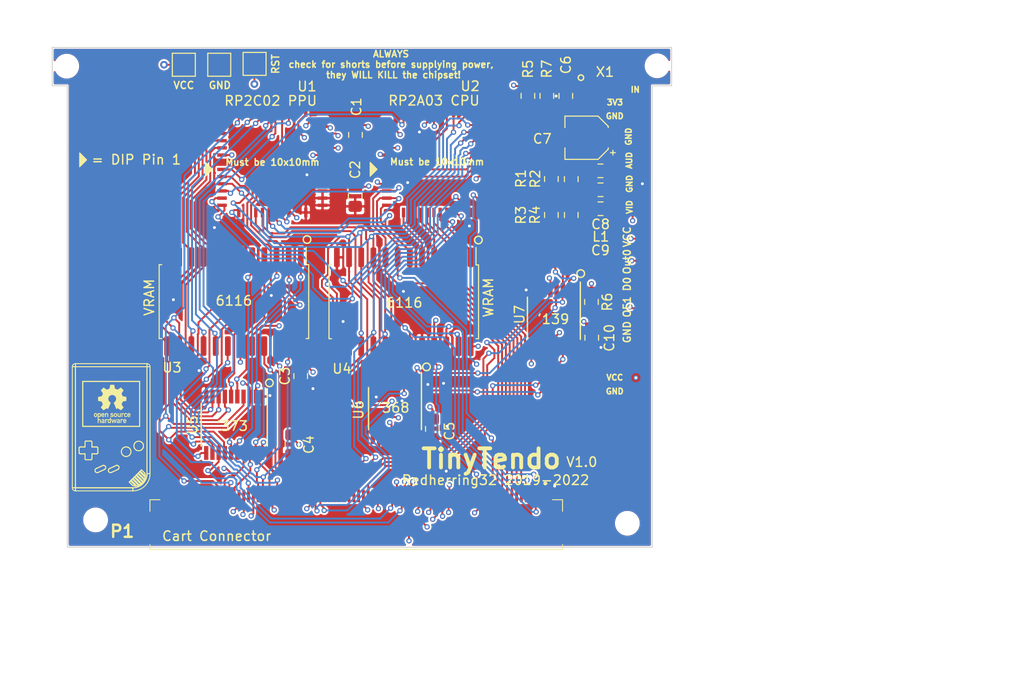
<source format=kicad_pcb>
(kicad_pcb (version 20171130) (host pcbnew "(5.1.10)-1")
  (layers (0 F.Cu signal) (1 In1.Cu signal) (2 In2.Cu signal) (31 B.Cu signal) (34 B.Paste user) (35 F.Paste user) (36 B.SilkS user) (37 F.SilkS user) (38 B.Mask user) (39 F.Mask user) (44 Edge.Cuts user))
  (net 0 "")
  (net 1 /VCC)
  (net 2 /GND)
  (net 3 /SYS-CLK)
  (net 4 /~OE1)
  (net 5 /OUT-0)
  (net 6 /4016-D0)
  (net 7 /~OE2)
  (net 8 /SOUND-1)
  (net 9 /SOUND-2)
  (net 10 /~NMI)
  (net 11 /~IRQ)
  (net 12 /CPU-A8)
  (net 13 /CPU-D2)
  (net 14 /CPU-A9)
  (net 15 /CPU-D1)
  (net 16 /CPU-R~W)
  (net 17 /CPU-D0)
  (net 18 /CPU-A0)
  (net 19 /CPU-A10)
  (net 20 /CPU-A1)
  (net 21 /WRAM-~CE)
  (net 22 /CPU-A2)
  (net 23 /CPU-D7)
  (net 24 /CPU-A3)
  (net 25 /CPU-D6)
  (net 26 /CPU-A4)
  (net 27 /CPU-D5)
  (net 28 /CPU-A5)
  (net 29 /CPU-D4)
  (net 30 /CPU-A6)
  (net 31 /CPU-D3)
  (net 32 /CPU-A7)
  (net 33 /PPU-A7)
  (net 34 /PPU-A0)
  (net 35 /PPU-D7)
  (net 36 /PPU-D0)
  (net 37 /PPU-D5)
  (net 38 /PPU-D2)
  (net 39 /PPU-A5)
  (net 40 /PPU-A2)
  (net 41 /PPU-A3)
  (net 42 /PPU-A4)
  (net 43 /PPU-D3)
  (net 44 /PPU-D4)
  (net 45 /PPU-D1)
  (net 46 /PPU-D6)
  (net 47 /PPU-A1)
  (net 48 /PPU-A6)
  (net 49 /ALE)
  (net 50 /M2)
  (net 51 /CPU-A15)
  (net 52 /PPU-~CE)
  (net 53 /CPU-A14)
  (net 54 /CPU-A13)
  (net 55 /~ROMSEL)
  (net 56 /PPU-A8)
  (net 57 /PPU-A9)
  (net 58 /PPU-~WE)
  (net 59 /PPU-~RD)
  (net 60 /VRAM-A10)
  (net 61 /VRAM-~CE)
  (net 62 /PPU-A10)
  (net 63 /PPU-A11)
  (net 64 /PPU-A12)
  (net 65 /PPU-A13)
  (net 66 /OUT-1)
  (net 67 /OUT-2)
  (net 68 /CPU-A12)
  (net 69 /CPU-A11)
  (net 70 /~RST)
  (net 71 "Net-(U7-Pad7)")
  (net 72 /PPU-~A13)
  (net 73 /SYSTEM-CLK)
  (net 74 "Net-(P1-Pad71)")
  (net 75 /AUDIO)
  (net 76 "Net-(C4-Pad2)")
  (net 77 "Net-(C4-Pad1)")
  (net 78 /VIDEO)
  (net 79 "Net-(U7-Pad12)")
  (net 80 "Net-(U7-Pad1)")
  (net 81 "Net-(U7-Pad10)")
  (net 82 "Net-(U7-Pad6)")
  (net 83 "Net-(P1-Pad70)")
  (net 84 "Net-(P1-Pad55)")
  (net 85 "Net-(P1-Pad54)")
  (net 86 "Net-(P1-Pad53)")
  (net 87 "Net-(P1-Pad52)")
  (net 88 "Net-(P1-Pad51)")
  (net 89 "Net-(P1-Pad35)")
  (net 90 "Net-(P1-Pad34)")
  (net 91 "Net-(P1-Pad20)")
  (net 92 "Net-(P1-Pad19)")
  (net 93 "Net-(P1-Pad18)")
  (net 94 "Net-(P1-Pad17)")
  (net 95 "Net-(P1-Pad16)")
  (net 96 "Net-(U1-Pad5)")
  (net 97 "Net-(U1-Pad7)")
  (net 98 "Net-(U1-Pad9)")
  (net 99 "Net-(U1-Pad13)")
  (net 100 /3V3)
  (module TinyTendo:OSHW (layer F.Cu) (at 179.34 115.87)
    (fp_text reference REF** hide)
    (fp_text value OSHW-Logo_3.8x4mm_SilkScreen hide)
  )
  (module TinyTendo:XF3M80151BE (layer F.Cu) (at 204.73 127.25)
    (fp_text reference P1 (at -24.35 1.94) (layer F.SilkS) (effects (font (size 1.27 1.27) (thickness 0.254))))
    (fp_text value "72-Pin Connector" hide)
    (pad MP2 smd rect (at -21.55 1.5) (size 1.8 2.2) (layers F.Cu F.Paste F.Mask))
    (pad MP1 smd rect (at 21.75 1.5) (size 1.8 2.2) (layers F.Cu F.Paste F.Mask))
    (pad 80 smd rect (at -19.65 -1.75) (size 0.3 1.3) (layers F.Cu F.Paste F.Mask))
    (pad 79 smd rect (at -19.15 -1.75) (size 0.3 1.3) (layers F.Cu F.Paste F.Mask))
    (pad 78 smd rect (at -18.65 -1.75) (size 0.3 1.3) (layers F.Cu F.Paste F.Mask))
    (pad 77 smd rect (at -18.15 -1.75) (size 0.3 1.3) (layers F.Cu F.Paste F.Mask))
    (pad 76 smd rect (at -17.65 -1.75) (size 0.3 1.3) (layers F.Cu F.Paste F.Mask))
    (pad 75 smd rect (at -17.15 -1.75) (size 0.3 1.3) (layers F.Cu F.Paste F.Mask))
    (pad 74 smd rect (at -16.65 -1.75) (size 0.3 1.3) (layers F.Cu F.Paste F.Mask))
    (pad 73 smd rect (at -16.15 -1.75) (size 0.3 1.3) (layers F.Cu F.Paste F.Mask))
    (pad 72 smd rect (at -15.65 -1.75) (size 0.3 1.3) (layers F.Cu F.Paste F.Mask) (net 2 /GND))
    (pad 71 smd rect (at -15.15 -1.75) (size 0.3 1.3) (layers F.Cu F.Paste F.Mask) (net 74 "Net-(P1-Pad71)"))
    (pad 70 smd rect (at -14.65 -1.75) (size 0.3 1.3) (layers F.Cu F.Paste F.Mask) (net 83 "Net-(P1-Pad70)"))
    (pad 69 smd rect (at -14.15 -1.75) (size 0.3 1.3) (layers F.Cu F.Paste F.Mask) (net 44 /PPU-D4))
    (pad 68 smd rect (at -13.65 -1.75) (size 0.3 1.3) (layers F.Cu F.Paste F.Mask) (net 37 /PPU-D5))
    (pad 67 smd rect (at -13.15 -1.75) (size 0.3 1.3) (layers F.Cu F.Paste F.Mask) (net 46 /PPU-D6))
    (pad 66 smd rect (at -12.65 -1.75) (size 0.3 1.3) (layers F.Cu F.Paste F.Mask) (net 35 /PPU-D7))
    (pad 65 smd rect (at -12.15 -1.75) (size 0.3 1.3) (layers F.Cu F.Paste F.Mask) (net 65 /PPU-A13))
    (pad 64 smd rect (at -11.65 -1.75) (size 0.3 1.3) (layers F.Cu F.Paste F.Mask) (net 64 /PPU-A12))
    (pad 63 smd rect (at -11.15 -1.75) (size 0.3 1.3) (layers F.Cu F.Paste F.Mask) (net 62 /PPU-A10))
    (pad 62 smd rect (at -10.65 -1.75) (size 0.3 1.3) (layers F.Cu F.Paste F.Mask) (net 63 /PPU-A11))
    (pad 61 smd rect (at -10.15 -1.75) (size 0.3 1.3) (layers F.Cu F.Paste F.Mask) (net 57 /PPU-A9))
    (pad 60 smd rect (at -9.65 -1.75) (size 0.3 1.3) (layers F.Cu F.Paste F.Mask) (net 56 /PPU-A8))
    (pad 59 smd rect (at -9.15 -1.75) (size 0.3 1.3) (layers F.Cu F.Paste F.Mask) (net 33 /PPU-A7))
    (pad 58 smd rect (at -8.65 -1.75) (size 0.3 1.3) (layers F.Cu F.Paste F.Mask) (net 72 /PPU-~A13))
    (pad 57 smd rect (at -8.15 -1.75) (size 0.3 1.3) (layers F.Cu F.Paste F.Mask) (net 61 /VRAM-~CE))
    (pad 56 smd rect (at -7.65 -1.75) (size 0.3 1.3) (layers F.Cu F.Paste F.Mask) (net 58 /PPU-~WE))
    (pad 55 smd rect (at -7.15 -1.75) (size 0.3 1.3) (layers F.Cu F.Paste F.Mask) (net 84 "Net-(P1-Pad55)"))
    (pad 54 smd rect (at -6.65 -1.75) (size 0.3 1.3) (layers F.Cu F.Paste F.Mask) (net 85 "Net-(P1-Pad54)"))
    (pad 53 smd rect (at -6.15 -1.75) (size 0.3 1.3) (layers F.Cu F.Paste F.Mask) (net 86 "Net-(P1-Pad53)"))
    (pad 52 smd rect (at -5.65 -1.75) (size 0.3 1.3) (layers F.Cu F.Paste F.Mask) (net 87 "Net-(P1-Pad52)"))
    (pad 51 smd rect (at -5.15 -1.75) (size 0.3 1.3) (layers F.Cu F.Paste F.Mask) (net 88 "Net-(P1-Pad51)"))
    (pad 50 smd rect (at -4.65 -1.75) (size 0.3 1.3) (layers F.Cu F.Paste F.Mask) (net 55 /~ROMSEL))
    (pad 49 smd rect (at -4.15 -1.75) (size 0.3 1.3) (layers F.Cu F.Paste F.Mask) (net 17 /CPU-D0))
    (pad 48 smd rect (at -3.65 -1.75) (size 0.3 1.3) (layers F.Cu F.Paste F.Mask) (net 15 /CPU-D1))
    (pad 47 smd rect (at -3.15 -1.75) (size 0.3 1.3) (layers F.Cu F.Paste F.Mask) (net 13 /CPU-D2))
    (pad 46 smd rect (at -2.65 -1.75) (size 0.3 1.3) (layers F.Cu F.Paste F.Mask) (net 31 /CPU-D3))
    (pad 45 smd rect (at -2.15 -1.75) (size 0.3 1.3) (layers F.Cu F.Paste F.Mask) (net 29 /CPU-D4))
    (pad 44 smd rect (at -1.65 -1.75) (size 0.3 1.3) (layers F.Cu F.Paste F.Mask) (net 27 /CPU-D5))
    (pad 43 smd rect (at -1.15 -1.75) (size 0.3 1.3) (layers F.Cu F.Paste F.Mask) (net 25 /CPU-D6))
    (pad 42 smd rect (at -0.65 -1.75) (size 0.3 1.3) (layers F.Cu F.Paste F.Mask) (net 23 /CPU-D7))
    (pad 41 smd rect (at -0.15 -1.75) (size 0.3 1.3) (layers F.Cu F.Paste F.Mask) (net 53 /CPU-A14))
    (pad 40 smd rect (at 0.35 -1.75) (size 0.3 1.3) (layers F.Cu F.Paste F.Mask) (net 54 /CPU-A13))
    (pad 39 smd rect (at 0.85 -1.75) (size 0.3 1.3) (layers F.Cu F.Paste F.Mask) (net 68 /CPU-A12))
    (pad 38 smd rect (at 1.35 -1.75) (size 0.3 1.3) (layers F.Cu F.Paste F.Mask) (net 50 /M2))
    (pad 37 smd rect (at 1.85 -1.75) (size 0.3 1.3) (layers F.Cu F.Paste F.Mask) (net 73 /SYSTEM-CLK))
    (pad 36 smd rect (at 2.35 -1.75) (size 0.3 1.3) (layers F.Cu F.Paste F.Mask) (net 1 /VCC))
    (pad 35 smd rect (at 2.85 -1.75) (size 0.3 1.3) (layers F.Cu F.Paste F.Mask) (net 89 "Net-(P1-Pad35)"))
    (pad 34 smd rect (at 3.35 -1.75) (size 0.3 1.3) (layers F.Cu F.Paste F.Mask) (net 90 "Net-(P1-Pad34)"))
    (pad 33 smd rect (at 3.85 -1.75) (size 0.3 1.3) (layers F.Cu F.Paste F.Mask) (net 43 /PPU-D3))
    (pad 32 smd rect (at 4.35 -1.75) (size 0.3 1.3) (layers F.Cu F.Paste F.Mask) (net 38 /PPU-D2))
    (pad 31 smd rect (at 4.85 -1.75) (size 0.3 1.3) (layers F.Cu F.Paste F.Mask) (net 45 /PPU-D1))
    (pad 30 smd rect (at 5.35 -1.75) (size 0.3 1.3) (layers F.Cu F.Paste F.Mask) (net 36 /PPU-D0))
    (pad 29 smd rect (at 5.85 -1.75) (size 0.3 1.3) (layers F.Cu F.Paste F.Mask) (net 34 /PPU-A0))
    (pad 28 smd rect (at 6.35 -1.75) (size 0.3 1.3) (layers F.Cu F.Paste F.Mask) (net 47 /PPU-A1))
    (pad 27 smd rect (at 6.85 -1.75) (size 0.3 1.3) (layers F.Cu F.Paste F.Mask) (net 40 /PPU-A2))
    (pad 26 smd rect (at 7.35 -1.75) (size 0.3 1.3) (layers F.Cu F.Paste F.Mask) (net 41 /PPU-A3))
    (pad 25 smd rect (at 7.85 -1.75) (size 0.3 1.3) (layers F.Cu F.Paste F.Mask) (net 42 /PPU-A4))
    (pad 24 smd rect (at 8.35 -1.75) (size 0.3 1.3) (layers F.Cu F.Paste F.Mask) (net 39 /PPU-A5))
    (pad 23 smd rect (at 8.85 -1.75) (size 0.3 1.3) (layers F.Cu F.Paste F.Mask) (net 48 /PPU-A6))
    (pad 22 smd rect (at 9.35 -1.75) (size 0.3 1.3) (layers F.Cu F.Paste F.Mask) (net 60 /VRAM-A10))
    (pad 21 smd rect (at 9.85 -1.75) (size 0.3 1.3) (layers F.Cu F.Paste F.Mask) (net 59 /PPU-~RD))
    (pad 20 smd rect (at 10.35 -1.75) (size 0.3 1.3) (layers F.Cu F.Paste F.Mask) (net 91 "Net-(P1-Pad20)"))
    (pad 19 smd rect (at 10.85 -1.75) (size 0.3 1.3) (layers F.Cu F.Paste F.Mask) (net 92 "Net-(P1-Pad19)"))
    (pad 18 smd rect (at 11.35 -1.75) (size 0.3 1.3) (layers F.Cu F.Paste F.Mask) (net 93 "Net-(P1-Pad18)"))
    (pad 17 smd rect (at 11.85 -1.75) (size 0.3 1.3) (layers F.Cu F.Paste F.Mask) (net 94 "Net-(P1-Pad17)"))
    (pad 16 smd rect (at 12.35 -1.75) (size 0.3 1.3) (layers F.Cu F.Paste F.Mask) (net 95 "Net-(P1-Pad16)"))
    (pad 15 smd rect (at 12.85 -1.75) (size 0.3 1.3) (layers F.Cu F.Paste F.Mask) (net 11 /~IRQ))
    (pad 14 smd rect (at 13.35 -1.75) (size 0.3 1.3) (layers F.Cu F.Paste F.Mask) (net 16 /CPU-R~W))
    (pad 13 smd rect (at 13.85 -1.75) (size 0.3 1.3) (layers F.Cu F.Paste F.Mask) (net 18 /CPU-A0))
    (pad 12 smd rect (at 14.35 -1.75) (size 0.3 1.3) (layers F.Cu F.Paste F.Mask) (net 20 /CPU-A1))
    (pad 11 smd rect (at 14.85 -1.75) (size 0.3 1.3) (layers F.Cu F.Paste F.Mask) (net 22 /CPU-A2))
    (pad 10 smd rect (at 15.35 -1.75) (size 0.3 1.3) (layers F.Cu F.Paste F.Mask) (net 24 /CPU-A3))
    (pad 9 smd rect (at 15.85 -1.75) (size 0.3 1.3) (layers F.Cu F.Paste F.Mask) (net 26 /CPU-A4))
    (pad 8 smd rect (at 16.35 -1.75) (size 0.3 1.3) (layers F.Cu F.Paste F.Mask) (net 28 /CPU-A5))
    (pad 7 smd rect (at 16.85 -1.75) (size 0.3 1.3) (layers F.Cu F.Paste F.Mask) (net 30 /CPU-A6))
    (pad 6 smd rect (at 17.35 -1.75) (size 0.3 1.3) (layers F.Cu F.Paste F.Mask) (net 32 /CPU-A7))
    (pad 5 smd rect (at 17.85 -1.75) (size 0.3 1.3) (layers F.Cu F.Paste F.Mask) (net 12 /CPU-A8))
    (pad 4 smd rect (at 18.35 -1.75) (size 0.3 1.3) (layers F.Cu F.Paste F.Mask) (net 14 /CPU-A9))
    (pad 3 smd rect (at 18.85 -1.75) (size 0.3 1.3) (layers F.Cu F.Paste F.Mask) (net 19 /CPU-A10))
    (pad 2 smd rect (at 19.35 -1.75) (size 0.3 1.3) (layers F.Cu F.Paste F.Mask) (net 69 /CPU-A11))
    (pad 1 smd rect (at 19.85 -1.75) (size 0.3 1.3) (layers F.Cu F.Paste F.Mask) (net 2 /GND))
  )
  (module TinyTendo:SolderPad (layer F.Cu) (at 234.04 114.57 90)
    (fp_text reference J2)
    (fp_text value Conn_01x01_Male)
    (pad 1 smd rect (at 0 0 90) (size 1 2) (layers F.Cu F.Paste F.Mask) (net 2 /GND))
  )
  (module TinyTendo:SolderPad (layer F.Cu) (at 232.048 113.14 270)
    (fp_text reference J6)
    (fp_text value Conn_01x01_Male)
    (pad 1 smd rect (at 0 -1.972 270) (size 1 2) (layers F.Cu F.Paste F.Mask) (net 1 /VCC))
  )
  (module TestPoint:TestPoint_Pad_2.0x2.0mm (layer F.Cu) (at 194.21 80.33)
    (fp_text reference J5)
    (fp_text value Conn_01x01_Male)
    (pad 1 smd rect (at 0 0.09) (size 2 2) (layers F.Cu F.Mask) (net 70 /~RST))
  )
  (module TestPoint:TestPoint_Pad_2.0x2.0mm (layer F.Cu) (at 186.82 80.42)
    (fp_text reference J4)
    (fp_text value Conn_01x01_Male)
    (pad 1 smd rect (at 0 0) (size 2 2) (layers F.Cu F.Mask) (net 1 /VCC))
  )
  (module TestPoint:TestPoint_Pad_2.0x2.0mm (layer F.Cu) (at 190.52 80.42 90)
    (fp_text reference J3)
    (fp_text value Conn_01x01_Male)
    (pad 1 smd rect (at 0 0 90) (size 2 2) (layers F.Cu F.Mask) (net 2 /GND))
  )
  (module TinyTendo:SolderPad (layer F.Cu) (at 234.04 85.81 90)
    (fp_text reference J2)
    (fp_text value Conn_01x01_Male)
    (pad 1 smd rect (at 0 0 90) (size 1 2) (layers F.Cu F.Paste F.Mask) (net 2 /GND))
  )
  (module TinyTendo:SolderPad (layer F.Cu) (at 234.02 84.36 90)
    (fp_text reference J1)
    (fp_text value Conn_01x01_Male)
    (pad 1 smd rect (at 0 0 90) (size 1 2) (layers F.Cu F.Paste F.Mask) (net 100 /3V3))
  )
  (module Capacitor_SMD:C_0805_2012Metric_Pad1.15x1.40mm_HandSolder (layer F.Cu) (at 226.72 83.6775 270)
    (fp_text reference C6 (at -3.2475 -0.01 90) (layer F.SilkS))
    (fp_text value 0.1uF)
    (pad 2 smd roundrect (at 1.025 0 270) (size 1.15 1.4) (layers F.Cu F.Paste F.Mask) (roundrect_rratio 0.2173904347826087) (net 2 /GND))
    (pad 1 smd roundrect (at -1.025 0 270) (size 1.15 1.4) (layers F.Cu F.Paste F.Mask) (roundrect_rratio 0.2173904347826087) (net 100 /3V3))
  )
  (module "TinyTendo:Cut chip" (layer F.Cu) (at 213.27 90.61)
    (fp_text reference U2 (at 3.46 -7.95) (layer F.SilkS))
    (fp_text value "RP2A03 CPU")
    (pad 35 smd rect (at -5.25 -4.5 270) (size 0.35 1) (layers F.Cu F.Paste F.Mask) (net 7 /~OE2))
    (pad 36 smd rect (at -5.25 -3.75 270) (size 0.35 1) (layers F.Cu F.Paste F.Mask) (net 4 /~OE1))
    (pad 37 smd rect (at -5.251 -3 270) (size 0.35 1) (layers F.Cu F.Paste F.Mask) (net 67 /OUT-2))
    (pad 38 smd rect (at -5.25 -2.25 270) (size 0.35 1) (layers F.Cu F.Paste F.Mask) (net 66 /OUT-1))
    (pad 39 smd rect (at -5.25 -1.5 270) (size 0.35 1) (layers F.Cu F.Paste F.Mask) (net 5 /OUT-0))
    (pad 40 smd rect (at -5.251 -0.75 270) (size 0.35 1) (layers F.Cu F.Paste F.Mask) (net 1 /VCC))
    (pad 1 smd rect (at -5.251 0.75 270) (size 0.35 1) (layers F.Cu F.Paste F.Mask) (net 8 /SOUND-1))
    (pad 2 smd rect (at -5.251 1.501 270) (size 0.35 1) (layers F.Cu F.Paste F.Mask) (net 9 /SOUND-2))
    (pad 3 smd rect (at -5.25 2.25 270) (size 0.35 1) (layers F.Cu F.Paste F.Mask) (net 70 /~RST))
    (pad 4 smd rect (at -5.25 3 270) (size 0.35 1) (layers F.Cu F.Paste F.Mask) (net 18 /CPU-A0))
    (pad 5 smd rect (at -5.25 3.751 270) (size 0.35 1) (layers F.Cu F.Paste F.Mask) (net 20 /CPU-A1))
    (pad 6 smd rect (at -5.25 4.5 270) (size 0.35 1) (layers F.Cu F.Paste F.Mask) (net 22 /CPU-A2))
    (pad 7 smd rect (at -3.5 5.25 180) (size 0.35 1) (layers F.Cu F.Paste F.Mask) (net 24 /CPU-A3))
    (pad 8 smd rect (at -1.725 5.25 180) (size 0.35 1) (layers F.Cu F.Paste F.Mask) (net 26 /CPU-A4))
    (pad 9 smd rect (at -1.025 5.25 180) (size 0.35 1) (layers F.Cu F.Paste F.Mask) (net 28 /CPU-A5))
    (pad 10 smd rect (at -0.325 5.25 180) (size 0.35 1) (layers F.Cu F.Paste F.Mask) (net 30 /CPU-A6))
    (pad 11 smd rect (at 0.325 5.25 180) (size 0.35 1) (layers F.Cu F.Paste F.Mask) (net 32 /CPU-A7))
    (pad 12 smd rect (at 1.025 5.248 180) (size 0.35 1) (layers F.Cu F.Paste F.Mask) (net 12 /CPU-A8))
    (pad 13 smd rect (at 1.725 5.249 180) (size 0.35 1) (layers F.Cu F.Paste F.Mask) (net 14 /CPU-A9))
    (pad 14 smd rect (at 3.5 5.25 180) (size 0.35 1) (layers F.Cu F.Paste F.Mask) (net 19 /CPU-A10))
    (pad 15 smd rect (at 5.25 4.501 90) (size 0.35 1) (layers F.Cu F.Paste F.Mask) (net 69 /CPU-A11))
    (pad 16 smd rect (at 5.251 3.751 90) (size 0.35 1) (layers F.Cu F.Paste F.Mask) (net 68 /CPU-A12))
    (pad 17 smd rect (at 5.25 3 90) (size 0.35 1) (layers F.Cu F.Paste F.Mask) (net 54 /CPU-A13))
    (pad 18 smd rect (at 5.25 2.25 90) (size 0.35 1) (layers F.Cu F.Paste F.Mask) (net 53 /CPU-A14))
    (pad 19 smd rect (at 5.25 1.5 90) (size 0.35 1) (layers F.Cu F.Paste F.Mask) (net 51 /CPU-A15))
    (pad 20 smd rect (at 5.25 0.75 90) (size 0.35 1) (layers F.Cu F.Paste F.Mask) (net 2 /GND))
    (pad 21 smd rect (at 5.249 -0.75 90) (size 0.35 1) (layers F.Cu F.Paste F.Mask) (net 23 /CPU-D7))
    (pad 22 smd rect (at 5.249 -1.5 90) (size 0.35 1) (layers F.Cu F.Paste F.Mask) (net 25 /CPU-D6))
    (pad 23 smd rect (at 5.251 -2.25 90) (size 0.35 1) (layers F.Cu F.Paste F.Mask) (net 27 /CPU-D5))
    (pad 24 smd rect (at 5.25 -3 90) (size 0.35 1) (layers F.Cu F.Paste F.Mask) (net 29 /CPU-D4))
    (pad 25 smd rect (at 5.251 -3.75 90) (size 0.35 1) (layers F.Cu F.Paste F.Mask) (net 31 /CPU-D3))
    (pad 26 smd rect (at 5.249 -4.5 90) (size 0.35 1) (layers F.Cu F.Paste F.Mask) (net 13 /CPU-D2))
    (pad 34 smd rect (at -3.5 -5.253) (size 0.35 1) (layers F.Cu F.Paste F.Mask) (net 16 /CPU-R~W))
    (pad 27 smd rect (at 3.5 -5.25) (size 0.35 1) (layers F.Cu F.Paste F.Mask) (net 15 /CPU-D1))
    (pad 28 smd rect (at 1.726 -5.25) (size 0.35 1) (layers F.Cu F.Paste F.Mask) (net 17 /CPU-D0))
    (pad 29 smd rect (at 1.025 -5.251) (size 0.35 1) (layers F.Cu F.Paste F.Mask) (net 3 /SYS-CLK))
    (pad 30 smd rect (at 0.325 -5.25) (size 0.35 1) (layers F.Cu F.Paste F.Mask) (net 2 /GND))
    (pad 31 smd rect (at -0.325 -5.25) (size 0.35 1) (layers F.Cu F.Paste F.Mask) (net 50 /M2))
    (pad 32 smd rect (at -1.024 -5.249) (size 0.35 1) (layers F.Cu F.Paste F.Mask) (net 11 /~IRQ))
    (pad 33 smd rect (at -1.725 -5.251) (size 0.35 1) (layers F.Cu F.Paste F.Mask) (net 10 /~NMI))
  )
  (module Resistor_SMD:R_0805_2012Metric_Pad1.15x1.40mm_HandSolder (layer F.Cu) (at 229.4 105.215 270)
    (fp_text reference R6 (at 0 -1.65 90) (layer F.SilkS))
    (fp_text value 10K)
    (pad 2 smd roundrect (at 1.025 0 270) (size 1.15 1.4) (layers F.Cu F.Paste F.Mask) (roundrect_rratio 0.2173904347826087) (net 6 /4016-D0))
    (pad 1 smd roundrect (at -1.025 0 270) (size 1.15 1.4) (layers F.Cu F.Paste F.Mask) (roundrect_rratio 0.2173904347826087) (net 1 /VCC))
  )
  (module Resistor_SMD:R_0805_2012Metric_Pad1.15x1.40mm_HandSolder (layer F.Cu) (at 224.74 83.675 270)
    (fp_text reference R7 (at -2.815 0.01 90) (layer F.SilkS))
    (fp_text value 10K)
    (pad 2 smd roundrect (at 1.025 0 270) (size 1.15 1.4) (layers F.Cu F.Paste F.Mask) (roundrect_rratio 0.2173904347826087) (net 10 /~NMI))
    (pad 1 smd roundrect (at -1.025 0 270) (size 1.15 1.4) (layers F.Cu F.Paste F.Mask) (roundrect_rratio 0.2173904347826087) (net 1 /VCC))
  )
  (module Resistor_SMD:R_0805_2012Metric_Pad1.15x1.40mm_HandSolder (layer F.Cu) (at 222.76 83.675 270)
    (fp_text reference R5 (at -2.805 -0.01 90) (layer F.SilkS))
    (fp_text value 10K)
    (pad 2 smd roundrect (at 1.025 0 270) (size 1.15 1.4) (layers F.Cu F.Paste F.Mask) (roundrect_rratio 0.2173904347826087) (net 11 /~IRQ))
    (pad 1 smd roundrect (at -1.025 0 270) (size 1.15 1.4) (layers F.Cu F.Paste F.Mask) (roundrect_rratio 0.2173904347826087) (net 1 /VCC))
  )
  (module TinyTendo:Oscillator (layer F.Cu) (at 229 83.48 270)
    (fp_text reference X1 (at -2.31 -1.81) (layer F.SilkS))
    (fp_text value SG-8018CG-TJHPAB)
    (pad 2 smd rect (at 1.05 0.65 270) (size 1.1 0.9) (layers F.Cu F.Paste F.Mask) (net 2 /GND))
    (pad 1 smd rect (at -0.65 0.65 270) (size 1.1 0.9) (layers F.Cu F.Paste F.Mask) (net 100 /3V3))
    (pad 3 smd rect (at 1.05 -0.65 270) (size 1.1 0.9) (layers F.Cu F.Paste F.Mask) (net 3 /SYS-CLK))
    (pad 4 smd rect (at -0.65 -0.65 270) (size 1.1 0.9) (layers F.Cu F.Paste F.Mask) (net 100 /3V3))
  )
  (module "TinyTendo:Cut chip" (layer F.Cu) (at 196.06 90.61)
    (fp_text reference U1 (at 3.63 -7.92) (layer F.SilkS))
    (fp_text value "RP2C02 PPU")
    (pad 35 smd rect (at -5.25 -4.5 270) (size 0.35 1) (layers F.Cu F.Paste F.Mask) (net 43 /PPU-D3))
    (pad 36 smd rect (at -5.25 -3.75 270) (size 0.35 1) (layers F.Cu F.Paste F.Mask) (net 38 /PPU-D2))
    (pad 37 smd rect (at -5.251 -3 270) (size 0.35 1) (layers F.Cu F.Paste F.Mask) (net 45 /PPU-D1))
    (pad 38 smd rect (at -5.25 -2.25 270) (size 0.35 1) (layers F.Cu F.Paste F.Mask) (net 36 /PPU-D0))
    (pad 39 smd rect (at -5.25 -1.5 270) (size 0.35 1) (layers F.Cu F.Paste F.Mask) (net 49 /ALE))
    (pad 40 smd rect (at -5.251 -0.75 270) (size 0.35 1) (layers F.Cu F.Paste F.Mask) (net 1 /VCC))
    (pad 1 smd rect (at -5.251 0.75 270) (size 0.35 1) (layers F.Cu F.Paste F.Mask) (net 16 /CPU-R~W))
    (pad 2 smd rect (at -5.251 1.501 270) (size 0.35 1) (layers F.Cu F.Paste F.Mask) (net 17 /CPU-D0))
    (pad 3 smd rect (at -5.25 2.25 270) (size 0.35 1) (layers F.Cu F.Paste F.Mask) (net 15 /CPU-D1))
    (pad 4 smd rect (at -5.25 3 270) (size 0.35 1) (layers F.Cu F.Paste F.Mask) (net 13 /CPU-D2))
    (pad 5 smd rect (at -5.25 3.751 270) (size 0.35 1) (layers F.Cu F.Paste F.Mask) (net 31 /CPU-D3))
    (pad 6 smd rect (at -5.25 4.5 270) (size 0.35 1) (layers F.Cu F.Paste F.Mask) (net 29 /CPU-D4))
    (pad 7 smd rect (at -3.5 5.25 180) (size 0.35 1) (layers F.Cu F.Paste F.Mask) (net 27 /CPU-D5))
    (pad 8 smd rect (at -1.725 5.25 180) (size 0.35 1) (layers F.Cu F.Paste F.Mask) (net 25 /CPU-D6))
    (pad 9 smd rect (at -1.025 5.25 180) (size 0.35 1) (layers F.Cu F.Paste F.Mask) (net 23 /CPU-D7))
    (pad 10 smd rect (at -0.325 5.25 180) (size 0.35 1) (layers F.Cu F.Paste F.Mask) (net 22 /CPU-A2))
    (pad 11 smd rect (at 0.325 5.25 180) (size 0.35 1) (layers F.Cu F.Paste F.Mask) (net 20 /CPU-A1))
    (pad 12 smd rect (at 1.025 5.248 180) (size 0.35 1) (layers F.Cu F.Paste F.Mask) (net 18 /CPU-A0))
    (pad 13 smd rect (at 1.725 5.249 180) (size 0.35 1) (layers F.Cu F.Paste F.Mask) (net 52 /PPU-~CE))
    (pad 14 smd rect (at 3.5 5.25 180) (size 0.35 1) (layers F.Cu F.Paste F.Mask) (net 2 /GND))
    (pad 15 smd rect (at 5.25 4.501 90) (size 0.35 1) (layers F.Cu F.Paste F.Mask) (net 2 /GND))
    (pad 16 smd rect (at 5.251 3.751 90) (size 0.35 1) (layers F.Cu F.Paste F.Mask) (net 2 /GND))
    (pad 17 smd rect (at 5.25 3 90) (size 0.35 1) (layers F.Cu F.Paste F.Mask) (net 2 /GND))
    (pad 18 smd rect (at 5.25 2.25 90) (size 0.35 1) (layers F.Cu F.Paste F.Mask) (net 3 /SYS-CLK))
    (pad 19 smd rect (at 5.25 1.5 90) (size 0.35 1) (layers F.Cu F.Paste F.Mask) (net 10 /~NMI))
    (pad 20 smd rect (at 5.25 0.75 90) (size 0.35 1) (layers F.Cu F.Paste F.Mask) (net 2 /GND))
    (pad 21 smd rect (at 5.249 -0.75 90) (size 0.35 1) (layers F.Cu F.Paste F.Mask) (net 78 /VIDEO))
    (pad 22 smd rect (at 5.249 -1.5 90) (size 0.35 1) (layers F.Cu F.Paste F.Mask) (net 1 /VCC))
    (pad 23 smd rect (at 5.251 -2.25 90) (size 0.35 1) (layers F.Cu F.Paste F.Mask) (net 58 /PPU-~WE))
    (pad 24 smd rect (at 5.25 -3 90) (size 0.35 1) (layers F.Cu F.Paste F.Mask) (net 59 /PPU-~RD))
    (pad 25 smd rect (at 5.251 -3.75 90) (size 0.35 1) (layers F.Cu F.Paste F.Mask) (net 65 /PPU-A13))
    (pad 26 smd rect (at 5.249 -4.5 90) (size 0.35 1) (layers F.Cu F.Paste F.Mask) (net 64 /PPU-A12))
    (pad 34 smd rect (at -3.5 -5.253) (size 0.35 1) (layers F.Cu F.Paste F.Mask) (net 44 /PPU-D4))
    (pad 27 smd rect (at 3.5 -5.25) (size 0.35 1) (layers F.Cu F.Paste F.Mask) (net 63 /PPU-A11))
    (pad 28 smd rect (at 1.726 -5.25) (size 0.35 1) (layers F.Cu F.Paste F.Mask) (net 62 /PPU-A10))
    (pad 29 smd rect (at 1.025 -5.251) (size 0.35 1) (layers F.Cu F.Paste F.Mask) (net 57 /PPU-A9))
    (pad 30 smd rect (at 0.325 -5.25) (size 0.35 1) (layers F.Cu F.Paste F.Mask) (net 56 /PPU-A8))
    (pad 31 smd rect (at -0.325 -5.25) (size 0.35 1) (layers F.Cu F.Paste F.Mask) (net 35 /PPU-D7))
    (pad 32 smd rect (at -1.024 -5.249) (size 0.35 1) (layers F.Cu F.Paste F.Mask) (net 46 /PPU-D6))
    (pad 33 smd rect (at -1.725 -5.251) (size 0.35 1) (layers F.Cu F.Paste F.Mask) (net 37 /PPU-D5))
  )
  (module TinyTendo:SolderPad (layer F.Cu) (at 234.54 96.628 180)
    (fp_text reference J6)
    (fp_text value Conn_01x01_Male)
    (pad 1 smd rect (at 0 -1.972 180) (size 1 2) (layers F.Cu F.Paste F.Mask) (net 1 /VCC))
  )
  (module TinyTendo:SolderPad (layer F.Cu) (at 234.548 106.308 180)
    (fp_text reference J6)
    (fp_text value Conn_01x01_Male)
    (pad 1 smd rect (at 0 -1.972 180) (size 1 2) (layers F.Cu F.Paste F.Mask) (net 2 /GND))
  )
  (module Package_SO:SOIC-24W_7.5x15.4mm_P1.27mm (layer F.Cu) (at 192.055 105.18 270)
    (fp_text reference U3 (at 6.9 6.465 180) (layer F.SilkS))
    (fp_text value "6116 (VRAM)")
    (pad 24 smd roundrect (at 4.65 -6.985 270) (size 2.05 0.6) (layers F.Cu F.Paste F.Mask) (net 1 /VCC))
    (pad 23 smd roundrect (at 4.65 -5.715 270) (size 2.05 0.6) (layers F.Cu F.Paste F.Mask) (net 56 /PPU-A8))
    (pad 22 smd roundrect (at 4.65 -4.445 270) (size 2.05 0.6) (layers F.Cu F.Paste F.Mask) (net 57 /PPU-A9))
    (pad 21 smd roundrect (at 4.65 -3.175 270) (size 2.05 0.6) (layers F.Cu F.Paste F.Mask) (net 58 /PPU-~WE))
    (pad 20 smd roundrect (at 4.65 -1.905 270) (size 2.05 0.6) (layers F.Cu F.Paste F.Mask) (net 59 /PPU-~RD))
    (pad 19 smd roundrect (at 4.65 -0.635 270) (size 2.05 0.6) (layers F.Cu F.Paste F.Mask) (net 60 /VRAM-A10))
    (pad 18 smd roundrect (at 4.65 0.635 270) (size 2.05 0.6) (layers F.Cu F.Paste F.Mask) (net 61 /VRAM-~CE))
    (pad 17 smd roundrect (at 4.65 1.905 270) (size 2.05 0.6) (layers F.Cu F.Paste F.Mask) (net 35 /PPU-D7))
    (pad 16 smd roundrect (at 4.65 3.175 270) (size 2.05 0.6) (layers F.Cu F.Paste F.Mask) (net 46 /PPU-D6))
    (pad 15 smd roundrect (at 4.65 4.445 270) (size 2.05 0.6) (layers F.Cu F.Paste F.Mask) (net 37 /PPU-D5))
    (pad 14 smd roundrect (at 4.65 5.715 270) (size 2.05 0.6) (layers F.Cu F.Paste F.Mask) (net 44 /PPU-D4))
    (pad 13 smd roundrect (at 4.65 6.985 270) (size 2.05 0.6) (layers F.Cu F.Paste F.Mask) (net 43 /PPU-D3))
    (pad 12 smd roundrect (at -4.65 6.985 270) (size 2.05 0.6) (layers F.Cu F.Paste F.Mask) (net 2 /GND))
    (pad 11 smd roundrect (at -4.65 5.715 270) (size 2.05 0.6) (layers F.Cu F.Paste F.Mask) (net 38 /PPU-D2))
    (pad 10 smd roundrect (at -4.65 4.445 270) (size 2.05 0.6) (layers F.Cu F.Paste F.Mask) (net 45 /PPU-D1))
    (pad 9 smd roundrect (at -4.65 3.175 270) (size 2.05 0.6) (layers F.Cu F.Paste F.Mask) (net 36 /PPU-D0))
    (pad 8 smd roundrect (at -4.65 1.905 270) (size 2.05 0.6) (layers F.Cu F.Paste F.Mask) (net 34 /PPU-A0))
    (pad 7 smd roundrect (at -4.65 0.635 270) (size 2.05 0.6) (layers F.Cu F.Paste F.Mask) (net 47 /PPU-A1))
    (pad 6 smd roundrect (at -4.65 -0.635 270) (size 2.05 0.6) (layers F.Cu F.Paste F.Mask) (net 40 /PPU-A2))
    (pad 5 smd roundrect (at -4.65 -1.905 270) (size 2.05 0.6) (layers F.Cu F.Paste F.Mask) (net 41 /PPU-A3))
    (pad 4 smd roundrect (at -4.65 -3.175 270) (size 2.05 0.6) (layers F.Cu F.Paste F.Mask) (net 42 /PPU-A4))
    (pad 3 smd roundrect (at -4.65 -4.445 270) (size 2.05 0.6) (layers F.Cu F.Paste F.Mask) (net 39 /PPU-A5))
    (pad 2 smd roundrect (at -4.65 -5.715 270) (size 2.05 0.6) (layers F.Cu F.Paste F.Mask) (net 48 /PPU-A6))
    (pad 1 smd roundrect (at -4.65 -6.985 270) (size 2.05 0.6) (layers F.Cu F.Paste F.Mask) (net 33 /PPU-A7))
  )
  (module Package_SO:TSSOP-20_4.4x6.5mm_P0.65mm (layer F.Cu) (at 192.085 118.05 270)
    (fp_text reference U5 (at 0.02 4.355 90) (layer F.SilkS))
    (fp_text value 74HC373)
    (pad 20 smd rect (at 2.95 -2.925 270) (size 1.45 0.45) (layers F.Cu F.Paste F.Mask) (net 1 /VCC))
    (pad 19 smd rect (at 2.95 -2.275 270) (size 1.45 0.45) (layers F.Cu F.Paste F.Mask) (net 33 /PPU-A7))
    (pad 18 smd rect (at 2.95 -1.625 270) (size 1.45 0.45) (layers F.Cu F.Paste F.Mask) (net 35 /PPU-D7))
    (pad 17 smd rect (at 2.95 -0.975 270) (size 1.45 0.45) (layers F.Cu F.Paste F.Mask) (net 37 /PPU-D5))
    (pad 16 smd rect (at 2.95 -0.325 270) (size 1.45 0.45) (layers F.Cu F.Paste F.Mask) (net 39 /PPU-A5))
    (pad 15 smd rect (at 2.95 0.325 270) (size 1.45 0.45) (layers F.Cu F.Paste F.Mask) (net 41 /PPU-A3))
    (pad 14 smd rect (at 2.95 0.975 270) (size 1.45 0.45) (layers F.Cu F.Paste F.Mask) (net 43 /PPU-D3))
    (pad 13 smd rect (at 2.95 1.625 270) (size 1.45 0.45) (layers F.Cu F.Paste F.Mask) (net 45 /PPU-D1))
    (pad 12 smd rect (at 2.95 2.275 270) (size 1.45 0.45) (layers F.Cu F.Paste F.Mask) (net 47 /PPU-A1))
    (pad 11 smd rect (at 2.95 2.925 270) (size 1.45 0.45) (layers F.Cu F.Paste F.Mask) (net 49 /ALE))
    (pad 10 smd rect (at -2.95 2.925 270) (size 1.45 0.45) (layers F.Cu F.Paste F.Mask) (net 2 /GND))
    (pad 9 smd rect (at -2.95 2.275 270) (size 1.45 0.45) (layers F.Cu F.Paste F.Mask) (net 34 /PPU-A0))
    (pad 8 smd rect (at -2.95 1.625 270) (size 1.45 0.45) (layers F.Cu F.Paste F.Mask) (net 36 /PPU-D0))
    (pad 7 smd rect (at -2.95 0.975 270) (size 1.45 0.45) (layers F.Cu F.Paste F.Mask) (net 38 /PPU-D2))
    (pad 6 smd rect (at -2.95 0.325 270) (size 1.45 0.45) (layers F.Cu F.Paste F.Mask) (net 40 /PPU-A2))
    (pad 5 smd rect (at -2.95 -0.325 270) (size 1.45 0.45) (layers F.Cu F.Paste F.Mask) (net 42 /PPU-A4))
    (pad 4 smd rect (at -2.95 -0.975 270) (size 1.45 0.45) (layers F.Cu F.Paste F.Mask) (net 44 /PPU-D4))
    (pad 3 smd rect (at -2.95 -1.625 270) (size 1.45 0.45) (layers F.Cu F.Paste F.Mask) (net 46 /PPU-D6))
    (pad 2 smd rect (at -2.95 -2.275 270) (size 1.45 0.45) (layers F.Cu F.Paste F.Mask) (net 48 /PPU-A6))
    (pad 1 smd rect (at -2.95 -2.925 270) (size 1.45 0.45) (layers F.Cu F.Paste F.Mask) (net 2 /GND))
  )
  (module Package_SO:SOIC-24W_7.5x15.4mm_P1.27mm (layer F.Cu) (at 209.795 105.2 270)
    (fp_text reference U4 (at 7 6.455 180) (layer F.SilkS))
    (fp_text value "6116 (WRAM)")
    (pad 24 smd roundrect (at 4.65 -6.985 270) (size 2.05 0.6) (layers F.Cu F.Paste F.Mask) (net 1 /VCC))
    (pad 23 smd roundrect (at 4.65 -5.715 270) (size 2.05 0.6) (layers F.Cu F.Paste F.Mask) (net 12 /CPU-A8))
    (pad 22 smd roundrect (at 4.65 -4.445 270) (size 2.05 0.6) (layers F.Cu F.Paste F.Mask) (net 14 /CPU-A9))
    (pad 21 smd roundrect (at 4.65 -3.175 270) (size 2.05 0.6) (layers F.Cu F.Paste F.Mask) (net 16 /CPU-R~W))
    (pad 20 smd roundrect (at 4.65 -1.905 270) (size 2.05 0.6) (layers F.Cu F.Paste F.Mask) (net 2 /GND))
    (pad 19 smd roundrect (at 4.65 -0.635 270) (size 2.05 0.6) (layers F.Cu F.Paste F.Mask) (net 19 /CPU-A10))
    (pad 18 smd roundrect (at 4.65 0.635 270) (size 2.05 0.6) (layers F.Cu F.Paste F.Mask) (net 21 /WRAM-~CE))
    (pad 17 smd roundrect (at 4.65 1.905 270) (size 2.05 0.6) (layers F.Cu F.Paste F.Mask) (net 23 /CPU-D7))
    (pad 16 smd roundrect (at 4.65 3.175 270) (size 2.05 0.6) (layers F.Cu F.Paste F.Mask) (net 25 /CPU-D6))
    (pad 15 smd roundrect (at 4.65 4.445 270) (size 2.05 0.6) (layers F.Cu F.Paste F.Mask) (net 27 /CPU-D5))
    (pad 14 smd roundrect (at 4.65 5.715 270) (size 2.05 0.6) (layers F.Cu F.Paste F.Mask) (net 29 /CPU-D4))
    (pad 13 smd roundrect (at 4.65 6.985 270) (size 2.05 0.6) (layers F.Cu F.Paste F.Mask) (net 31 /CPU-D3))
    (pad 12 smd roundrect (at -4.65 6.985 270) (size 2.05 0.6) (layers F.Cu F.Paste F.Mask) (net 2 /GND))
    (pad 11 smd roundrect (at -4.65 5.715 270) (size 2.05 0.6) (layers F.Cu F.Paste F.Mask) (net 13 /CPU-D2))
    (pad 10 smd roundrect (at -4.65 4.445 270) (size 2.05 0.6) (layers F.Cu F.Paste F.Mask) (net 15 /CPU-D1))
    (pad 9 smd roundrect (at -4.65 3.175 270) (size 2.05 0.6) (layers F.Cu F.Paste F.Mask) (net 17 /CPU-D0))
    (pad 8 smd roundrect (at -4.65 1.905 270) (size 2.05 0.6) (layers F.Cu F.Paste F.Mask) (net 18 /CPU-A0))
    (pad 7 smd roundrect (at -4.65 0.635 270) (size 2.05 0.6) (layers F.Cu F.Paste F.Mask) (net 20 /CPU-A1))
    (pad 6 smd roundrect (at -4.65 -0.635 270) (size 2.05 0.6) (layers F.Cu F.Paste F.Mask) (net 22 /CPU-A2))
    (pad 5 smd roundrect (at -4.65 -1.905 270) (size 2.05 0.6) (layers F.Cu F.Paste F.Mask) (net 24 /CPU-A3))
    (pad 4 smd roundrect (at -4.65 -3.175 270) (size 2.05 0.6) (layers F.Cu F.Paste F.Mask) (net 26 /CPU-A4))
    (pad 3 smd roundrect (at -4.65 -4.445 270) (size 2.05 0.6) (layers F.Cu F.Paste F.Mask) (net 28 /CPU-A5))
    (pad 2 smd roundrect (at -4.65 -5.715 270) (size 2.05 0.6) (layers F.Cu F.Paste F.Mask) (net 30 /CPU-A6))
    (pad 1 smd roundrect (at -4.65 -6.985 270) (size 2.05 0.6) (layers F.Cu F.Paste F.Mask) (net 32 /CPU-A7))
  )
  (module TinyTendo:SolderPad (layer F.Cu) (at 234.54 87.92)
    (fp_text reference J7)
    (fp_text value Conn_01x01_Male)
    (pad 1 smd rect (at 0 0.03) (size 1 2) (layers F.Cu F.Paste F.Mask) (net 2 /GND))
  )
  (module TinyTendo:SolderPad (layer F.Cu) (at 234.54 92.86)
    (fp_text reference J7)
    (fp_text value Conn_01x01_Male)
    (pad 1 smd rect (at 0 0.03) (size 1 2) (layers F.Cu F.Paste F.Mask) (net 2 /GND))
  )
  (module Resistor_SMD:R_0805_2012Metric_Pad1.15x1.40mm_HandSolder (layer F.Cu) (at 227.29 96.13 270)
    (fp_text reference R4 (at -0.01 3.79 90) (layer F.SilkS))
    (fp_text value 100)
    (pad 2 smd roundrect (at 1.025 0 270) (size 1.15 1.4) (layers F.Cu F.Paste F.Mask) (roundrect_rratio 0.2173904347826087) (net 9 /SOUND-2))
    (pad 1 smd roundrect (at -1.025 0 270) (size 1.15 1.4) (layers F.Cu F.Paste F.Mask) (roundrect_rratio 0.2173904347826087) (net 76 "Net-(C4-Pad2)"))
  )
  (module Resistor_SMD:R_0805_2012Metric_Pad1.15x1.40mm_HandSolder (layer F.Cu) (at 225.21 96.125 270)
    (fp_text reference R3 (at 0.015 3.18 90) (layer F.SilkS))
    (fp_text value 200)
    (pad 2 smd roundrect (at 1.025 0 270) (size 1.15 1.4) (layers F.Cu F.Paste F.Mask) (roundrect_rratio 0.2173904347826087) (net 8 /SOUND-1))
    (pad 1 smd roundrect (at -1.025 0 270) (size 1.15 1.4) (layers F.Cu F.Paste F.Mask) (roundrect_rratio 0.2173904347826087) (net 76 "Net-(C4-Pad2)"))
  )
  (module Resistor_SMD:R_0805_2012Metric_Pad1.15x1.40mm_HandSolder (layer F.Cu) (at 227.29 92.375 270)
    (fp_text reference R2 (at -0.025 3.76 90) (layer F.SilkS))
    (fp_text value 160)
    (pad 2 smd roundrect (at 1.025 0 270) (size 1.15 1.4) (layers F.Cu F.Paste F.Mask) (roundrect_rratio 0.2173904347826087) (net 9 /SOUND-2))
    (pad 1 smd roundrect (at -1.025 0 270) (size 1.15 1.4) (layers F.Cu F.Paste F.Mask) (roundrect_rratio 0.2173904347826087) (net 2 /GND))
  )
  (module Resistor_SMD:R_0805_2012Metric_Pad1.15x1.40mm_HandSolder (layer F.Cu) (at 225.21 92.365 270)
    (fp_text reference R1 (at -0.045 3.18 90) (layer F.SilkS))
    (fp_text value 160)
    (pad 2 smd roundrect (at 1.025 0 270) (size 1.15 1.4) (layers F.Cu F.Paste F.Mask) (roundrect_rratio 0.2173904347826087) (net 8 /SOUND-1))
    (pad 1 smd roundrect (at -1.025 0 270) (size 1.15 1.4) (layers F.Cu F.Paste F.Mask) (roundrect_rratio 0.2173904347826087) (net 2 /GND))
  )
  (module Inductor_SMD:L_0805_2012Metric_Pad1.15x1.40mm_HandSolder (layer F.Cu) (at 230.345 93.49 180)
    (fp_text reference L1 (at -0.025 -4.9) (layer F.SilkS))
    (fp_text value 39u)
    (pad 2 smd roundrect (at 1.025 0 180) (size 1.15 1.4) (layers F.Cu F.Paste F.Mask) (roundrect_rratio 0.2173904347826087) (net 75 /AUDIO))
    (pad 1 smd roundrect (at -1.025 0 180) (size 1.15 1.4) (layers F.Cu F.Paste F.Mask) (roundrect_rratio 0.2173904347826087) (net 77 "Net-(C4-Pad1)"))
  )
  (module TinyTendo:SolderPad (layer F.Cu) (at 234.54 95.35 180)
    (fp_text reference J9)
    (fp_text value Conn_01x01_Male)
    (pad 1 smd rect (at 0 0 180) (size 1 2) (layers F.Cu F.Paste F.Mask) (net 78 /VIDEO))
  )
  (module TinyTendo:SolderPad (layer F.Cu) (at 234.54 90.4 180)
    (fp_text reference J8)
    (fp_text value Conn_01x01_Male)
    (pad 1 smd rect (at 0 0 180) (size 1 2) (layers F.Cu F.Paste F.Mask) (net 75 /AUDIO))
  )
  (module Capacitor_SMD:C_0805_2012Metric_Pad1.15x1.40mm_HandSolder (layer F.Cu) (at 229.43 108.95 90)
    (fp_text reference C10 (at -0.02 1.84 90) (layer F.SilkS))
    (fp_text value 10nF)
    (pad 2 smd roundrect (at 1.025 0 90) (size 1.15 1.4) (layers F.Cu F.Paste F.Mask) (roundrect_rratio 0.2173904347826087) (net 1 /VCC))
    (pad 1 smd roundrect (at -1.025 0 90) (size 1.15 1.4) (layers F.Cu F.Paste F.Mask) (roundrect_rratio 0.2173904347826087) (net 2 /GND))
  )
  (module Capacitor_SMD:C_0805_2012Metric_Pad1.15x1.40mm_HandSolder (layer F.Cu) (at 204.75 87.75 90)
    (fp_text reference C1 (at 2.935 0.1 90) (layer F.SilkS))
    (fp_text value 10nF)
    (pad 2 smd roundrect (at 1.025 0 90) (size 1.15 1.4) (layers F.Cu F.Paste F.Mask) (roundrect_rratio 0.2173904347826087) (net 1 /VCC))
    (pad 1 smd roundrect (at -1.025 0 90) (size 1.15 1.4) (layers F.Cu F.Paste F.Mask) (roundrect_rratio 0.2173904347826087) (net 2 /GND))
  )
  (module Capacitor_SMD:C_0805_2012Metric_Pad1.15x1.40mm_HandSolder (layer F.Cu) (at 204.72 94.195 90)
    (fp_text reference C2 (at 2.805 0 90) (layer F.SilkS))
    (fp_text value 10nF)
    (pad 1 smd roundrect (at -1.025 0 90) (size 1.15 1.4) (layers F.Cu F.Paste F.Mask) (roundrect_rratio 0.2173904347826087) (net 2 /GND))
    (pad 2 smd roundrect (at 1.025 0.03 90) (size 1.15 1.4) (layers F.Cu F.Paste F.Mask) (roundrect_rratio 0.217) (net 1 /VCC))
  )
  (module Capacitor_SMD:C_0805_2012Metric_Pad1.15x1.40mm_HandSolder (layer F.Cu) (at 230.35 95.47)
    (fp_text reference C9 (at -0.01 4.35) (layer F.SilkS))
    (fp_text value 10nF)
    (pad 2 smd roundrect (at 1.025 0) (size 1.15 1.4) (layers F.Cu F.Paste F.Mask) (roundrect_rratio 0.2173904347826087) (net 2 /GND))
    (pad 1 smd roundrect (at -1.025 0) (size 1.15 1.4) (layers F.Cu F.Paste F.Mask) (roundrect_rratio 0.2173904347826087) (net 75 /AUDIO))
  )
  (module Capacitor_SMD:C_0805_2012Metric_Pad1.15x1.40mm_HandSolder (layer F.Cu) (at 230.335 91.51)
    (fp_text reference C8 (at 0.015 5.59 180) (layer F.SilkS))
    (fp_text value 220pF)
    (pad 2 smd roundrect (at 1.025 0) (size 1.15 1.4) (layers F.Cu F.Paste F.Mask) (roundrect_rratio 0.2173904347826087) (net 77 "Net-(C4-Pad1)"))
    (pad 1 smd roundrect (at -1.025 0) (size 1.15 1.4) (layers F.Cu F.Paste F.Mask) (roundrect_rratio 0.2173904347826087) (net 2 /GND))
  )
  (module Capacitor_SMD:CP_Elec_4x5.3 (layer F.Cu) (at 228.89 88.05 180)
    (fp_text reference C7 (at 4.63 -0.11 180) (layer F.SilkS))
    (fp_text value 1uF)
    (pad 2 smd roundrect (at 1.8 0 180) (size 2.6 1.6) (layers F.Cu F.Paste F.Mask) (roundrect_rratio 0.15625) (net 76 "Net-(C4-Pad2)"))
    (pad 1 smd roundrect (at -1.8 0 180) (size 2.6 1.6) (layers F.Cu F.Paste F.Mask) (roundrect_rratio 0.15625) (net 77 "Net-(C4-Pad1)"))
  )
  (module Capacitor_SMD:C_0805_2012Metric_Pad1.15x1.40mm_HandSolder (layer F.Cu) (at 199.03 112.965 90)
    (fp_text reference C3 (at 0 -1.65 90) (layer F.SilkS))
    (fp_text value 10nF)
    (pad 2 smd roundrect (at 1.025 0 90) (size 1.15 1.4) (layers F.Cu F.Paste F.Mask) (roundrect_rratio 0.2173904347826087) (net 1 /VCC))
    (pad 1 smd roundrect (at -1.025 0 90) (size 1.15 1.4) (layers F.Cu F.Paste F.Mask) (roundrect_rratio 0.2173904347826087) (net 2 /GND))
  )
  (module Capacitor_SMD:C_0805_2012Metric_Pad1.15x1.40mm_HandSolder (layer F.Cu) (at 212.78 118.48 90)
    (fp_text reference C5 (at -0.24 1.79 90) (layer F.SilkS))
    (fp_text value 10nF)
    (pad 2 smd roundrect (at 1.025 0 90) (size 1.15 1.4) (layers F.Cu F.Paste F.Mask) (roundrect_rratio 0.2173904347826087) (net 1 /VCC))
    (pad 1 smd roundrect (at -1.025 0 90) (size 1.15 1.4) (layers F.Cu F.Paste F.Mask) (roundrect_rratio 0.2173904347826087) (net 2 /GND))
  )
  (module Capacitor_SMD:C_0805_2012Metric_Pad1.15x1.40mm_HandSolder (layer F.Cu) (at 198.12 120.13 90)
    (fp_text reference C4 (at 0 1.76 90) (layer F.SilkS))
    (fp_text value 10nF)
    (pad 2 smd roundrect (at 1.025 0 90) (size 1.15 1.4) (layers F.Cu F.Paste F.Mask) (roundrect_rratio 0.2173904347826087) (net 1 /VCC))
    (pad 1 smd roundrect (at -1.025 0 90) (size 1.15 1.4) (layers F.Cu F.Paste F.Mask) (roundrect_rratio 0.2173904347826087) (net 2 /GND))
  )
  (module Package_SO:TSSOP-16_4.4x5mm_P0.65mm (layer F.Cu) (at 225.435 106.92 270)
    (fp_text reference U7 (at -0.39 3.545 90) (layer F.SilkS))
    (fp_text value 74HC139)
    (pad 16 smd rect (at 2.95 -2.275 270) (size 1.5 0.45) (layers F.Cu F.Paste F.Mask) (net 1 /VCC))
    (pad 15 smd rect (at 2.95 -1.625 270) (size 1.5 0.45) (layers F.Cu F.Paste F.Mask) (net 2 /GND))
    (pad 14 smd rect (at 2.95 -0.975 270) (size 1.5 0.45) (layers F.Cu F.Paste F.Mask) (net 50 /M2))
    (pad 13 smd rect (at 2.95 -0.325 270) (size 1.5 0.45) (layers F.Cu F.Paste F.Mask) (net 51 /CPU-A15))
    (pad 12 smd rect (at 2.95 0.325 270) (size 1.5 0.45) (layers F.Cu F.Paste F.Mask) (net 79 "Net-(U7-Pad12)"))
    (pad 11 smd rect (at 2.95 0.975 270) (size 1.5 0.45) (layers F.Cu F.Paste F.Mask) (net 80 "Net-(U7-Pad1)"))
    (pad 10 smd rect (at 2.95 1.625 270) (size 1.5 0.45) (layers F.Cu F.Paste F.Mask) (net 81 "Net-(U7-Pad10)"))
    (pad 9 smd rect (at 2.95 2.275 270) (size 1.5 0.45) (layers F.Cu F.Paste F.Mask) (net 55 /~ROMSEL))
    (pad 8 smd rect (at -2.95 2.275 270) (size 1.5 0.45) (layers F.Cu F.Paste F.Mask) (net 2 /GND))
    (pad 7 smd rect (at -2.95 1.625 270) (size 1.5 0.45) (layers F.Cu F.Paste F.Mask) (net 71 "Net-(U7-Pad7)"))
    (pad 6 smd rect (at -2.95 0.975 270) (size 1.5 0.45) (layers F.Cu F.Paste F.Mask) (net 82 "Net-(U7-Pad6)"))
    (pad 5 smd rect (at -2.95 0.325 270) (size 1.5 0.45) (layers F.Cu F.Paste F.Mask) (net 52 /PPU-~CE))
    (pad 4 smd rect (at -2.95 -0.325 270) (size 1.5 0.45) (layers F.Cu F.Paste F.Mask) (net 21 /WRAM-~CE))
    (pad 3 smd rect (at -2.95 -0.975 270) (size 1.5 0.45) (layers F.Cu F.Paste F.Mask) (net 53 /CPU-A14))
    (pad 2 smd rect (at -2.95 -1.625 270) (size 1.5 0.45) (layers F.Cu F.Paste F.Mask) (net 54 /CPU-A13))
    (pad 1 smd rect (at -2.95 -2.275 270) (size 1.5 0.45) (layers F.Cu F.Paste F.Mask) (net 80 "Net-(U7-Pad1)"))
  )
  (module MountingHole:MountingHole_2.2mm_M2 (layer F.Cu) (at 235.81 80.57)
    (fp_text reference H1)
    (fp_text value " ")
    (pad "" np_thru_hole circle (at 0.445 -0.04) (size 2.2 2.2) (drill 2.2) (layers *.Cu *.Mask))
  )
  (module MountingHole:MountingHole_2.2mm_M2 (layer F.Cu) (at 233.15 128.35)
    (fp_text reference H2)
    (fp_text value " ")
    (pad 1 np_thru_hole circle (at 0 0) (size 2.2 2.2) (drill 2.2) (layers *.Cu *.Mask))
  )
  (module MountingHole:MountingHole_2.2mm_M2 (layer F.Cu) (at 178.25 128)
    (fp_text reference H3)
    (fp_text value " ")
    (pad "" np_thru_hole circle (at -0.645 0) (size 2.2 2.2) (drill 2.2) (layers *.Cu *.Mask))
  )
  (module MountingHole:MountingHole_2.2mm_M2 (layer F.Cu) (at 174.59 80.57)
    (fp_text reference H4)
    (fp_text value " ")
    (pad "" np_thru_hole circle (at 0 0) (size 2.2 2.2) (drill 2.2) (layers *.Cu *.Mask))
  )
  (module TinyTendo:SolderPad (layer F.Cu) (at 234.52 98.994 180)
    (fp_text reference J5)
    (fp_text value Conn_01x01_Male)
    (pad 1 smd rect (at 0 -2.002 180) (size 1 2) (layers F.Cu F.Paste F.Mask) (net 5 /OUT-0))
  )
  (module TinyTendo:SolderPad (layer F.Cu) (at 234.548 103.901 180)
    (fp_text reference J6)
    (fp_text value Conn_01x01_Male)
    (pad 1 smd rect (at 0 -1.972 180) (size 1 2) (layers F.Cu F.Paste F.Mask) (net 4 /~OE1))
  )
  (module TinyTendo:SolderPad (layer F.Cu) (at 234.562 101.489 180)
    (fp_text reference J4)
    (fp_text value Conn_01x01_Male)
    (pad 1 smd rect (at 0 -1.952 180) (size 1 2) (layers F.Cu F.Paste F.Mask) (net 6 /4016-D0))
  )
  (module Package_SO:TSSOP-16_4.4x5mm_P0.65mm (layer F.Cu) (at 208.839 116.364 270)
    (fp_text reference U6 (at 0.126 3.769 90) (layer F.SilkS))
    (fp_text value "40H368 (CI)")
    (pad 1 smd rect (at -2.95 -2.275 270) (size 1.5 0.45) (layers F.Cu F.Paste F.Mask) (net 4 /~OE1))
    (pad 2 smd rect (at -2.95 -1.625 270) (size 1.5 0.45) (layers F.Cu F.Paste F.Mask) (net 6 /4016-D0))
    (pad 3 smd rect (at -2.95 -0.975 270) (size 1.5 0.45) (layers F.Cu F.Paste F.Mask) (net 17 /CPU-D0))
    (pad 4 smd rect (at -2.95 -0.325 270) (size 1.5 0.45) (layers F.Cu F.Paste F.Mask) (net 2 /GND))
    (pad 5 smd rect (at -2.95 0.325 270) (size 1.5 0.45) (layers F.Cu F.Paste F.Mask) (net 96 "Net-(U1-Pad5)"))
    (pad 6 smd rect (at -2.95 0.975 270) (size 1.5 0.45) (layers F.Cu F.Paste F.Mask) (net 2 /GND))
    (pad 7 smd rect (at -2.95 1.625 270) (size 1.5 0.45) (layers F.Cu F.Paste F.Mask) (net 97 "Net-(U1-Pad7)"))
    (pad 8 smd rect (at -2.95 2.275 270) (size 1.5 0.45) (layers F.Cu F.Paste F.Mask) (net 2 /GND))
    (pad 9 smd rect (at 2.95 2.275 270) (size 1.5 0.45) (layers F.Cu F.Paste F.Mask) (net 98 "Net-(U1-Pad9)"))
    (pad 10 smd rect (at 2.95 1.625 270) (size 1.5 0.45) (layers F.Cu F.Paste F.Mask) (net 2 /GND))
    (pad 11 smd rect (at 2.95 0.975 270) (size 1.5 0.45) (layers F.Cu F.Paste F.Mask) (net 72 /PPU-~A13))
    (pad 12 smd rect (at 2.95 0.325 270) (size 1.5 0.45) (layers F.Cu F.Paste F.Mask) (net 65 /PPU-A13))
    (pad 13 smd rect (at 2.95 -0.325 270) (size 1.5 0.45) (layers F.Cu F.Paste F.Mask) (net 99 "Net-(U1-Pad13)"))
    (pad 14 smd rect (at 2.95 -0.975 270) (size 1.5 0.45) (layers F.Cu F.Paste F.Mask) (net 2 /GND))
    (pad 15 smd rect (at 2.95 -1.625 270) (size 1.5 0.45) (layers F.Cu F.Paste F.Mask) (net 2 /GND))
    (pad 16 smd rect (at 2.95 -2.275 270) (size 1.5 0.45) (layers F.Cu F.Paste F.Mask) (net 1 /VCC))
  )
  (gr_arc (start 177.114674 121.603093) (end 177.114674 121.711093) (angle -90) (layer F.SilkS) (width 0.1))
  (gr_line (start 181.25109 123.914019) (end 181.123811 124.041298) (layer F.SilkS) (width 0.1))
  (gr_line (start 181.123811 124.041298) (end 181.485214 124.402702) (layer F.SilkS) (width 0.1))
  (gr_line (start 182.014765 123.150344) (end 181.887486 123.277623) (layer F.SilkS) (width 0.1))
  (gr_line (start 182.700923 123.836502) (end 182.014765 123.150344) (layer F.SilkS) (width 0.1))
  (gr_circle (center 180.795674 120.867343) (end 180.293474 120.867343) (layer F.SilkS) (width 0.1))
  (gr_line (start 179.739362 122.313987) (end 179.07261 122.622518) (layer F.SilkS) (width 0.1))
  (gr_line (start 176.610674 121.711093) (end 177.114674 121.711093) (layer F.SilkS) (width 0.1))
  (gr_arc (start 176.610674 121.603093) (end 176.502674 121.603093) (angle -90) (layer F.SilkS) (width 0.1))
  (gr_line (start 175.991924 121.092343) (end 176.502674 121.092343) (layer F.SilkS) (width 0.1))
  (gr_line (start 179.265866 123.028691) (end 179.928317 122.722691) (layer F.SilkS) (width 0.1))
  (gr_line (start 177.114674 119.753593) (end 176.610674 119.753593) (layer F.SilkS) (width 0.1))
  (gr_arc (start 175.991924 120.984343) (end 175.883924 120.984343) (angle -90) (layer F.SilkS) (width 0.1))
  (gr_arc (start 175.991924 120.480343) (end 175.991924 120.372343) (angle -90) (layer F.SilkS) (width 0.1))
  (gr_arc (start 177.765931 122.831797) (end 177.682556 122.62267) (angle -182.993823) (layer F.SilkS) (width 0.1))
  (gr_arc (start 178.440456 122.521439) (end 178.524226 122.730409) (angle -182.8869266) (layer F.SilkS) (width 0.1))
  (gr_line (start 181.442009 123.7231) (end 181.31473 123.850379) (layer F.SilkS) (width 0.1))
  (gr_line (start 182.786341 123.540082) (end 182.205684 122.959425) (layer F.SilkS) (width 0.1))
  (gr_arc (start 177.733424 120.984343) (end 177.733424 121.092343) (angle -90) (layer F.SilkS) (width 0.1))
  (gr_line (start 177.733424 120.372343) (end 177.222674 120.372343) (layer F.SilkS) (width 0.1))
  (gr_line (start 181.31473 123.850379) (end 181.895387 124.431036) (layer F.SilkS) (width 0.1))
  (gr_arc (start 181.760207 123.404902) (end 182.425651 124.197625) (angle -9.977083951) (layer F.SilkS) (width 0.1))
  (gr_line (start 182.205684 122.959425) (end 182.078405 123.086704) (layer F.SilkS) (width 0.1))
  (gr_arc (start 179.16 122.83) (end 179.07261 122.622518) (angle -185.2091725) (layer F.SilkS) (width 0.1))
  (gr_line (start 182.55293 124.070346) (end 181.823847 123.341263) (layer F.SilkS) (width 0.1))
  (gr_line (start 181.776839 124.439769) (end 181.25109 123.914019) (layer F.SilkS) (width 0.1))
  (gr_arc (start 181.760207 123.404902) (end 181.485214 124.402702) (angle -16.32894436) (layer F.SilkS) (width 0.1))
  (gr_arc (start 176.610674 119.861593) (end 176.610674 119.753593) (angle -90) (layer F.SilkS) (width 0.1))
  (gr_line (start 175.499174 124.638343) (end 175.499174 111.988843) (layer F.SilkS) (width 0.1))
  (gr_line (start 181.887486 123.277623) (end 182.608189 123.998326) (layer F.SilkS) (width 0.1))
  (gr_arc (start 177.114674 119.861593) (end 177.222674 119.861593) (angle -90) (layer F.SilkS) (width 0.1))
  (gr_line (start 177.222674 120.372343) (end 177.222674 119.861593) (layer F.SilkS) (width 0.1))
  (gr_arc (start 177.733424 120.480343) (end 177.841424 120.480343) (angle -90) (layer F.SilkS) (width 0.1))
  (gr_circle (center 180.795674 120.867343) (end 180.293474 120.867343) (layer F.SilkS) (width 0.1))
  (gr_line (start 181.632928 123.532181) (end 181.505648 123.659461) (layer F.SilkS) (width 0.1))
  (gr_arc (start 181.760207 123.404902) (end 182.608189 123.998326) (angle -10.33899623) (layer F.SilkS) (width 0.1))
  (gr_line (start 177.841424 120.984343) (end 177.841424 120.480343) (layer F.SilkS) (width 0.1))
  (gr_line (start 182.078405 123.086704) (end 182.737467 123.745766) (layer F.SilkS) (width 0.1))
  (gr_line (start 178.346267 122.316954) (end 177.682556 122.62267) (layer F.SilkS) (width 0.1))
  (gr_circle (center 182.106018 120.270184) (end 181.603818 120.270184) (layer F.SilkS) (width 0.1))
  (gr_arc (start 179.833909 122.518307) (end 179.928317 122.722691) (angle -180.0385436) (layer F.SilkS) (width 0.1))
  (gr_line (start 182.35363 124.252884) (end 181.632928 123.532181) (layer F.SilkS) (width 0.1))
  (gr_line (start 177.222674 121.092343) (end 177.733424 121.092343) (layer F.SilkS) (width 0.1))
  (gr_line (start 175.883924 120.480343) (end 175.883924 120.984343) (layer F.SilkS) (width 0.1))
  (gr_circle (center 182.106018 120.270184) (end 181.603818 120.270184) (layer F.SilkS) (width 0.1))
  (gr_arc (start 181.760207 123.404902) (end 182.191806 124.345618) (angle -10.33899623) (layer F.SilkS) (width 0.1))
  (gr_line (start 181.505648 123.659461) (end 182.191806 124.345618) (layer F.SilkS) (width 0.1))
  (gr_line (start 181.823847 123.341263) (end 181.696567 123.468542) (layer F.SilkS) (width 0.1))
  (gr_line (start 176.502674 119.861593) (end 176.502674 120.372343) (layer F.SilkS) (width 0.1))
  (gr_arc (start 181.760207 123.404902) (end 181.895387 124.431036) (angle -11.72378802) (layer F.SilkS) (width 0.1))
  (gr_line (start 177.222674 121.603093) (end 177.222674 121.092343) (layer F.SilkS) (width 0.1))
  (gr_line (start 176.502674 121.092343) (end 176.502674 121.603093) (layer F.SilkS) (width 0.1))
  (gr_line (start 176.502674 120.372343) (end 175.991924 120.372343) (layer F.SilkS) (width 0.1))
  (gr_line (start 177.860114 123.036285) (end 178.524226 122.730409) (layer F.SilkS) (width 0.1))
  (gr_line (start 182.101071 124.382162) (end 181.442009 123.7231) (layer F.SilkS) (width 0.1))
  (gr_arc (start 181.760207 123.404902) (end 182.737467 123.745766) (angle -11.72378802) (layer F.SilkS) (width 0.1))
  (gr_line (start 181.696567 123.468542) (end 182.425651 124.197625) (layer F.SilkS) (width 0.1))
  (gr_line (start 181.505648 123.659461) (end 182.191806 124.345618) (layer F.SilkS) (width 0.1))
  (gr_line (start 175.991924 121.092343) (end 176.502674 121.092343) (layer F.SilkS) (width 0.1))
  (gr_line (start 182.078405 123.086704) (end 182.737467 123.745766) (layer F.SilkS) (width 0.1))
  (gr_line (start 181.25109 123.914019) (end 181.123811 124.041298) (layer F.SilkS) (width 0.1))
  (gr_line (start 182.205684 122.959425) (end 182.078405 123.086704) (layer F.SilkS) (width 0.1))
  (gr_arc (start 177.733424 120.480343) (end 177.841424 120.480343) (angle -90) (layer F.SilkS) (width 0.1))
  (gr_arc (start 181.760207 123.404902) (end 182.425651 124.197625) (angle -9.977083951) (layer F.SilkS) (width 0.1))
  (gr_line (start 177.114674 119.753593) (end 176.610674 119.753593) (layer F.SilkS) (width 0.1))
  (gr_line (start 177.733424 120.372343) (end 177.222674 120.372343) (layer F.SilkS) (width 0.1))
  (gr_line (start 177.222674 121.092343) (end 177.733424 121.092343) (layer F.SilkS) (width 0.1))
  (gr_arc (start 176.610674 121.603093) (end 176.502674 121.603093) (angle -90) (layer F.SilkS) (width 0.1))
  (gr_arc (start 178.440456 122.521439) (end 178.524226 122.730409) (angle -182.8869266) (layer F.SilkS) (width 0.1))
  (gr_arc (start 175.991924 120.480343) (end 175.991924 120.372343) (angle -90) (layer F.SilkS) (width 0.1))
  (gr_line (start 176.264174 113.52334) (end 176.264174 118.22134) (layer F.SilkS) (width 0.1))
  (gr_arc (start 181.760207 123.404902) (end 182.795207 123.404902) (angle -16.32563582) (layer F.SilkS) (width 0.1))
  (gr_line (start 182.269324 122.895785) (end 182.795207 123.404902) (layer F.SilkS) (width 0.1))
  (gr_line (start 182.753475 123.113968) (end 182.394525 122.766461) (layer F.SilkS) (width 0.1))
  (gr_line (start 177.860114 123.036285) (end 178.524226 122.730409) (layer F.SilkS) (width 0.1))
  (gr_line (start 182.35363 124.252884) (end 181.632928 123.532181) (layer F.SilkS) (width 0.1))
  (gr_line (start 181.31473 123.850379) (end 181.895387 124.431036) (layer F.SilkS) (width 0.1))
  (gr_line (start 178.346267 122.316954) (end 177.682556 122.62267) (layer F.SilkS) (width 0.1))
  (gr_line (start 181.442009 123.7231) (end 181.31473 123.850379) (layer F.SilkS) (width 0.1))
  (gr_arc (start 181.760207 123.404902) (end 181.485214 124.402702) (angle -16.32894436) (layer F.SilkS) (width 0.1))
  (gr_line (start 181.887486 123.277623) (end 182.608189 123.998326) (layer F.SilkS) (width 0.1))
  (gr_arc (start 181.760207 123.404902) (end 181.895387 124.431036) (angle -11.72378802) (layer F.SilkS) (width 0.1))
  (gr_line (start 182.014765 123.150344) (end 181.887486 123.277623) (layer F.SilkS) (width 0.1))
  (gr_line (start 177.222674 121.603093) (end 177.222674 121.092343) (layer F.SilkS) (width 0.1))
  (gr_line (start 182.55293 124.070346) (end 181.823847 123.341263) (layer F.SilkS) (width 0.1))
  (gr_line (start 177.841424 120.984343) (end 177.841424 120.480343) (layer F.SilkS) (width 0.1))
  (gr_line (start 176.502674 120.372343) (end 175.991924 120.372343) (layer F.SilkS) (width 0.1))
  (gr_line (start 176.610674 121.711093) (end 177.114674 121.711093) (layer F.SilkS) (width 0.1))
  (gr_line (start 175.883924 120.480343) (end 175.883924 120.984343) (layer F.SilkS) (width 0.1))
  (gr_line (start 182.969174 111.988844) (end 182.969174 123.162342) (layer F.SilkS) (width 0.1))
  (gr_line (start 181.696567 123.468542) (end 182.425651 124.197625) (layer F.SilkS) (width 0.1))
  (gr_line (start 182.786341 123.540082) (end 182.205684 122.959425) (layer F.SilkS) (width 0.1))
  (gr_line (start 181.123811 124.041298) (end 181.485214 124.402702) (layer F.SilkS) (width 0.1))
  (gr_line (start 181.493174 124.638343) (end 175.499174 124.638343) (layer F.SilkS) (width 0.1))
  (gr_arc (start 181.493173 123.162343) (end 181.493174 124.638343) (angle -90) (layer F.SilkS) (width 0.1))
  (gr_line (start 175.499174 111.988843) (end 182.969174 111.988844) (layer F.SilkS) (width 0.1))
  (gr_line (start 182.204174 113.52334) (end 176.264174 113.52334) (layer F.SilkS) (width 0.1))
  (gr_line (start 182.204174 118.22134) (end 182.204174 113.52334) (layer F.SilkS) (width 0.1))
  (gr_line (start 176.264174 118.22134) (end 182.204174 118.22134) (layer F.SilkS) (width 0.1))
  (gr_line (start 182.394525 122.766461) (end 182.269324 122.895785) (layer F.SilkS) (width 0.1))
  (gr_arc (start 181.760207 123.404902) (end 182.191806 124.345618) (angle -10.33899623) (layer F.SilkS) (width 0.1))
  (gr_arc (start 175.991924 120.984343) (end 175.883924 120.984343) (angle -90) (layer F.SilkS) (width 0.1))
  (gr_line (start 177.222674 120.372343) (end 177.222674 119.861593) (layer F.SilkS) (width 0.1))
  (gr_line (start 182.101071 124.382162) (end 181.442009 123.7231) (layer F.SilkS) (width 0.1))
  (gr_line (start 182.700923 123.836502) (end 182.014765 123.150344) (layer F.SilkS) (width 0.1))
  (gr_arc (start 177.765931 122.831797) (end 177.682556 122.62267) (angle -182.993823) (layer F.SilkS) (width 0.1))
  (gr_arc (start 176.610674 119.861593) (end 176.610674 119.753593) (angle -90) (layer F.SilkS) (width 0.1))
  (gr_arc (start 177.114674 119.861593) (end 177.222674 119.861593) (angle -90) (layer F.SilkS) (width 0.1))
  (gr_arc (start 177.733424 120.984343) (end 177.733424 121.092343) (angle -90) (layer F.SilkS) (width 0.1))
  (gr_line (start 176.502674 121.092343) (end 176.502674 121.603093) (layer F.SilkS) (width 0.1))
  (gr_line (start 176.502674 119.861593) (end 176.502674 120.372343) (layer F.SilkS) (width 0.1))
  (gr_arc (start 181.760207 123.404902) (end 182.737467 123.745766) (angle -11.72378802) (layer F.SilkS) (width 0.1))
  (gr_arc (start 181.760207 123.404902) (end 182.608189 123.998326) (angle -10.33899623) (layer F.SilkS) (width 0.1))
  (gr_arc (start 177.114674 121.603093) (end 177.114674 121.711093) (angle -90) (layer F.SilkS) (width 0.1))
  (gr_line (start 181.776839 124.439769) (end 181.25109 123.914019) (layer F.SilkS) (width 0.1))
  (gr_line (start 181.632928 123.532181) (end 181.505648 123.659461) (layer F.SilkS) (width 0.1))
  (gr_line (start 181.823847 123.341263) (end 181.696567 123.468542) (layer F.SilkS) (width 0.1))
  (gr_line (start 182.969174 111.988843) (end 183.293174 111.988843) (layer F.SilkS) (width 0.1))
  (gr_line (start 176.264174 118.22134) (end 182.204174 118.22134) (layer F.SilkS) (width 0.1))
  (gr_line (start 182.969174 111.664843) (end 182.969174 111.988843) (layer F.SilkS) (width 0.1))
  (gr_line (start 182.204174 113.52334) (end 176.264174 113.52334) (layer F.SilkS) (width 0.1))
  (gr_line (start 179.265866 123.028691) (end 179.928317 122.722691) (layer F.SilkS) (width 0.1))
  (gr_line (start 175.499174 124.638343) (end 175.175174 124.638343) (layer F.SilkS) (width 0.1))
  (gr_line (start 182.204174 118.22134) (end 182.204174 113.52334) (layer F.SilkS) (width 0.1))
  (gr_line (start 175.499174 111.988843) (end 175.499174 111.664843) (layer F.SilkS) (width 0.1))
  (gr_arc (start 182.969174 111.988843) (end 183.293174 111.988843) (angle -90) (layer F.SilkS) (width 0.1))
  (gr_line (start 182.394525 122.766461) (end 182.269324 122.895785) (layer F.SilkS) (width 0.1))
  (gr_line (start 182.969174 111.988843) (end 182.969174 123.162342) (layer F.SilkS) (width 0.1))
  (gr_line (start 175.499174 111.988843) (end 175.499174 111.664843) (layer F.SilkS) (width 0.1))
  (gr_arc (start 181.493174 123.162342) (end 181.493174 124.962343) (angle -90) (layer F.SilkS) (width 0.1))
  (gr_line (start 176.264174 113.52334) (end 176.264174 118.22134) (layer F.SilkS) (width 0.1))
  (gr_line (start 175.499174 124.638343) (end 175.175174 124.638343) (layer F.SilkS) (width 0.1))
  (gr_line (start 175.499174 124.962343) (end 175.499174 124.638343) (layer F.SilkS) (width 0.1))
  (gr_line (start 183.293173 123.162343) (end 183.293174 111.988843) (layer F.SilkS) (width 0.1))
  (gr_arc (start 175.499174 124.638343) (end 175.175174 124.638343) (angle -90) (layer F.SilkS) (width 0.1))
  (gr_arc (start 181.493174 123.162342) (end 181.493174 124.638343) (angle -90) (layer F.SilkS) (width 0.1))
  (gr_arc (start 181.493174 123.162342) (end 181.493174 124.638343) (angle -90) (layer F.SilkS) (width 0.1))
  (gr_line (start 183.293173 123.162343) (end 182.969174 123.162342) (layer F.SilkS) (width 0.1))
  (gr_line (start 181.493174 124.638343) (end 181.493174 124.962343) (layer F.SilkS) (width 0.1))
  (gr_line (start 182.969174 111.664843) (end 182.969174 111.988843) (layer F.SilkS) (width 0.1))
  (gr_line (start 179.739362 122.313987) (end 179.07261 122.622518) (layer F.SilkS) (width 0.1))
  (gr_line (start 175.499174 111.988843) (end 182.969174 111.988843) (layer F.SilkS) (width 0.1))
  (gr_line (start 182.269324 122.895785) (end 182.795207 123.404902) (layer F.SilkS) (width 0.1))
  (gr_line (start 182.969174 123.162342) (end 182.969174 111.988843) (layer F.SilkS) (width 0.1))
  (gr_arc (start 175.499174 111.988843) (end 175.499174 111.664843) (angle -90) (layer F.SilkS) (width 0.1))
  (gr_arc (start 181.760207 123.404902) (end 182.795207 123.404902) (angle -16.32563582) (layer F.SilkS) (width 0.1))
  (gr_line (start 181.493174 124.638343) (end 181.493174 124.962343) (layer F.SilkS) (width 0.1))
  (gr_line (start 175.499174 124.962343) (end 175.499174 124.638343) (layer F.SilkS) (width 0.1))
  (gr_line (start 175.175174 111.988843) (end 175.175174 124.638343) (layer F.SilkS) (width 0.1))
  (gr_line (start 182.969174 111.988843) (end 183.293174 111.988843) (layer F.SilkS) (width 0.1))
  (gr_line (start 182.753475 123.113968) (end 182.394525 122.766461) (layer F.SilkS) (width 0.1))
  (gr_line (start 175.499174 111.988843) (end 175.499174 124.638343) (layer F.SilkS) (width 0.1))
  (gr_line (start 175.175174 111.988843) (end 175.499174 111.988843) (layer F.SilkS) (width 0.1))
  (gr_line (start 182.969174 111.664843) (end 175.499174 111.664843) (layer F.SilkS) (width 0.1))
  (gr_line (start 175.499174 124.638343) (end 175.499174 111.988843) (layer F.SilkS) (width 0.1))
  (gr_line (start 183.293173 123.162343) (end 182.969174 123.162342) (layer F.SilkS) (width 0.1))
  (gr_line (start 175.499174 124.962343) (end 181.493174 124.962343) (layer F.SilkS) (width 0.1))
  (gr_line (start 175.499174 124.638343) (end 181.493174 124.638343) (layer F.SilkS) (width 0.1))
  (gr_line (start 175.175174 111.988843) (end 175.499174 111.988843) (layer F.SilkS) (width 0.1))
  (gr_arc (start 179.833909 122.518307) (end 179.928317 122.722691) (angle -180.0385436) (layer F.SilkS) (width 0.1))
  (gr_line (start 181.493174 124.638343) (end 175.499174 124.638343) (layer F.SilkS) (width 0.1))
  (gr_line (start 182.969174 111.988843) (end 175.499174 111.988843) (layer F.SilkS) (width 0.1))
  (gr_arc (start 179.16 122.83) (end 179.07261 122.622518) (angle -185.2091725) (layer F.SilkS) (width 0.1))
  (gr_text 6116 (at 192.05 105.09) (layer F.SilkS) (effects (font (size 1 1))))
  (gr_text 6116 (at 209.84 105.3) (layer F.SilkS) (effects (font (size 1 1))))
  (gr_text '139 (at 225.41 107.02) (layer F.SilkS) (effects (font (size 1 1))))
  (gr_text '368 (at 208.72 116.28) (layer F.SilkS) (effects (font (size 1 1))))
  (gr_text "'373\n" (at 191.85 118.18) (layer F.SilkS) (effects (font (size 1 1))))
  (gr_text "= DIP Pin 1" (at 181.86 90.34) (layer F.SilkS) (effects (font (size 1 1))))
  (gr_poly (pts (xy 175.94 89.63) (xy 176.67 90.36) (xy 175.94 91.09)) (layer F.SilkS) (width 0.1))
  (gr_poly (pts (xy 206.28 90.62) (xy 207.01 91.35) (xy 206.28 92.08)) (layer F.SilkS) (width 0.1))
  (gr_poly (pts (xy 189.07 90.63) (xy 189.8 91.36) (xy 189.07 92.09)) (layer F.SilkS) (width 0.1))
  (gr_text "WRAM\n" (at 218.63 104.76 90) (layer F.SilkS) (effects (font (size 1 1))))
  (gr_text VRAM (at 183.21 104.73 90) (layer F.SilkS) (effects (font (size 1 1))))
  (gr_text "ALWAYS \ncheck for shorts before supplying power, \nthey WILL KILL the chipset!" (at 208.72 80.39) (layer F.SilkS) (effects (font (size 0.68 0.68))))
  (gr_text "Must be 10x10mm" (at 213.27 90.57) (layer F.SilkS) (effects (font (size 0.7 0.7))))
  (gr_text "Must be 10x10mm" (at 196.08 90.61) (layer F.SilkS) (effects (font (size 0.7 0.7))))
  (gr_text "VCC\n" (at 231.83 113.11) (layer F.SilkS) (effects (font (size 0.6 0.6))))
  (gr_text GND (at 231.83 114.56) (layer F.SilkS) (effects (font (size 0.6 0.6))))
  (gr_circle (center 195.76 113.673012) (end 196.06 113.933012) (layer F.SilkS) (width 0.15))
  (gr_circle (center 212.17 112.003012) (end 212.47 112.263012) (layer F.SilkS) (width 0.15))
  (gr_circle (center 228.276988 102.25) (end 228.576988 102.51) (layer F.SilkS) (width 0.15))
  (gr_circle (center 217.59 98.74) (end 217.89 99) (layer F.SilkS) (width 0.15))
  (gr_circle (center 199.69 98.69) (end 199.99 98.95) (layer F.SilkS) (width 0.15))
  (gr_text "IN\n" (at 233.97 83.02) (layer F.SilkS) (effects (font (size 0.6 0.6))))
  (gr_text "3V3\n" (at 231.85 84.35) (layer F.SilkS) (effects (font (size 0.6 0.6))))
  (gr_text GND (at 231.83 85.79) (layer F.SilkS) (effects (font (size 0.6 0.6))))
  (gr_text "V1.0\n" (at 228.39 121.95) (layer F.SilkS) (effects (font (size 1 1))))
  (gr_circle (center 228.3 81.77) (end 228.586531 81.77) (layer F.SilkS) (width 0.15))
  (gr_line (start 237.77 82.61) (end 237.77 78.61) (layer Edge.Cuts) (width 0.1))
  (gr_line (start 235.75 82.61) (end 237.77 82.61) (layer Edge.Cuts) (width 0.1))
  (gr_line (start 237.77 78.61) (end 235.75 78.61) (layer Edge.Cuts) (width 0.1))
  (gr_line (start 173.08 82.61) (end 174.65 82.61) (layer Edge.Cuts) (width 0.1))
  (gr_line (start 173.08 78.61) (end 173.08 82.61) (layer Edge.Cuts) (width 0.1))
  (gr_line (start 174.65 78.61) (end 173.08 78.61) (layer Edge.Cuts) (width 0.1))
  (gr_text GND (at 233.28 87.93 90) (layer F.SilkS) (effects (font (size 0.6 0.6))))
  (gr_text "GND\n" (at 233.37 92.87 90) (layer F.SilkS) (effects (font (size 0.6 0.6))))
  (gr_text "AUD\n" (at 233.34 90.42 90) (layer F.SilkS) (effects (font (size 0.6 0.6))))
  (gr_text "VID\n" (at 233.37 95.3 90) (layer F.SilkS) (effects (font (size 0.6 0.6))))
  (gr_text "RP2A03 CPU\n" (at 212.95 84.17) (layer F.SilkS) (effects (font (size 1 1))))
  (gr_text "RP2C02 PPU\n" (at 195.89 84.19) (layer F.SilkS) (effects (font (size 1 1))))
  (gr_line (start 174.65 78.61) (end 174.78 78.61) (layer Edge.Cuts) (width 0.1))
  (gr_line (start 174.65 89.064) (end 174.65 82.61) (layer Edge.Cuts) (width 0.1))
  (gr_line (start 235.75 78.61) (end 174.78 78.61) (layer Edge.Cuts) (width 0.1))
  (gr_line (start 235.75 89.066) (end 235.75 82.61) (layer Edge.Cuts) (width 0.1))
  (gr_text "GND\n" (at 233.119 108.365 90) (layer F.SilkS) (effects (font (size 0.75 0.75))))
  (gr_text OE1 (at 233.119 105.732 90) (layer F.SilkS) (effects (font (size 0.75 0.75))))
  (gr_text VCC (at 233.119 98.411 90) (layer F.SilkS) (effects (font (size 0.75 0.75))))
  (gr_text Out0 (at 233.119 101.001 90) (layer F.SilkS) (effects (font (size 0.75 0.75))))
  (gr_text D0 (at 233.119 103.344 90) (layer F.SilkS) (effects (font (size 0.75 0.75))))
  (gr_text "GND\n" (at 190.58 82.57) (layer F.SilkS) (effects (font (size 0.75 0.75))))
  (gr_text "VCC\n" (at 186.82 82.57) (layer F.SilkS) (effects (font (size 0.75 0.75))))
  (gr_text "RST\n" (at 196.4 80.35 90) (layer F.SilkS) (effects (font (size 0.75 0.75))))
  (gr_line (start 174.65 89.064) (end 174.65 130.85) (layer Edge.Cuts) (width 0.1))
  (gr_line (start 235.75 130.85) (end 174.65 130.85) (layer Edge.Cuts) (width 0.1))
  (gr_line (start 235.75 89.066) (end 235.75 130.85) (layer Edge.Cuts) (width 0.1))
  (gr_text "Cart Connector\n" (at 190.25 129.69) (layer F.SilkS) (effects (font (size 1 1))))
  (gr_text "Redherring32 2019-2022\n" (at 219.38 123.84) (layer F.SilkS) (effects (font (size 1 1))))
  (gr_text "TinyTendo\n" (at 218.92 121.61) (layer F.SilkS) (effects (font (size 2 2) (thickness 0.4))))
  (via (at 234.04 113.14) (size 0.55) (drill 0.3) (layers F.Cu B.Cu) (net 1))
  (segment (start 199.04 111.93) (end 199.03 111.94) (width 0.2) (layer F.Cu) (net 1))
  (segment (start 199.04 109.83) (end 199.04 111.93) (width 0.2) (layer F.Cu) (net 1))
  (segment (start 211.114 119.121) (end 211.8375 118.3975) (width 0.2) (layer F.Cu) (net 1))
  (segment (start 211.114 119.314) (end 211.114 119.121) (width 0.2) (layer F.Cu) (net 1))
  (segment (start 211.8375 118.3975) (end 212.78 117.455) (width 0.2) (layer F.Cu) (net 1))
  (segment (start 227.71 109.645) (end 229.43 107.925) (width 0.2) (layer F.Cu) (net 1))
  (segment (start 227.71 109.87) (end 227.71 109.645) (width 0.2) (layer F.Cu) (net 1))
  (via (at 206.08 86.85) (size 0.55) (drill 0.3) (layers F.Cu B.Cu) (net 1))
  (segment (start 204.85 86.73) (end 205.96 86.73) (width 0.2) (layer F.Cu) (net 1))
  (segment (start 205.96 86.73) (end 206.08 86.85) (width 0.2) (layer F.Cu) (net 1))
  (via (at 207.34 89.79) (size 0.55) (drill 0.3) (layers F.Cu B.Cu) (net 1))
  (segment (start 208.27 89.86) (end 207.41 89.86) (width 0.2) (layer F.Cu) (net 1))
  (segment (start 207.41 89.86) (end 207.34 89.79) (width 0.2) (layer F.Cu) (net 1))
  (via (at 200.32 112.55) (size 0.55) (drill 0.3) (layers F.Cu B.Cu) (net 1))
  (segment (start 199.03 111.94) (end 199.71 111.94) (width 0.2) (layer F.Cu) (net 1))
  (segment (start 199.71 111.94) (end 200.32 112.55) (width 0.2) (layer F.Cu) (net 1))
  (segment (start 198.12 119.105) (end 198.12 119.39422) (width 0.2) (layer F.Cu) (net 1))
  (via (at 198.83681 120.11103) (size 0.55) (drill 0.3) (layers F.Cu B.Cu) (net 1))
  (segment (start 198.12 119.39422) (end 198.83681 120.11103) (width 0.2) (layer F.Cu) (net 1))
  (via (at 195.135214 119.887974) (size 0.55) (drill 0.3) (layers F.Cu B.Cu) (net 1))
  (segment (start 195.01 121) (end 195.01 120.013188) (width 0.2) (layer F.Cu) (net 1))
  (segment (start 195.01 120.013188) (end 195.135214 119.887974) (width 0.2) (layer F.Cu) (net 1))
  (segment (start 217.54 109.85) (end 217.56501 109.85) (width 0.2) (layer B.Cu) (net 1))
  (via (at 217.56501 109.85) (size 0.55) (drill 0.3) (layers F.Cu B.Cu) (net 1))
  (segment (start 216.78 109.85) (end 217.56501 109.85) (width 0.2) (layer F.Cu) (net 1))
  (segment (start 217.52 109.83) (end 217.54 109.85) (width 0.2) (layer B.Cu) (net 1))
  (segment (start 206.06499 93.17) (end 206.13 93.10499) (width 0.2) (layer F.Cu) (net 1))
  (via (at 206.13 93.10499) (size 0.55) (drill 0.3) (layers F.Cu B.Cu) (net 1))
  (segment (start 204.72 93.17) (end 206.06499 93.17) (width 0.2) (layer F.Cu) (net 1))
  (segment (start 212.78 116.43) (end 212.535 116.185) (width 0.2) (layer F.Cu) (net 1))
  (segment (start 212.78 117.455) (end 212.78 116.43) (width 0.2) (layer F.Cu) (net 1))
  (segment (start 202.93 89.11) (end 202.94 89.12) (width 0.2) (layer F.Cu) (net 1))
  (via (at 202.94 89.12) (size 0.55) (drill 0.3) (layers F.Cu B.Cu) (net 1))
  (segment (start 201.06 89.11) (end 202.93 89.11) (width 0.2) (layer F.Cu) (net 1))
  (segment (start 234.54 98.6) (end 233.52 98.6) (width 0.2) (layer F.Cu) (net 1))
  (segment (start 224.73 82.66) (end 224.74 82.65) (width 0.2) (layer F.Cu) (net 1))
  (segment (start 222.76 82.66) (end 224.73 82.66) (width 0.2) (layer F.Cu) (net 1))
  (segment (start 229.4 104.19) (end 229.4 103.3) (width 0.2) (layer F.Cu) (net 1))
  (via (at 229.4 103.3) (size 0.55) (drill 0.3) (layers F.Cu B.Cu) (net 1))
  (segment (start 233.52 98.6) (end 233.52 98.6) (width 0.2) (layer F.Cu) (net 1))
  (via (at 233.52 98.6) (size 0.55) (drill 0.3) (layers F.Cu B.Cu) (net 1))
  (segment (start 212.53 116.18) (end 212.53 116.18) (width 0.2) (layer F.Cu) (net 1))
  (via (at 212.53 116.18) (size 0.55) (drill 0.3) (layers F.Cu B.Cu) (net 1))
  (segment (start 212.535 116.185) (end 212.53 116.18) (width 0.2) (layer F.Cu) (net 1))
  (via (at 191.831587 89.851587) (size 0.55) (drill 0.3) (layers F.Cu B.Cu) (net 1))
  (segment (start 191.823174 89.86) (end 191.831587 89.851587) (width 0.2) (layer F.Cu) (net 1))
  (segment (start 190.809 89.86) (end 191.823174 89.86) (width 0.2) (layer F.Cu) (net 1))
  (segment (start 229.265 107.925) (end 228.6 107.26) (width 0.2) (layer F.Cu) (net 1))
  (segment (start 229.43 107.925) (end 229.265 107.925) (width 0.2) (layer F.Cu) (net 1))
  (via (at 228.6 107.26) (size 0.55) (drill 0.3) (layers F.Cu B.Cu) (net 1))
  (via (at 221.27 82.56) (size 0.55) (drill 0.3) (layers F.Cu B.Cu) (net 1))
  (segment (start 221.36 82.65) (end 221.27 82.56) (width 0.2) (layer F.Cu) (net 1))
  (segment (start 222.76 82.65) (end 221.36 82.65) (width 0.2) (layer F.Cu) (net 1))
  (via (at 184.75 80.42) (size 0.8) (drill 0.4) (layers F.Cu B.Cu) (net 1))
  (segment (start 186.82 80.42) (end 184.75 80.42) (width 0.2) (layer F.Cu) (net 1))
  (via (at 207.15 126.82) (size 0.55) (drill 0.3) (layers F.Cu B.Cu) (net 1))
  (segment (start 207.08 125.355) (end 207.08 126.75) (width 0.2) (layer F.Cu) (net 1))
  (segment (start 207.08 126.75) (end 207.15 126.82) (width 0.2) (layer F.Cu) (net 1))
  (via (at 206.92 115.15) (size 0.55) (drill 0.3) (layers F.Cu B.Cu) (net 2))
  (segment (start 207.864 114.206) (end 207.864 113.414) (width 0.2) (layer F.Cu) (net 2))
  (segment (start 206.92 115.15) (end 207.864 114.206) (width 0.2) (layer F.Cu) (net 2))
  (via (at 225.552 124.46) (size 0.55) (drill 0.3) (layers F.Cu B.Cu) (net 2))
  (via (at 214.23 122.9) (size 0.55) (drill 0.3) (layers F.Cu B.Cu) (net 2))
  (via (at 214.31 118.2) (size 0.55) (drill 0.3) (layers F.Cu B.Cu) (net 2))
  (via (at 222.58 103.96) (size 0.55) (drill 0.3) (layers F.Cu B.Cu) (net 2))
  (via (at 230.39 109.97) (size 0.55) (drill 0.3) (layers F.Cu B.Cu) (net 2))
  (via (at 190.02 97.44) (size 0.55) (drill 0.3) (layers F.Cu B.Cu) (net 2))
  (via (at 185.73 104.98) (size 0.55) (drill 0.3) (layers F.Cu B.Cu) (net 2))
  (via (at 203.46 107.26) (size 0.55) (drill 0.3) (layers F.Cu B.Cu) (net 2))
  (via (at 213.95 113.72) (size 0.55) (drill 0.3) (layers F.Cu B.Cu) (net 2))
  (via (at 210.2 92.74) (size 0.55) (drill 0.3) (layers F.Cu B.Cu) (net 2))
  (via (at 216.65 97.28) (size 0.55) (drill 0.3) (layers F.Cu B.Cu) (net 2))
  (via (at 195.96 104.54) (size 0.55) (drill 0.3) (layers F.Cu B.Cu) (net 2))
  (via (at 212.31 113.84) (size 0.55) (drill 0.3) (layers F.Cu B.Cu) (net 2))
  (via (at 209.76 104.11) (size 0.55) (drill 0.3) (layers F.Cu B.Cu) (net 2))
  (via (at 200.31 114.28) (size 0.55) (drill 0.3) (layers F.Cu B.Cu) (net 2))
  (via (at 195.813825 115.000637) (size 0.55) (drill 0.3) (layers F.Cu B.Cu) (net 2))
  (via (at 199.68 91.92) (size 0.55) (drill 0.3) (layers F.Cu B.Cu) (net 2))
  (segment (start 212.77 120.71) (end 212.78 120.7) (width 0.2) (layer F.Cu) (net 2))
  (segment (start 228.265 84.615) (end 228.35 84.53) (width 0.2) (layer F.Cu) (net 2))
  (segment (start 226.72 84.615) (end 228.265 84.615) (width 0.2) (layer F.Cu) (net 2))
  (via (at 188.415054 112.39) (size 0.55) (drill 0.3) (layers F.Cu B.Cu) (net 2))
  (via (at 234.72 92.86) (size 0.55) (drill 0.3) (layers F.Cu B.Cu) (net 2))
  (via (at 211.43 87.45) (size 0.55) (drill 0.3) (layers F.Cu B.Cu) (net 2))
  (via (at 225.71 83.69) (size 0.55) (drill 0.3) (layers F.Cu B.Cu) (net 2))
  (segment (start 234.41 93.11) (end 234.48 93.18) (width 0.2) (layer F.Cu) (net 2))
  (segment (start 209.264998 113.514998) (end 209.264998 115.204998) (width 0.2) (layer F.Cu) (net 2))
  (via (at 209.61 115.55) (size 0.55) (drill 0.3) (layers F.Cu B.Cu) (net 2))
  (segment (start 209.164 113.414) (end 209.264998 113.514998) (width 0.2) (layer F.Cu) (net 2))
  (segment (start 209.264998 115.204998) (end 209.61 115.55) (width 0.2) (layer F.Cu) (net 2))
  (segment (start 229.65 84.53) (end 230.06 84.12) (width 0.2) (layer F.Cu) (net 3))
  (segment (start 214.295 84.659) (end 214.295 85.359) (width 0.2) (layer F.Cu) (net 3))
  (segment (start 215.474 83.48) (end 214.295 84.659) (width 0.2) (layer F.Cu) (net 3))
  (segment (start 216.814302 83.48) (end 215.474 83.48) (width 0.2) (layer F.Cu) (net 3))
  (segment (start 221.39001 85.10001) (end 218.434312 85.10001) (width 0.2) (layer F.Cu) (net 3))
  (segment (start 222 85.71) (end 221.39001 85.10001) (width 0.2) (layer F.Cu) (net 3))
  (segment (start 229.22 85.71) (end 222 85.71) (width 0.2) (layer F.Cu) (net 3))
  (segment (start 229.65 85.28) (end 229.22 85.71) (width 0.2) (layer F.Cu) (net 3))
  (segment (start 218.434312 85.10001) (end 216.814302 83.48) (width 0.2) (layer F.Cu) (net 3))
  (segment (start 229.65 84.53) (end 229.65 85.28) (width 0.2) (layer F.Cu) (net 3))
  (segment (start 202.7957 92.86) (end 204.8657 90.79) (width 0.2) (layer F.Cu) (net 3))
  (segment (start 201.06 92.86) (end 202.7957 92.86) (width 0.2) (layer F.Cu) (net 3))
  (segment (start 204.8657 90.79) (end 210.61 90.79) (width 0.2) (layer F.Cu) (net 3))
  (segment (start 210.61 90.79) (end 214.295 87.105) (width 0.2) (layer F.Cu) (net 3))
  (segment (start 214.295 87.105) (end 214.295 85.61) (width 0.2) (layer F.Cu) (net 3))
  (via (at 233.42 105.73) (size 0.55) (drill 0.3) (layers F.Cu B.Cu) (net 4))
  (segment (start 234.548 105.873) (end 233.563 105.873) (width 0.2) (layer F.Cu) (net 4))
  (segment (start 233.563 105.873) (end 233.42 105.73) (width 0.2) (layer F.Cu) (net 4))
  (via (at 209.42 87.72) (size 0.55) (drill 0.3) (layers F.Cu B.Cu) (net 4))
  (segment (start 208.27 86.86) (end 208.56 86.86) (width 0.2) (layer F.Cu) (net 4))
  (segment (start 208.56 86.86) (end 209.42 87.72) (width 0.2) (layer F.Cu) (net 4))
  (via (at 211.18 112.09) (size 0.55) (drill 0.3) (layers F.Cu B.Cu) (net 4))
  (segment (start 211.534999 112.444999) (end 211.18 112.09) (width 0.2) (layer B.Cu) (net 4))
  (segment (start 211.114 112.156) (end 211.18 112.09) (width 0.2) (layer F.Cu) (net 4))
  (segment (start 211.114 113.414) (end 211.114 112.156) (width 0.2) (layer F.Cu) (net 4))
  (via (at 233.61 100.91) (size 0.55) (drill 0.3) (layers F.Cu B.Cu) (net 5))
  (segment (start 234.434 100.91) (end 234.52 100.996) (width 0.2) (layer F.Cu) (net 5))
  (segment (start 233.61 100.91) (end 234.434 100.91) (width 0.2) (layer F.Cu) (net 5))
  (segment (start 208.27 89.11) (end 209.16 89.11) (width 0.2) (layer F.Cu) (net 5))
  (via (at 209.16 89.11) (size 0.55) (drill 0.3) (layers F.Cu B.Cu) (net 5))
  (via (at 217.48 114.62) (size 0.55) (drill 0.3) (layers F.Cu B.Cu) (net 6))
  (segment (start 217.480001 114.620001) (end 217.48 114.62) (width 0.2) (layer F.Cu) (net 6))
  (segment (start 217.480001 114.749999) (end 217.480001 114.620001) (width 0.2) (layer F.Cu) (net 6))
  (segment (start 231.763 106.24) (end 234.562 103.441) (width 0.2) (layer F.Cu) (net 6))
  (segment (start 229.4 106.24) (end 231.763 106.24) (width 0.2) (layer F.Cu) (net 6))
  (via (at 223.8 114.94) (size 0.55) (drill 0.3) (layers F.Cu B.Cu) (net 6))
  (segment (start 217.48 114.62) (end 223.48 114.62) (width 0.2) (layer B.Cu) (net 6))
  (segment (start 223.48 114.62) (end 223.8 114.94) (width 0.2) (layer B.Cu) (net 6))
  (segment (start 227.45 111.29) (end 223.8 114.94) (width 0.2) (layer F.Cu) (net 6))
  (segment (start 230.28 111.29) (end 227.45 111.29) (width 0.2) (layer F.Cu) (net 6))
  (segment (start 231.05 110.52) (end 230.28 111.29) (width 0.2) (layer F.Cu) (net 6))
  (segment (start 231.05 106.953) (end 231.05 110.52) (width 0.2) (layer F.Cu) (net 6))
  (segment (start 234.562 103.441) (end 231.05 106.953) (width 0.2) (layer F.Cu) (net 6))
  (segment (start 210.648999 114.464001) (end 216.935093 114.464001) (width 0.2) (layer F.Cu) (net 6))
  (segment (start 210.464 114.279002) (end 210.648999 114.464001) (width 0.2) (layer F.Cu) (net 6))
  (segment (start 210.464 113.414) (end 210.464 114.279002) (width 0.2) (layer F.Cu) (net 6))
  (segment (start 217.091092 114.62) (end 217.48 114.62) (width 0.2) (layer F.Cu) (net 6))
  (segment (start 216.935093 114.464001) (end 217.091092 114.62) (width 0.2) (layer F.Cu) (net 6))
  (segment (start 224.20999 94.39001) (end 225.21 93.39) (width 0.2) (layer F.Cu) (net 8))
  (segment (start 224.20999 96.14999) (end 224.20999 94.39001) (width 0.2) (layer F.Cu) (net 8))
  (segment (start 225.21 97.15) (end 224.20999 96.14999) (width 0.2) (layer F.Cu) (net 8))
  (segment (start 224.3 98.06) (end 225.21 97.15) (width 0.2) (layer F.Cu) (net 8))
  (segment (start 223.76 98.06) (end 224.3 98.06) (width 0.2) (layer F.Cu) (net 8))
  (segment (start 220.950011 95.250011) (end 223.76 98.06) (width 0.2) (layer F.Cu) (net 8))
  (segment (start 217.2943 90.41) (end 219.47 90.41) (width 0.2) (layer F.Cu) (net 8))
  (segment (start 208.27 91.36) (end 216.3443 91.36) (width 0.2) (layer F.Cu) (net 8))
  (segment (start 216.3443 91.36) (end 217.2943 90.41) (width 0.2) (layer F.Cu) (net 8))
  (segment (start 219.47 90.41) (end 220.950011 91.890011) (width 0.2) (layer F.Cu) (net 8))
  (segment (start 220.950011 91.890011) (end 220.950011 95.250011) (width 0.2) (layer F.Cu) (net 8))
  (segment (start 228.29001 96.15499) (end 227.29 97.155) (width 0.2) (layer F.Cu) (net 9))
  (segment (start 228.29001 94.552176) (end 228.29001 96.15499) (width 0.2) (layer F.Cu) (net 9))
  (segment (start 227.29 93.552166) (end 228.29001 94.552176) (width 0.2) (layer F.Cu) (net 9))
  (segment (start 227.29 93.4) (end 227.29 93.552166) (width 0.2) (layer F.Cu) (net 9))
  (segment (start 223.6614 98.6) (end 225.845 98.6) (width 0.2) (layer F.Cu) (net 9))
  (segment (start 220.55 95.4886) (end 223.6614 98.6) (width 0.2) (layer F.Cu) (net 9))
  (segment (start 217.459989 90.810011) (end 219.304311 90.810011) (width 0.2) (layer F.Cu) (net 9))
  (segment (start 220.55 92.0557) (end 220.55 95.4886) (width 0.2) (layer F.Cu) (net 9))
  (segment (start 216.16 92.11) (end 217.459989 90.810011) (width 0.2) (layer F.Cu) (net 9))
  (segment (start 208.27 92.11) (end 216.16 92.11) (width 0.2) (layer F.Cu) (net 9))
  (segment (start 225.845 98.6) (end 227.29 97.155) (width 0.2) (layer F.Cu) (net 9))
  (segment (start 219.304311 90.810011) (end 220.55 92.0557) (width 0.2) (layer F.Cu) (net 9))
  (segment (start 222.082176 83.82499) (end 221.607176 84.29999) (width 0.2) (layer F.Cu) (net 10))
  (segment (start 224.43999 83.82499) (end 222.082176 83.82499) (width 0.2) (layer F.Cu) (net 10))
  (segment (start 224.74 84.125) (end 224.43999 83.82499) (width 0.2) (layer F.Cu) (net 10))
  (segment (start 224.74 84.7) (end 224.74 84.125) (width 0.2) (layer F.Cu) (net 10))
  (segment (start 211.545 84.796301) (end 211.545 85.359) (width 0.2) (layer F.Cu) (net 10))
  (segment (start 213.661319 82.679982) (end 211.545 84.796301) (width 0.2) (layer F.Cu) (net 10))
  (segment (start 218.765688 84.29999) (end 217.145681 82.679982) (width 0.2) (layer F.Cu) (net 10))
  (segment (start 217.145681 82.679982) (end 213.661319 82.679982) (width 0.2) (layer F.Cu) (net 10))
  (segment (start 221.607176 84.29999) (end 218.765688 84.29999) (width 0.2) (layer F.Cu) (net 10))
  (segment (start 211.545 85.765) (end 211.545 85.61) (width 0.2) (layer F.Cu) (net 10))
  (segment (start 210.74 86.57) (end 211.545 85.765) (width 0.2) (layer F.Cu) (net 10))
  (segment (start 204.7 90.39) (end 209.1 90.39) (width 0.2) (layer F.Cu) (net 10))
  (segment (start 202.98 92.11) (end 204.7 90.39) (width 0.2) (layer F.Cu) (net 10))
  (segment (start 210.74 88.75) (end 210.74 86.57) (width 0.2) (layer F.Cu) (net 10))
  (segment (start 209.1 90.39) (end 210.74 88.75) (width 0.2) (layer F.Cu) (net 10))
  (segment (start 201.06 92.11) (end 202.98 92.11) (width 0.2) (layer F.Cu) (net 10))
  (via (at 211.95 86.73) (size 0.55) (drill 0.3) (layers F.Cu B.Cu) (net 11))
  (segment (start 212.245 85.61) (end 212.245 86.435) (width 0.2) (layer F.Cu) (net 11))
  (segment (start 212.245 86.435) (end 211.95 86.73) (width 0.2) (layer F.Cu) (net 11))
  (segment (start 217.58 125.355) (end 217.58 126.055) (width 0.2) (layer F.Cu) (net 11))
  (segment (start 212.246 84.661) (end 212.246 85.361) (width 0.2) (layer F.Cu) (net 11))
  (segment (start 216.979992 83.079992) (end 213.827008 83.079992) (width 0.2) (layer F.Cu) (net 11))
  (segment (start 213.827008 83.079992) (end 212.246 84.661) (width 0.2) (layer F.Cu) (net 11))
  (segment (start 218.6 84.7) (end 216.979992 83.079992) (width 0.2) (layer F.Cu) (net 11))
  (segment (start 222.76 84.7) (end 218.6 84.7) (width 0.2) (layer F.Cu) (net 11))
  (via (at 217.19 127.26) (size 0.55) (drill 0.3) (layers F.Cu B.Cu) (net 11))
  (segment (start 217.58 126.87) (end 217.19 127.26) (width 0.2) (layer F.Cu) (net 11))
  (segment (start 217.58 125.355) (end 217.58 126.87) (width 0.2) (layer F.Cu) (net 11))
  (via (at 215.374968 108.590021) (size 0.55) (drill 0.3) (layers F.Cu B.Cu) (net 12))
  (segment (start 215.51 109.85) (end 215.51 108.725053) (width 0.2) (layer F.Cu) (net 12))
  (segment (start 215.51 108.725053) (end 215.374968 108.590021) (width 0.2) (layer F.Cu) (net 12))
  (via (at 214.89 96.834024) (size 0.55) (drill 0.3) (layers F.Cu B.Cu) (net 12))
  (segment (start 212.34431 108.50001) (end 208.250066 104.405766) (width 0.2) (layer B.Cu) (net 12))
  (segment (start 214.295 96.627932) (end 214.501092 96.834024) (width 0.2) (layer F.Cu) (net 12))
  (segment (start 215.374968 108.590021) (end 215.284957 108.50001) (width 0.2) (layer B.Cu) (net 12))
  (segment (start 215.284957 108.50001) (end 212.34431 108.50001) (width 0.2) (layer B.Cu) (net 12))
  (segment (start 208.250066 104.405766) (end 208.250066 102.464134) (width 0.2) (layer B.Cu) (net 12))
  (segment (start 214.501092 96.834024) (end 214.89 96.834024) (width 0.2) (layer F.Cu) (net 12))
  (segment (start 208.250066 102.464134) (end 209.824109 100.890091) (width 0.2) (layer B.Cu) (net 12))
  (segment (start 214.89 97.222932) (end 214.89 96.834024) (width 0.2) (layer B.Cu) (net 12))
  (segment (start 209.824109 100.890091) (end 211.222841 100.890091) (width 0.2) (layer B.Cu) (net 12))
  (segment (start 211.222841 100.890091) (end 214.89 97.222932) (width 0.2) (layer B.Cu) (net 12))
  (segment (start 214.295 95.61) (end 214.295 96.627932) (width 0.2) (layer F.Cu) (net 12))
  (via (at 222.67 123.84) (size 0.55) (drill 0.3) (layers F.Cu B.Cu) (net 12))
  (segment (start 222.58 125.355) (end 222.58 123.93) (width 0.2) (layer F.Cu) (net 12))
  (segment (start 215.549967 118.965667) (end 220.4243 123.84) (width 0.2) (layer B.Cu) (net 12))
  (segment (start 215.374968 108.590021) (end 215.549967 108.76502) (width 0.2) (layer B.Cu) (net 12))
  (segment (start 215.549967 108.76502) (end 215.549967 118.965667) (width 0.2) (layer B.Cu) (net 12))
  (segment (start 220.4243 123.84) (end 222.67 123.84) (width 0.2) (layer B.Cu) (net 12))
  (segment (start 222.58 123.93) (end 222.67 123.84) (width 0.2) (layer F.Cu) (net 12))
  (segment (start 217.82 86.11) (end 217.21 86.72) (width 0.2) (layer F.Cu) (net 13))
  (segment (start 217.21 86.72) (end 216.480001 86.72) (width 0.2) (layer F.Cu) (net 13))
  (segment (start 218.27 86.11) (end 217.82 86.11) (width 0.2) (layer F.Cu) (net 13))
  (via (at 216.480001 86.72) (size 0.55) (drill 0.3) (layers F.Cu B.Cu) (net 13))
  (segment (start 204.08 100.55) (end 204.08 102.036307) (width 0.2) (layer F.Cu) (net 13))
  (segment (start 204.08 102.036307) (end 204.108265 102.064572) (width 0.2) (layer F.Cu) (net 13))
  (segment (start 191.06 93.61) (end 191.446812 93.61) (width 0.2) (layer F.Cu) (net 13))
  (via (at 191.693406 93.856594) (size 0.55) (drill 0.3) (layers F.Cu B.Cu) (net 13))
  (segment (start 191.446812 93.61) (end 191.693406 93.856594) (width 0.2) (layer F.Cu) (net 13))
  (segment (start 204.08 103.034302) (end 205.98 104.934302) (width 0.2) (layer F.Cu) (net 13))
  (segment (start 204.08 102.036307) (end 204.08 103.034302) (width 0.2) (layer F.Cu) (net 13))
  (segment (start 205.98 104.934302) (end 205.98 110.871412) (width 0.2) (layer F.Cu) (net 13))
  (segment (start 210.14 96.78) (end 209.630008 97.289992) (width 0.2) (layer B.Cu) (net 13))
  (segment (start 213.505489 91.004609) (end 210.14 94.370098) (width 0.2) (layer B.Cu) (net 13))
  (segment (start 215.801438 86.041437) (end 214.642863 86.041437) (width 0.2) (layer B.Cu) (net 13))
  (segment (start 196.164019 98.385021) (end 203.96 98.385021) (width 0.2) (layer B.Cu) (net 13))
  (segment (start 195.524999 97.746001) (end 196.164019 98.385021) (width 0.2) (layer B.Cu) (net 13))
  (segment (start 192.285001 93.264999) (end 193.116001 93.264999) (width 0.2) (layer B.Cu) (net 13))
  (segment (start 195.524999 95.673997) (end 195.524999 97.746001) (width 0.2) (layer B.Cu) (net 13))
  (segment (start 216.480001 86.72) (end 215.801438 86.041437) (width 0.2) (layer B.Cu) (net 13))
  (segment (start 191.693406 93.856594) (end 192.285001 93.264999) (width 0.2) (layer B.Cu) (net 13))
  (via (at 203.96 98.385021) (size 0.55) (drill 0.3) (layers F.Cu B.Cu) (net 13))
  (segment (start 209.630008 97.289992) (end 205.055029 97.289992) (width 0.2) (layer B.Cu) (net 13))
  (segment (start 204.08 100.55) (end 204.08 98.505021) (width 0.2) (layer F.Cu) (net 13))
  (segment (start 201.88 99.65) (end 203.144979 98.385021) (width 0.2) (layer F.Cu) (net 13))
  (segment (start 201.58 111.27) (end 202.125 110.725) (width 0.2) (layer F.Cu) (net 13))
  (segment (start 193.116001 93.264999) (end 195.524999 95.673997) (width 0.2) (layer B.Cu) (net 13))
  (segment (start 214.642863 86.041437) (end 213.505489 87.178811) (width 0.2) (layer B.Cu) (net 13))
  (segment (start 202.125 110.725) (end 202.125 107.995) (width 0.2) (layer F.Cu) (net 13))
  (segment (start 213.505489 87.178811) (end 213.505489 91.004609) (width 0.2) (layer B.Cu) (net 13))
  (segment (start 205.055029 97.289992) (end 203.96 98.385021) (width 0.2) (layer B.Cu) (net 13))
  (segment (start 210.14 94.370098) (end 210.14 96.78) (width 0.2) (layer B.Cu) (net 13))
  (segment (start 204.08 98.505021) (end 203.96 98.385021) (width 0.2) (layer F.Cu) (net 13))
  (segment (start 202.125 107.995) (end 202.39 107.73) (width 0.2) (layer F.Cu) (net 13))
  (segment (start 201.247737 103.638757) (end 201.247737 102.952263) (width 0.2) (layer F.Cu) (net 13))
  (segment (start 201.247737 102.952263) (end 201.88 102.32) (width 0.2) (layer F.Cu) (net 13))
  (segment (start 201.58 125.355) (end 201.58 111.27) (width 0.2) (layer F.Cu) (net 13))
  (segment (start 202.39 107.73) (end 202.39 104.78102) (width 0.2) (layer F.Cu) (net 13))
  (segment (start 202.39 104.78102) (end 201.247737 103.638757) (width 0.2) (layer F.Cu) (net 13))
  (segment (start 201.88 102.32) (end 201.88 99.65) (width 0.2) (layer F.Cu) (net 13))
  (segment (start 203.144979 98.385021) (end 203.96 98.385021) (width 0.2) (layer F.Cu) (net 13))
  (via (at 215.79 96.24) (size 0.55) (drill 0.3) (layers F.Cu B.Cu) (net 14))
  (segment (start 214.995 95.61) (end 215.625 96.24) (width 0.2) (layer F.Cu) (net 14))
  (segment (start 215.625 96.24) (end 215.79 96.24) (width 0.2) (layer F.Cu) (net 14))
  (segment (start 214.24 109.85) (end 214.24 108.05) (width 0.2) (layer F.Cu) (net 14))
  (segment (start 214.24 108.05) (end 214.5 107.79) (width 0.2) (layer F.Cu) (net 14))
  (via (at 214.5 107.79) (size 0.55) (drill 0.3) (layers F.Cu B.Cu) (net 14))
  (via (at 223.37 123.22) (size 0.55) (drill 0.3) (layers F.Cu B.Cu) (net 14))
  (segment (start 223.37 124.481004) (end 223.37 123.22) (width 0.2) (layer F.Cu) (net 14))
  (segment (start 223.08 124.771004) (end 223.37 124.481004) (width 0.2) (layer F.Cu) (net 14))
  (segment (start 223.08 125.355) (end 223.08 124.771004) (width 0.2) (layer F.Cu) (net 14))
  (segment (start 211.397008 101.290102) (end 209.989798 101.290102) (width 0.2) (layer B.Cu) (net 14))
  (segment (start 215.79 96.24) (end 215.79 96.89711) (width 0.2) (layer B.Cu) (net 14))
  (segment (start 212.2 107.79) (end 214.5 107.79) (width 0.2) (layer B.Cu) (net 14))
  (segment (start 208.650077 104.240077) (end 212.2 107.79) (width 0.2) (layer B.Cu) (net 14))
  (segment (start 208.650077 102.629823) (end 208.650077 104.240077) (width 0.2) (layer B.Cu) (net 14))
  (segment (start 209.989798 101.290102) (end 208.650077 102.629823) (width 0.2) (layer B.Cu) (net 14))
  (segment (start 215.79 96.89711) (end 211.397008 101.290102) (width 0.2) (layer B.Cu) (net 14))
  (segment (start 215.979989 111.431389) (end 215.979989 113.918611) (width 0.2) (layer B.Cu) (net 14))
  (segment (start 215.949978 111.401378) (end 215.979989 111.431389) (width 0.2) (layer B.Cu) (net 14))
  (segment (start 215.949978 108.319998) (end 215.949978 111.401378) (width 0.2) (layer B.Cu) (net 14))
  (segment (start 215.41998 107.79) (end 215.949978 108.319998) (width 0.2) (layer B.Cu) (net 14))
  (segment (start 215.979989 113.918611) (end 215.949978 113.948622) (width 0.2) (layer B.Cu) (net 14))
  (segment (start 214.5 107.79) (end 215.41998 107.79) (width 0.2) (layer B.Cu) (net 14))
  (segment (start 215.949978 113.948622) (end 215.949978 118.799978) (width 0.2) (layer B.Cu) (net 14))
  (segment (start 215.949978 118.799978) (end 220.37 123.22) (width 0.2) (layer B.Cu) (net 14))
  (segment (start 220.37 123.22) (end 223.37 123.22) (width 0.2) (layer B.Cu) (net 14))
  (segment (start 215.57 86.435) (end 215.57 86.78) (width 0.2) (layer F.Cu) (net 15))
  (segment (start 216.395 85.61) (end 215.57 86.435) (width 0.2) (layer F.Cu) (net 15))
  (segment (start 216.77 85.61) (end 216.395 85.61) (width 0.2) (layer F.Cu) (net 15))
  (via (at 215.57 86.78) (size 0.55) (drill 0.3) (layers F.Cu B.Cu) (net 15))
  (segment (start 191.06 92.86) (end 191.86 92.86) (width 0.2) (layer F.Cu) (net 15))
  (via (at 192.84 93.84) (size 0.55) (drill 0.3) (layers F.Cu B.Cu) (net 15))
  (segment (start 191.86 92.86) (end 192.84 93.84) (width 0.2) (layer F.Cu) (net 15))
  (segment (start 205.35 98.124264) (end 205.210746 97.98501) (width 0.2) (layer F.Cu) (net 15))
  (segment (start 205.35 100.55) (end 205.35 98.124264) (width 0.2) (layer F.Cu) (net 15))
  (via (at 205.210746 97.98501) (size 0.55) (drill 0.3) (layers F.Cu B.Cu) (net 15))
  (segment (start 204.125756 99.07) (end 205.210746 97.98501) (width 0.2) (layer B.Cu) (net 15))
  (segment (start 196.283298 99.07) (end 204.125756 99.07) (width 0.2) (layer B.Cu) (net 15))
  (segment (start 195.124988 96.124988) (end 195.124988 97.91169) (width 0.2) (layer B.Cu) (net 15))
  (segment (start 192.84 93.84) (end 195.124988 96.124988) (width 0.2) (layer B.Cu) (net 15))
  (segment (start 195.124988 97.91169) (end 196.283298 99.07) (width 0.2) (layer B.Cu) (net 15))
  (segment (start 209.795697 97.690003) (end 205.505753 97.690003) (width 0.2) (layer B.Cu) (net 15))
  (segment (start 213.9055 91.170298) (end 210.540011 94.535787) (width 0.2) (layer B.Cu) (net 15))
  (segment (start 215.57 86.78) (end 214.47 86.78) (width 0.2) (layer B.Cu) (net 15))
  (segment (start 214.47 86.78) (end 213.9055 87.3445) (width 0.2) (layer B.Cu) (net 15))
  (segment (start 213.9055 87.3445) (end 213.9055 91.170298) (width 0.2) (layer B.Cu) (net 15))
  (segment (start 210.540011 94.535787) (end 210.540011 96.945689) (width 0.2) (layer B.Cu) (net 15))
  (segment (start 210.540011 96.945689) (end 209.795697 97.690003) (width 0.2) (layer B.Cu) (net 15))
  (segment (start 205.505753 97.690003) (end 205.210746 97.98501) (width 0.2) (layer B.Cu) (net 15))
  (segment (start 207.275002 104.873606) (end 205.35 102.948604) (width 0.2) (layer F.Cu) (net 15))
  (segment (start 205.35 102.948604) (end 205.35 100.55) (width 0.2) (layer F.Cu) (net 15))
  (segment (start 207.275002 110.966394) (end 206.891396 111.35) (width 0.2) (layer F.Cu) (net 15))
  (segment (start 203.48001 113.310688) (end 203.48001 114.92001) (width 0.2) (layer F.Cu) (net 15))
  (segment (start 207.275002 110.966394) (end 207.275002 104.873606) (width 0.2) (layer F.Cu) (net 15))
  (via (at 208.57 115.59) (size 0.55) (drill 0.3) (layers F.Cu B.Cu) (net 15))
  (segment (start 206.891396 111.35) (end 205.440698 111.35) (width 0.2) (layer F.Cu) (net 15))
  (segment (start 205.440698 111.35) (end 203.48001 113.310688) (width 0.2) (layer F.Cu) (net 15))
  (segment (start 203.48001 114.92001) (end 204.55501 115.99501) (width 0.2) (layer F.Cu) (net 15))
  (segment (start 208.16499 115.99501) (end 208.57 115.59) (width 0.2) (layer F.Cu) (net 15))
  (segment (start 204.55501 115.99501) (end 208.16499 115.99501) (width 0.2) (layer F.Cu) (net 15))
  (segment (start 201.43 126.72) (end 201.43 126.99) (width 0.2) (layer F.Cu) (net 15))
  (segment (start 201.08 126.37) (end 201.43 126.72) (width 0.2) (layer F.Cu) (net 15))
  (segment (start 201.08 125.355) (end 201.08 126.37) (width 0.2) (layer F.Cu) (net 15))
  (segment (start 201.43 126.99) (end 201.461598 126.99) (width 0.2) (layer B.Cu) (net 15))
  (segment (start 201.461598 126.99) (end 201.479965 127.008367) (width 0.2) (layer B.Cu) (net 15))
  (segment (start 205.819989 119.0343) (end 208.220011 121.434322) (width 0.2) (layer B.Cu) (net 15))
  (via (at 201.479965 127.008367) (size 0.55) (drill 0.3) (layers F.Cu B.Cu) (net 15))
  (segment (start 208.220011 121.434322) (end 208.220011 122.675689) (width 0.2) (layer B.Cu) (net 15))
  (segment (start 203.887333 127.008367) (end 201.479965 127.008367) (width 0.2) (layer B.Cu) (net 15))
  (segment (start 208.57 115.59) (end 205.819989 118.340011) (width 0.2) (layer B.Cu) (net 15))
  (segment (start 208.220011 122.675689) (end 203.887333 127.008367) (width 0.2) (layer B.Cu) (net 15))
  (segment (start 205.819989 118.340011) (end 205.819989 119.0343) (width 0.2) (layer B.Cu) (net 15))
  (via (at 213.14001 107.13) (size 0.55) (drill 0.3) (layers F.Cu B.Cu) (net 16))
  (segment (start 212.97 109.85) (end 212.97 107.30001) (width 0.2) (layer F.Cu) (net 16))
  (segment (start 212.97 107.30001) (end 213.14001 107.13) (width 0.2) (layer F.Cu) (net 16))
  (segment (start 191.82 91.36) (end 192.868561 92.408561) (width 0.2) (layer F.Cu) (net 16))
  (segment (start 191.06 91.36) (end 191.82 91.36) (width 0.2) (layer F.Cu) (net 16))
  (via (at 192.868561 92.408561) (size 0.55) (drill 0.3) (layers F.Cu B.Cu) (net 16))
  (via (at 213.46 112.02) (size 0.55) (drill 0.3) (layers F.Cu B.Cu) (net 16))
  (segment (start 212.97 109.85) (end 212.97 111.53) (width 0.2) (layer F.Cu) (net 16))
  (segment (start 212.97 111.53) (end 213.46 112.02) (width 0.2) (layer F.Cu) (net 16))
  (via (at 209.61 86.69) (size 0.55) (drill 0.3) (layers F.Cu B.Cu) (net 16))
  (segment (start 209.77 85.61) (end 209.77 86.53) (width 0.2) (layer F.Cu) (net 16))
  (segment (start 209.77 86.53) (end 209.61 86.69) (width 0.2) (layer F.Cu) (net 16))
  (segment (start 192.868561 92.408561) (end 199.677123 85.599999) (width 0.2) (layer B.Cu) (net 16))
  (segment (start 199.677123 85.599999) (end 208.519999 85.599999) (width 0.2) (layer B.Cu) (net 16))
  (segment (start 208.519999 85.599999) (end 209.61 86.69) (width 0.2) (layer B.Cu) (net 16))
  (via (at 217.39 123.22) (size 0.55) (drill 0.3) (layers F.Cu B.Cu) (net 16))
  (segment (start 218.08 124.2657) (end 217.39 123.5757) (width 0.2) (layer F.Cu) (net 16))
  (segment (start 218.08 125.355) (end 218.08 124.2657) (width 0.2) (layer F.Cu) (net 16))
  (segment (start 217.39 123.5757) (end 217.39 123.22) (width 0.2) (layer F.Cu) (net 16))
  (segment (start 213.46 112.02) (end 213.185001 112.294999) (width 0.2) (layer B.Cu) (net 16))
  (segment (start 213.435001 116.083999) (end 213.435001 116.665001) (width 0.2) (layer B.Cu) (net 16))
  (segment (start 213.435001 116.665001) (end 213.310003 116.789999) (width 0.2) (layer B.Cu) (net 16))
  (segment (start 213.185001 112.294999) (end 213.185001 115.833999) (width 0.2) (layer B.Cu) (net 16))
  (segment (start 213.310003 116.789999) (end 213.310003 119.140003) (width 0.2) (layer B.Cu) (net 16))
  (segment (start 213.185001 115.833999) (end 213.435001 116.083999) (width 0.2) (layer B.Cu) (net 16))
  (segment (start 213.310003 119.140003) (end 217.115001 122.945001) (width 0.2) (layer B.Cu) (net 16))
  (segment (start 217.115001 122.945001) (end 217.39 123.22) (width 0.2) (layer B.Cu) (net 16))
  (via (at 214.99 87.471439) (size 0.55) (drill 0.3) (layers F.Cu B.Cu) (net 17))
  (segment (start 214.995 85.61) (end 214.995 87.466439) (width 0.2) (layer F.Cu) (net 17))
  (segment (start 214.995 87.466439) (end 214.99 87.471439) (width 0.2) (layer F.Cu) (net 17))
  (via (at 191.99 94.87) (size 0.55) (drill 0.3) (layers F.Cu B.Cu) (net 17))
  (segment (start 191.741004 92.11) (end 192.721004 93.09) (width 0.2) (layer F.Cu) (net 17))
  (segment (start 191.06 92.11) (end 191.741004 92.11) (width 0.2) (layer F.Cu) (net 17))
  (segment (start 192.721004 93.09) (end 193.18 93.09) (width 0.2) (layer F.Cu) (net 17))
  (segment (start 193.18 93.09) (end 193.6 93.51) (width 0.2) (layer F.Cu) (net 17))
  (segment (start 193.6 93.51) (end 193.6 93.908908) (width 0.2) (layer F.Cu) (net 17))
  (segment (start 193.6 93.908908) (end 192.638908 94.87) (width 0.2) (layer F.Cu) (net 17))
  (segment (start 192.638908 94.87) (end 191.99 94.87) (width 0.2) (layer F.Cu) (net 17))
  (segment (start 206.62 103.06) (end 206.62 100.55) (width 0.2) (layer F.Cu) (net 17))
  (segment (start 208.49001 104.93001) (end 206.62 103.06) (width 0.2) (layer F.Cu) (net 17))
  (segment (start 208.49001 111.01821) (end 208.49001 104.93001) (width 0.2) (layer F.Cu) (net 17))
  (segment (start 209.814 112.3422) (end 208.49001 111.01821) (width 0.2) (layer F.Cu) (net 17))
  (segment (start 209.814 113.414) (end 209.814 112.3422) (width 0.2) (layer F.Cu) (net 17))
  (segment (start 209.814 113.414) (end 209.814 114.774) (width 0.2) (layer F.Cu) (net 17))
  (via (at 209.84 114.8) (size 0.55) (drill 0.3) (layers F.Cu B.Cu) (net 17))
  (segment (start 209.814 114.774) (end 209.84 114.8) (width 0.2) (layer F.Cu) (net 17))
  (segment (start 214.305511 91.335987) (end 210.940022 94.701476) (width 0.2) (layer B.Cu) (net 17))
  (segment (start 194.724977 98.077379) (end 196.117609 99.470011) (width 0.2) (layer B.Cu) (net 17))
  (segment (start 206.709986 98.090014) (end 206.43 98.37) (width 0.2) (layer B.Cu) (net 17))
  (segment (start 209.961386 98.090014) (end 206.709986 98.090014) (width 0.2) (layer B.Cu) (net 17))
  (segment (start 205.329989 99.470011) (end 206.43 98.37) (width 0.2) (layer B.Cu) (net 17))
  (via (at 206.43 98.37) (size 0.55) (drill 0.3) (layers F.Cu B.Cu) (net 17))
  (segment (start 214.99 87.471439) (end 214.305511 88.155928) (width 0.2) (layer B.Cu) (net 17))
  (segment (start 214.305511 88.155928) (end 214.305511 91.335987) (width 0.2) (layer B.Cu) (net 17))
  (segment (start 210.940022 97.111378) (end 209.961386 98.090014) (width 0.2) (layer B.Cu) (net 17))
  (segment (start 191.99 94.87) (end 194.724977 97.604977) (width 0.2) (layer B.Cu) (net 17))
  (segment (start 194.724977 97.604977) (end 194.724977 98.077379) (width 0.2) (layer B.Cu) (net 17))
  (segment (start 196.117609 99.470011) (end 205.329989 99.470011) (width 0.2) (layer B.Cu) (net 17))
  (segment (start 210.940022 94.701476) (end 210.940022 97.111378) (width 0.2) (layer B.Cu) (net 17))
  (segment (start 206.62 98.56) (end 206.43 98.37) (width 0.2) (layer F.Cu) (net 17))
  (segment (start 206.62 100.55) (end 206.62 98.56) (width 0.2) (layer F.Cu) (net 17))
  (segment (start 200.957811 126.433281) (end 200.73 126.661092) (width 0.2) (layer B.Cu) (net 17))
  (segment (start 207.82 121.600011) (end 207.82 122.51) (width 0.2) (layer B.Cu) (net 17))
  (segment (start 200.58 126.9) (end 200.73 127.05) (width 0.2) (layer F.Cu) (net 17))
  (segment (start 205.419978 117.660022) (end 205.419978 119.199989) (width 0.2) (layer B.Cu) (net 17))
  (segment (start 205.419978 119.199989) (end 207.82 121.600011) (width 0.2) (layer B.Cu) (net 17))
  (segment (start 208.28 114.8) (end 205.419978 117.660022) (width 0.2) (layer B.Cu) (net 17))
  (via (at 200.73 127.05) (size 0.55) (drill 0.3) (layers F.Cu B.Cu) (net 17))
  (segment (start 207.82 122.51) (end 203.896719 126.433281) (width 0.2) (layer B.Cu) (net 17))
  (segment (start 200.73 126.661092) (end 200.73 127.05) (width 0.2) (layer B.Cu) (net 17))
  (segment (start 203.896719 126.433281) (end 200.957811 126.433281) (width 0.2) (layer B.Cu) (net 17))
  (segment (start 200.58 125.355) (end 200.58 126.9) (width 0.2) (layer F.Cu) (net 17))
  (segment (start 209.84 114.8) (end 208.28 114.8) (width 0.2) (layer B.Cu) (net 17))
  (segment (start 207.888 99.862) (end 207.888 100.553) (width 0.2) (layer F.Cu) (net 18))
  (via (at 209.29 93.28) (size 0.55) (drill 0.3) (layers F.Cu B.Cu) (net 18))
  (segment (start 197.580462 96.444185) (end 197.580462 96.833093) (width 0.2) (layer B.Cu) (net 18))
  (segment (start 200.344647 93.68) (end 197.580462 96.444185) (width 0.2) (layer B.Cu) (net 18))
  (via (at 197.580462 96.833093) (size 0.55) (drill 0.3) (layers F.Cu B.Cu) (net 18))
  (segment (start 209.29 93.28) (end 208.89 93.68) (width 0.2) (layer B.Cu) (net 18))
  (segment (start 208.89 93.68) (end 200.344647 93.68) (width 0.2) (layer B.Cu) (net 18))
  (segment (start 197.085 95.61) (end 197.085 96.337631) (width 0.2) (layer F.Cu) (net 18))
  (segment (start 197.085 96.337631) (end 197.580462 96.833093) (width 0.2) (layer F.Cu) (net 18))
  (segment (start 218.58 124.2) (end 218.26 123.88) (width 0.2) (layer F.Cu) (net 18))
  (segment (start 219.659923 109.819823) (end 213.111645 103.271545) (width 0.2) (layer F.Cu) (net 18))
  (segment (start 218.26 118.8128) (end 219.659923 117.412877) (width 0.2) (layer F.Cu) (net 18))
  (segment (start 219.659923 117.412877) (end 219.659923 109.819823) (width 0.2) (layer F.Cu) (net 18))
  (segment (start 207.89 102.041002) (end 207.89 100.55) (width 0.2) (layer F.Cu) (net 18))
  (segment (start 209.120543 103.271545) (end 207.89 102.041002) (width 0.2) (layer F.Cu) (net 18))
  (segment (start 218.26 123.88) (end 218.26 118.8128) (width 0.2) (layer F.Cu) (net 18))
  (segment (start 213.111645 103.271545) (end 209.120543 103.271545) (width 0.2) (layer F.Cu) (net 18))
  (segment (start 218.58 125.355) (end 218.58 124.2) (width 0.2) (layer F.Cu) (net 18))
  (segment (start 208.96 93.61) (end 207.82 93.61) (width 0.2) (layer F.Cu) (net 18))
  (segment (start 209.29 93.28) (end 208.96 93.61) (width 0.2) (layer F.Cu) (net 18))
  (segment (start 207.38 93.61) (end 208.02 93.61) (width 0.2) (layer F.Cu) (net 18))
  (segment (start 206.6 97.23) (end 206.6 94.39) (width 0.2) (layer F.Cu) (net 18))
  (segment (start 207.89 98.52) (end 206.6 97.23) (width 0.2) (layer F.Cu) (net 18))
  (segment (start 207.89 100.55) (end 207.89 98.52) (width 0.2) (layer F.Cu) (net 18))
  (segment (start 206.6 94.39) (end 207.38 93.61) (width 0.2) (layer F.Cu) (net 18))
  (segment (start 216.65 95.61) (end 215.24 94.2) (width 0.2) (layer F.Cu) (net 19))
  (segment (start 216.77 95.61) (end 216.65 95.61) (width 0.2) (layer F.Cu) (net 19))
  (via (at 215.24 94.2) (size 0.55) (drill 0.3) (layers F.Cu B.Cu) (net 19))
  (via (at 209.94 107.92) (size 0.55) (drill 0.3) (layers F.Cu B.Cu) (net 19))
  (segment (start 210.43 108.41) (end 209.94 107.92) (width 0.2) (layer F.Cu) (net 19))
  (segment (start 210.43 109.85) (end 210.43 108.41) (width 0.2) (layer F.Cu) (net 19))
  (segment (start 207.850055 102.298445) (end 207.850055 105.830055) (width 0.2) (layer B.Cu) (net 19))
  (segment (start 213.340088 96.099912) (end 213.340088 98.105512) (width 0.2) (layer B.Cu) (net 19))
  (segment (start 210.95552 100.49008) (end 209.65842 100.49008) (width 0.2) (layer B.Cu) (net 19))
  (segment (start 207.850055 105.830055) (end 209.94 107.92) (width 0.2) (layer B.Cu) (net 19))
  (segment (start 213.340088 98.105512) (end 210.95552 100.49008) (width 0.2) (layer B.Cu) (net 19))
  (segment (start 215.24 94.2) (end 213.340088 96.099912) (width 0.2) (layer B.Cu) (net 19))
  (segment (start 209.65842 100.49008) (end 207.850055 102.298445) (width 0.2) (layer B.Cu) (net 19))
  (via (at 223.62 127.16) (size 0.55) (drill 0.3) (layers F.Cu B.Cu) (net 19))
  (segment (start 223.58 125.355) (end 223.58 127.12) (width 0.2) (layer F.Cu) (net 19))
  (segment (start 223.58 127.12) (end 223.62 127.16) (width 0.2) (layer F.Cu) (net 19))
  (segment (start 209.94 107.92) (end 210.92002 108.90002) (width 0.2) (layer B.Cu) (net 19))
  (segment (start 223.171092 127.16) (end 223.62 127.16) (width 0.2) (layer B.Cu) (net 19))
  (segment (start 210.92002 108.90002) (end 213.943319 108.900021) (width 0.2) (layer B.Cu) (net 19))
  (segment (start 215.149956 110.106658) (end 215.149956 119.138864) (width 0.2) (layer B.Cu) (net 19))
  (segment (start 213.943319 108.900021) (end 215.149956 110.106658) (width 0.2) (layer B.Cu) (net 19))
  (segment (start 215.149956 119.138864) (end 223.171092 127.16) (width 0.2) (layer B.Cu) (net 19))
  (via (at 209.28 94.41) (size 0.55) (drill 0.3) (layers F.Cu B.Cu) (net 20))
  (via (at 218.95001 119.44) (size 0.55) (drill 0.3) (layers F.Cu B.Cu) (net 20))
  (segment (start 219.08 125.355) (end 219.08 119.56999) (width 0.2) (layer F.Cu) (net 20))
  (segment (start 219.08 119.56999) (end 218.95001 119.44) (width 0.2) (layer F.Cu) (net 20))
  (segment (start 216.38 114.0843) (end 216.38 111.2657) (width 0.2) (layer B.Cu) (net 20))
  (via (at 209.396544 102.696544) (size 0.55) (drill 0.3) (layers F.Cu B.Cu) (net 20))
  (segment (start 218.95001 119.44) (end 216.349989 116.839979) (width 0.2) (layer B.Cu) (net 20))
  (segment (start 216.38 111.2657) (end 216.349989 111.235689) (width 0.2) (layer B.Cu) (net 20))
  (segment (start 209.16 102.46) (end 209.396544 102.696544) (width 0.2) (layer F.Cu) (net 20))
  (segment (start 216.349989 108.154309) (end 210.892224 102.696544) (width 0.2) (layer B.Cu) (net 20))
  (segment (start 216.349989 116.839979) (end 216.349989 114.114311) (width 0.2) (layer B.Cu) (net 20))
  (segment (start 216.349989 111.235689) (end 216.349989 108.154309) (width 0.2) (layer B.Cu) (net 20))
  (segment (start 210.892224 102.696544) (end 209.396544 102.696544) (width 0.2) (layer B.Cu) (net 20))
  (segment (start 209.16 100.55) (end 209.16 102.46) (width 0.2) (layer F.Cu) (net 20))
  (segment (start 216.349989 114.114311) (end 216.38 114.0843) (width 0.2) (layer B.Cu) (net 20))
  (segment (start 209.28 94.41) (end 209.23 94.36) (width 0.2) (layer F.Cu) (net 20))
  (segment (start 209.231 94.361) (end 209.28 94.41) (width 0.2) (layer F.Cu) (net 20))
  (segment (start 208.02 94.361) (end 209.231 94.361) (width 0.2) (layer F.Cu) (net 20))
  (segment (start 196.525001 95.750001) (end 196.525001 96.695001) (width 0.2) (layer F.Cu) (net 20))
  (segment (start 202.954338 97.559962) (end 197.389962 97.559962) (width 0.2) (layer B.Cu) (net 20))
  (via (at 196.8 96.97) (size 0.55) (drill 0.3) (layers F.Cu B.Cu) (net 20))
  (segment (start 209.28 94.41) (end 207.20003 96.48997) (width 0.2) (layer B.Cu) (net 20))
  (segment (start 207.20003 96.48997) (end 204.02433 96.48997) (width 0.2) (layer B.Cu) (net 20))
  (segment (start 204.02433 96.48997) (end 202.954338 97.559962) (width 0.2) (layer B.Cu) (net 20))
  (segment (start 197.389962 97.559962) (end 196.8 96.97) (width 0.2) (layer B.Cu) (net 20))
  (segment (start 196.385 95.61) (end 196.525001 95.750001) (width 0.2) (layer F.Cu) (net 20))
  (segment (start 196.525001 96.695001) (end 196.8 96.97) (width 0.2) (layer F.Cu) (net 20))
  (segment (start 209.16 100.55) (end 209.16 99.2243) (width 0.2) (layer F.Cu) (net 20))
  (segment (start 207.000011 97.064311) (end 207.000011 94.680989) (width 0.2) (layer F.Cu) (net 20))
  (segment (start 207.000011 94.680989) (end 207.32 94.361) (width 0.2) (layer F.Cu) (net 20))
  (segment (start 209.16 99.2243) (end 207.000011 97.064311) (width 0.2) (layer F.Cu) (net 20))
  (segment (start 207.32 94.361) (end 208.02 94.361) (width 0.2) (layer F.Cu) (net 20))
  (via (at 217.53 112.65) (size 0.55) (drill 0.3) (layers F.Cu B.Cu) (net 21))
  (via (at 225.6 105.81501) (size 0.55) (drill 0.3) (layers F.Cu B.Cu) (net 21))
  (segment (start 218.76501 112.65) (end 225.6 105.81501) (width 0.2) (layer B.Cu) (net 21))
  (segment (start 217.53 112.65) (end 218.76501 112.65) (width 0.2) (layer B.Cu) (net 21))
  (segment (start 209.16 111.1225) (end 209.552499 111.514999) (width 0.2) (layer F.Cu) (net 21))
  (segment (start 212.601002 112.65) (end 217.53 112.65) (width 0.2) (layer F.Cu) (net 21))
  (segment (start 211.466001 111.514999) (end 212.601002 112.65) (width 0.2) (layer F.Cu) (net 21))
  (segment (start 209.552499 111.514999) (end 211.466001 111.514999) (width 0.2) (layer F.Cu) (net 21))
  (segment (start 209.16 109.85) (end 209.16 111.1225) (width 0.2) (layer F.Cu) (net 21))
  (segment (start 225.7 105.71501) (end 225.6 105.81501) (width 0.2) (layer F.Cu) (net 21))
  (segment (start 225.7 105.025) (end 225.7 105.71501) (width 0.2) (layer F.Cu) (net 21))
  (segment (start 225.635001 104.960001) (end 225.7 105.025) (width 0.2) (layer F.Cu) (net 21))
  (segment (start 225.635001 104.094999) (end 225.635001 104.960001) (width 0.2) (layer F.Cu) (net 21))
  (segment (start 225.76 103.97) (end 225.635001 104.094999) (width 0.2) (layer F.Cu) (net 21))
  (segment (start 210.428 100.052) (end 210.428 100.553) (width 0.2) (layer F.Cu) (net 22))
  (segment (start 219.58 118.9157) (end 220.059934 118.435766) (width 0.2) (layer F.Cu) (net 22))
  (segment (start 220.059934 118.435766) (end 220.059934 109.654134) (width 0.2) (layer F.Cu) (net 22))
  (segment (start 210.43 101.575) (end 210.43 100.55) (width 0.2) (layer F.Cu) (net 22))
  (segment (start 211.497509 102.642509) (end 210.43 101.575) (width 0.2) (layer F.Cu) (net 22))
  (segment (start 213.048309 102.642509) (end 211.497509 102.642509) (width 0.2) (layer F.Cu) (net 22))
  (segment (start 220.059934 109.654134) (end 213.048309 102.642509) (width 0.2) (layer F.Cu) (net 22))
  (segment (start 219.58 125.355) (end 219.58 118.9157) (width 0.2) (layer F.Cu) (net 22))
  (segment (start 210.43 99.86) (end 210.43 100.55) (width 0.2) (layer F.Cu) (net 22))
  (segment (start 210.43 100.55) (end 210.43 99.92) (width 0.2) (layer F.Cu) (net 22))
  (segment (start 210.43 99.92) (end 207.88 97.37) (width 0.2) (layer F.Cu) (net 22))
  (segment (start 207.76 95.11) (end 208.02 95.11) (width 0.2) (layer F.Cu) (net 22))
  (segment (start 207.40002 95.46998) (end 207.76 95.11) (width 0.2) (layer F.Cu) (net 22))
  (segment (start 207.40002 96.89002) (end 207.40002 95.46998) (width 0.2) (layer F.Cu) (net 22))
  (segment (start 207.88 97.37) (end 207.40002 96.89002) (width 0.2) (layer F.Cu) (net 22))
  (segment (start 195.735 96.945) (end 196.1 97.31) (width 0.2) (layer F.Cu) (net 22))
  (via (at 196.1 97.31) (size 0.55) (drill 0.3) (layers F.Cu B.Cu) (net 22))
  (segment (start 195.735 95.61) (end 195.735 96.945) (width 0.2) (layer F.Cu) (net 22))
  (via (at 208.313675 96.189499) (size 0.55) (drill 0.3) (layers F.Cu B.Cu) (net 22))
  (segment (start 207.88 97.37) (end 207.88 96.623174) (width 0.2) (layer F.Cu) (net 22))
  (segment (start 207.88 96.623174) (end 208.313675 96.189499) (width 0.2) (layer F.Cu) (net 22))
  (segment (start 204.190019 96.889981) (end 203.120027 97.959973) (width 0.2) (layer B.Cu) (net 22))
  (segment (start 196.749973 97.959973) (end 196.1 97.31) (width 0.2) (layer B.Cu) (net 22))
  (segment (start 203.120027 97.959973) (end 196.749973 97.959973) (width 0.2) (layer B.Cu) (net 22))
  (segment (start 204.190019 96.889981) (end 207.613193 96.889981) (width 0.2) (layer B.Cu) (net 22))
  (segment (start 207.613193 96.889981) (end 208.313675 96.189499) (width 0.2) (layer B.Cu) (net 22))
  (segment (start 204.08 124.209981) (end 206.848391 121.44159) (width 0.2) (layer F.Cu) (net 23))
  (via (at 206.848391 121.44159) (size 0.55) (drill 0.3) (layers F.Cu B.Cu) (net 23))
  (segment (start 204.08 125.355) (end 204.08 124.209981) (width 0.2) (layer F.Cu) (net 23))
  (via (at 207.850012 108.577768) (size 0.55) (drill 0.3) (layers F.Cu B.Cu) (net 23))
  (segment (start 207.89 108.617756) (end 207.850012 108.577768) (width 0.2) (layer F.Cu) (net 23))
  (segment (start 207.89 109.85) (end 207.89 108.617756) (width 0.2) (layer F.Cu) (net 23))
  (segment (start 206.848391 121.44159) (end 205.019967 119.613166) (width 0.2) (layer B.Cu) (net 23))
  (segment (start 205.019967 119.613166) (end 205.019967 111.407813) (width 0.2) (layer B.Cu) (net 23))
  (segment (start 205.019967 111.407813) (end 207.850012 108.577768) (width 0.2) (layer B.Cu) (net 23))
  (via (at 216.480556 90.410556) (size 0.55) (drill 0.3) (layers F.Cu B.Cu) (net 23))
  (segment (start 218.27 89.86) (end 217.031112 89.86) (width 0.2) (layer F.Cu) (net 23))
  (segment (start 217.031112 89.86) (end 216.480556 90.410556) (width 0.2) (layer F.Cu) (net 23))
  (segment (start 216.480556 91.989442) (end 216.480556 90.410556) (width 0.2) (layer B.Cu) (net 23))
  (segment (start 209.492731 100.090069) (end 210.789831 100.090069) (width 0.2) (layer B.Cu) (net 23))
  (segment (start 207.850012 108.577768) (end 207.450044 108.1778) (width 0.2) (layer B.Cu) (net 23))
  (segment (start 207.450044 102.132756) (end 209.492731 100.090069) (width 0.2) (layer B.Cu) (net 23))
  (segment (start 207.450044 108.1778) (end 207.450044 102.132756) (width 0.2) (layer B.Cu) (net 23))
  (segment (start 210.789831 100.090069) (end 212.940077 97.939823) (width 0.2) (layer B.Cu) (net 23))
  (segment (start 212.940077 97.939823) (end 212.940077 95.529921) (width 0.2) (layer B.Cu) (net 23))
  (segment (start 212.940077 95.529921) (end 216.480556 91.989442) (width 0.2) (layer B.Cu) (net 23))
  (segment (start 206.12 103.152904) (end 207.850012 104.882916) (width 0.2) (layer F.Cu) (net 23))
  (segment (start 206.01999 101.611402) (end 206.12 101.711412) (width 0.2) (layer F.Cu) (net 23))
  (segment (start 206.01999 98.810994) (end 206.01999 101.611402) (width 0.2) (layer F.Cu) (net 23))
  (segment (start 205.854998 98.646002) (end 206.01999 98.810994) (width 0.2) (layer F.Cu) (net 23))
  (segment (start 205.854998 97.804998) (end 205.854998 98.646002) (width 0.2) (layer F.Cu) (net 23))
  (segment (start 205.46 97.41) (end 205.854998 97.804998) (width 0.2) (layer F.Cu) (net 23))
  (segment (start 197.320022 98.055002) (end 197.965024 97.41) (width 0.2) (layer F.Cu) (net 23))
  (segment (start 196.113514 98.055002) (end 197.320022 98.055002) (width 0.2) (layer F.Cu) (net 23))
  (segment (start 196.063469 98.004957) (end 196.113514 98.055002) (width 0.2) (layer F.Cu) (net 23))
  (segment (start 195.035 95.61) (end 195.035 97.256004) (width 0.2) (layer F.Cu) (net 23))
  (segment (start 197.965024 97.41) (end 205.46 97.41) (width 0.2) (layer F.Cu) (net 23))
  (segment (start 206.12 101.711412) (end 206.12 103.152904) (width 0.2) (layer F.Cu) (net 23))
  (segment (start 195.035 97.256004) (end 195.783953 98.004957) (width 0.2) (layer F.Cu) (net 23))
  (segment (start 195.783953 98.004957) (end 196.063469 98.004957) (width 0.2) (layer F.Cu) (net 23))
  (segment (start 207.850012 104.882916) (end 207.850012 108.577768) (width 0.2) (layer F.Cu) (net 23))
  (segment (start 211.698 100.002) (end 211.698 100.553) (width 0.2) (layer F.Cu) (net 24))
  (segment (start 211.7 99.06) (end 211.7 100.55) (width 0.2) (layer F.Cu) (net 24))
  (segment (start 209.77 97.13) (end 211.7 99.06) (width 0.2) (layer F.Cu) (net 24))
  (segment (start 209.77 95.61) (end 209.77 97.13) (width 0.2) (layer F.Cu) (net 24))
  (segment (start 211.7 101.39) (end 211.7 100.55) (width 0.2) (layer F.Cu) (net 24))
  (segment (start 211.7 101.575) (end 211.7 100.55) (width 0.2) (layer F.Cu) (net 24))
  (segment (start 220.459945 109.488445) (end 213.213998 102.242498) (width 0.2) (layer F.Cu) (net 24))
  (segment (start 220.08 118.9814) (end 220.459945 118.601455) (width 0.2) (layer F.Cu) (net 24))
  (segment (start 212.367498 102.242498) (end 211.7 101.575) (width 0.2) (layer F.Cu) (net 24))
  (segment (start 213.213998 102.242498) (end 212.367498 102.242498) (width 0.2) (layer F.Cu) (net 24))
  (segment (start 220.459945 118.601455) (end 220.459945 109.488445) (width 0.2) (layer F.Cu) (net 24))
  (segment (start 220.08 125.355) (end 220.08 118.9814) (width 0.2) (layer F.Cu) (net 24))
  (via (at 205.85 121.59) (size 0.55) (drill 0.3) (layers F.Cu B.Cu) (net 25))
  (segment (start 203.58 125.355) (end 203.58 123.86) (width 0.2) (layer F.Cu) (net 25))
  (segment (start 203.58 123.86) (end 205.85 121.59) (width 0.2) (layer F.Cu) (net 25))
  (via (at 206.66 108.4) (size 0.55) (drill 0.3) (layers F.Cu B.Cu) (net 25))
  (segment (start 206.62 108.44) (end 206.66 108.4) (width 0.2) (layer F.Cu) (net 25))
  (segment (start 206.62 109.85) (end 206.62 108.44) (width 0.2) (layer F.Cu) (net 25))
  (segment (start 204.619956 110.440044) (end 206.66 108.4) (width 0.2) (layer B.Cu) (net 25))
  (segment (start 205.85 121.59) (end 204.619956 120.359956) (width 0.2) (layer B.Cu) (net 25))
  (segment (start 204.619956 120.359956) (end 204.619956 110.440044) (width 0.2) (layer B.Cu) (net 25))
  (via (at 216.276531 89.688828) (size 0.55) (drill 0.3) (layers F.Cu B.Cu) (net 25))
  (segment (start 217.215412 89.11) (end 216.636584 89.688828) (width 0.2) (layer F.Cu) (net 25))
  (segment (start 216.636584 89.688828) (end 216.276531 89.688828) (width 0.2) (layer F.Cu) (net 25))
  (segment (start 218.27 89.11) (end 217.215412 89.11) (width 0.2) (layer F.Cu) (net 25))
  (segment (start 216.276531 89.763579) (end 216.276531 89.688828) (width 0.2) (layer B.Cu) (net 25))
  (segment (start 215.905555 91.998743) (end 215.905555 90.134555) (width 0.2) (layer B.Cu) (net 25))
  (segment (start 212.540066 95.364232) (end 215.905555 91.998743) (width 0.2) (layer B.Cu) (net 25))
  (segment (start 212.540066 97.774134) (end 212.540066 95.364232) (width 0.2) (layer B.Cu) (net 25))
  (segment (start 209.327042 99.690058) (end 210.624142 99.690058) (width 0.2) (layer B.Cu) (net 25))
  (segment (start 215.905555 90.134555) (end 216.276531 89.763579) (width 0.2) (layer B.Cu) (net 25))
  (segment (start 210.624142 99.690058) (end 212.540066 97.774134) (width 0.2) (layer B.Cu) (net 25))
  (segment (start 206.66 102.3571) (end 209.327042 99.690058) (width 0.2) (layer B.Cu) (net 25))
  (segment (start 206.66 108.4) (end 206.66 102.3571) (width 0.2) (layer B.Cu) (net 25))
  (segment (start 206.66 104.824304) (end 206.66 108.4) (width 0.2) (layer F.Cu) (net 25))
  (segment (start 204.74999 102.914294) (end 206.66 104.824304) (width 0.2) (layer F.Cu) (net 25))
  (segment (start 204.635745 98.206749) (end 204.635745 98.261011) (width 0.2) (layer F.Cu) (net 25))
  (segment (start 204.239007 97.810011) (end 204.635745 98.206749) (width 0.2) (layer F.Cu) (net 25))
  (segment (start 198.130713 97.810011) (end 204.239007 97.810011) (width 0.2) (layer F.Cu) (net 25))
  (segment (start 195.947825 98.455013) (end 197.485711 98.455013) (width 0.2) (layer F.Cu) (net 25))
  (segment (start 195.89778 98.404968) (end 195.947825 98.455013) (width 0.2) (layer F.Cu) (net 25))
  (segment (start 195.618264 98.404968) (end 195.89778 98.404968) (width 0.2) (layer F.Cu) (net 25))
  (segment (start 194.335 95.61) (end 194.335 97.121704) (width 0.2) (layer F.Cu) (net 25))
  (segment (start 204.74999 98.375256) (end 204.74999 102.914294) (width 0.2) (layer F.Cu) (net 25))
  (segment (start 194.335 97.121704) (end 195.618264 98.404968) (width 0.2) (layer F.Cu) (net 25))
  (segment (start 204.635745 98.261011) (end 204.74999 98.375256) (width 0.2) (layer F.Cu) (net 25))
  (segment (start 197.485711 98.455013) (end 198.130713 97.810011) (width 0.2) (layer F.Cu) (net 25))
  (segment (start 212.968 100.472) (end 212.968 100.553) (width 0.2) (layer F.Cu) (net 26))
  (segment (start 220.859956 118.767144) (end 220.859956 109.322756) (width 0.2) (layer F.Cu) (net 26))
  (segment (start 212.97 101.4328) (end 212.97 100.55) (width 0.2) (layer F.Cu) (net 26))
  (segment (start 220.859956 109.322756) (end 212.97 101.4328) (width 0.2) (layer F.Cu) (net 26))
  (segment (start 220.58 119.0471) (end 220.859956 118.767144) (width 0.2) (layer F.Cu) (net 26))
  (segment (start 220.58 125.355) (end 220.58 119.0471) (width 0.2) (layer F.Cu) (net 26))
  (segment (start 212.97 98.25) (end 212.97 100.55) (width 0.2) (layer F.Cu) (net 26))
  (segment (start 211.545 96.825) (end 212.97 98.25) (width 0.2) (layer F.Cu) (net 26))
  (segment (start 211.545 95.61) (end 211.545 96.825) (width 0.2) (layer F.Cu) (net 26))
  (segment (start 205.35 109.85) (end 205.35 108.480004) (width 0.2) (layer F.Cu) (net 27))
  (via (at 216.794707 88.685293) (size 0.55) (drill 0.3) (layers F.Cu B.Cu) (net 27))
  (segment (start 217.12 88.36) (end 216.794707 88.685293) (width 0.2) (layer F.Cu) (net 27))
  (segment (start 218.27 88.36) (end 217.12 88.36) (width 0.2) (layer F.Cu) (net 27))
  (segment (start 192.56 95.61) (end 192.08 95.61) (width 0.2) (layer F.Cu) (net 27))
  (segment (start 192.08 95.61) (end 191.84 95.85) (width 0.2) (layer F.Cu) (net 27))
  (via (at 191.84 95.85) (size 0.55) (drill 0.3) (layers F.Cu B.Cu) (net 27))
  (via (at 203.455 102.975) (size 0.55) (drill 0.3) (layers F.Cu B.Cu) (net 27))
  (segment (start 191.84 95.85) (end 195.860022 99.870022) (width 0.2) (layer B.Cu) (net 27))
  (segment (start 195.860022 99.870022) (end 200.350022 99.870022) (width 0.2) (layer B.Cu) (net 27))
  (segment (start 200.350022 99.870022) (end 203.455 102.975) (width 0.2) (layer B.Cu) (net 27))
  (segment (start 205.35 108.480004) (end 205.35 104.87) (width 0.2) (layer F.Cu) (net 27))
  (segment (start 205.35 104.87) (end 203.455 102.975) (width 0.2) (layer F.Cu) (net 27))
  (via (at 205.35 108.480004) (size 0.55) (drill 0.3) (layers F.Cu B.Cu) (net 27))
  (segment (start 203.08 125.355) (end 203.08 113.145) (width 0.2) (layer F.Cu) (net 27))
  (segment (start 203.08 113.145) (end 205.35 110.875) (width 0.2) (layer F.Cu) (net 27))
  (segment (start 205.35 110.875) (end 205.35 109.85) (width 0.2) (layer F.Cu) (net 27))
  (segment (start 216.000529 89.113826) (end 216.366174 89.113826) (width 0.2) (layer B.Cu) (net 27))
  (segment (start 215.701529 89.412826) (end 216.000529 89.113826) (width 0.2) (layer B.Cu) (net 27))
  (segment (start 215.505544 89.968866) (end 215.701529 89.772881) (width 0.2) (layer B.Cu) (net 27))
  (segment (start 212.140055 95.198543) (end 215.505544 91.833054) (width 0.2) (layer B.Cu) (net 27))
  (segment (start 212.140055 97.608445) (end 212.140055 95.198543) (width 0.2) (layer B.Cu) (net 27))
  (segment (start 209.161353 99.290047) (end 210.458453 99.290047) (width 0.2) (layer B.Cu) (net 27))
  (segment (start 205.35 103.1014) (end 209.161353 99.290047) (width 0.2) (layer B.Cu) (net 27))
  (segment (start 205.35 108.480004) (end 205.35 103.1014) (width 0.2) (layer B.Cu) (net 27))
  (segment (start 215.505544 91.833054) (end 215.505544 89.968866) (width 0.2) (layer B.Cu) (net 27))
  (segment (start 210.458453 99.290047) (end 212.140055 97.608445) (width 0.2) (layer B.Cu) (net 27))
  (segment (start 216.366174 89.113826) (end 216.794707 88.685293) (width 0.2) (layer B.Cu) (net 27))
  (segment (start 215.701529 89.772881) (end 215.701529 89.412826) (width 0.2) (layer B.Cu) (net 27))
  (segment (start 214.238 100.553) (end 214.238 100.202002) (width 0.2) (layer F.Cu) (net 28))
  (segment (start 214.24 98.948604) (end 214.24 100.55) (width 0.2) (layer F.Cu) (net 28))
  (segment (start 212.245 96.953604) (end 214.24 98.948604) (width 0.2) (layer F.Cu) (net 28))
  (segment (start 212.245 95.61) (end 212.245 96.953604) (width 0.2) (layer F.Cu) (net 28))
  (segment (start 214.24 100.55) (end 214.24 101.307178) (width 0.2) (layer F.Cu) (net 28))
  (segment (start 221.259967 109.157067) (end 214.24 102.1371) (width 0.2) (layer F.Cu) (net 28))
  (segment (start 214.24 101.575) (end 214.24 100.55) (width 0.2) (layer F.Cu) (net 28))
  (segment (start 221.259967 118.932833) (end 221.259967 109.157067) (width 0.2) (layer F.Cu) (net 28))
  (segment (start 221.08 125.355) (end 221.08 119.1128) (width 0.2) (layer F.Cu) (net 28))
  (segment (start 214.24 102.1371) (end 214.24 101.575) (width 0.2) (layer F.Cu) (net 28))
  (segment (start 221.08 119.1128) (end 221.259967 118.932833) (width 0.2) (layer F.Cu) (net 28))
  (segment (start 191.06 95.11) (end 191.06 95.65) (width 0.2) (layer F.Cu) (net 29))
  (segment (start 191.06 95.65) (end 190.39 96.32) (width 0.2) (layer F.Cu) (net 29))
  (via (at 190.39 96.32) (size 0.55) (drill 0.3) (layers F.Cu B.Cu) (net 29))
  (via (at 204.43 104.88) (size 0.55) (drill 0.3) (layers F.Cu B.Cu) (net 29))
  (segment (start 204.08 109.85) (end 204.08 105.23) (width 0.2) (layer F.Cu) (net 29))
  (segment (start 200.31 103.69) (end 201.5 104.88) (width 0.2) (layer B.Cu) (net 29))
  (segment (start 200.31 102.3857) (end 200.31 103.69) (width 0.2) (layer B.Cu) (net 29))
  (segment (start 198.594344 100.670044) (end 200.31 102.3857) (width 0.2) (layer B.Cu) (net 29))
  (segment (start 204.08 105.23) (end 204.43 104.88) (width 0.2) (layer F.Cu) (net 29))
  (segment (start 194.740044 100.670044) (end 198.594344 100.670044) (width 0.2) (layer B.Cu) (net 29))
  (segment (start 190.39 96.32) (end 194.740044 100.670044) (width 0.2) (layer B.Cu) (net 29))
  (segment (start 201.5 104.88) (end 204.43 104.88) (width 0.2) (layer B.Cu) (net 29))
  (segment (start 204.08 111.27) (end 204.08 109.85) (width 0.2) (layer F.Cu) (net 29))
  (segment (start 202.58 112.77) (end 204.08 111.27) (width 0.2) (layer F.Cu) (net 29))
  (segment (start 202.58 125.355) (end 202.58 112.77) (width 0.2) (layer F.Cu) (net 29))
  (segment (start 216.380187 87.959989) (end 215.737861 88.602315) (width 0.2) (layer F.Cu) (net 29))
  (via (at 215.737861 88.602315) (size 0.55) (drill 0.3) (layers F.Cu B.Cu) (net 29))
  (segment (start 218.27 87.61) (end 217.455704 87.61) (width 0.2) (layer F.Cu) (net 29))
  (segment (start 217.105715 87.959989) (end 216.380187 87.959989) (width 0.2) (layer F.Cu) (net 29))
  (segment (start 217.455704 87.61) (end 217.105715 87.959989) (width 0.2) (layer F.Cu) (net 29))
  (segment (start 215.105533 89.803177) (end 215.155533 89.753177) (width 0.2) (layer B.Cu) (net 29))
  (segment (start 211.740044 95.032854) (end 215.105533 91.667365) (width 0.2) (layer B.Cu) (net 29))
  (segment (start 211.740044 97.442756) (end 211.740044 95.032854) (width 0.2) (layer B.Cu) (net 29))
  (segment (start 210.292764 98.890036) (end 211.740044 97.442756) (width 0.2) (layer B.Cu) (net 29))
  (segment (start 204.43 104.88) (end 204.43 103.4557) (width 0.2) (layer B.Cu) (net 29))
  (segment (start 215.105533 91.667365) (end 215.105533 89.803177) (width 0.2) (layer B.Cu) (net 29))
  (segment (start 204.43 103.4557) (end 208.995664 98.890036) (width 0.2) (layer B.Cu) (net 29))
  (segment (start 208.995664 98.890036) (end 210.292764 98.890036) (width 0.2) (layer B.Cu) (net 29))
  (segment (start 215.155533 89.753177) (end 215.155533 89.184643) (width 0.2) (layer B.Cu) (net 29))
  (segment (start 215.155533 89.184643) (end 215.737861 88.602315) (width 0.2) (layer B.Cu) (net 29))
  (segment (start 215.508 100.553) (end 215.508 99.702) (width 0.2) (layer F.Cu) (net 30))
  (segment (start 212.945 95.61) (end 212.945 96.96) (width 0.2) (layer F.Cu) (net 30))
  (segment (start 212.945 96.96) (end 215.51 99.525) (width 0.2) (layer F.Cu) (net 30))
  (segment (start 215.51 99.525) (end 215.51 100.55) (width 0.2) (layer F.Cu) (net 30))
  (segment (start 215.51 101.575) (end 215.51 100.55) (width 0.2) (layer F.Cu) (net 30))
  (segment (start 221.58 125.355) (end 221.58 119.1785) (width 0.2) (layer F.Cu) (net 30))
  (segment (start 215.51 102.8414) (end 215.51 101.575) (width 0.2) (layer F.Cu) (net 30))
  (segment (start 221.659978 108.991378) (end 215.51 102.8414) (width 0.2) (layer F.Cu) (net 30))
  (segment (start 221.659978 119.098522) (end 221.659978 108.991378) (width 0.2) (layer F.Cu) (net 30))
  (segment (start 221.58 119.1785) (end 221.659978 119.098522) (width 0.2) (layer F.Cu) (net 30))
  (via (at 201.822738 103.362756) (size 0.55) (drill 0.3) (layers F.Cu B.Cu) (net 31))
  (segment (start 202.81 104.350018) (end 201.822738 103.362756) (width 0.2) (layer F.Cu) (net 31))
  (segment (start 202.81 109.85) (end 202.81 104.350018) (width 0.2) (layer F.Cu) (net 31))
  (segment (start 202.08 112.27) (end 202.08 125.355) (width 0.2) (layer F.Cu) (net 31))
  (segment (start 202.81 111.54) (end 202.08 112.27) (width 0.2) (layer F.Cu) (net 31))
  (segment (start 202.81 109.85) (end 202.81 111.54) (width 0.2) (layer F.Cu) (net 31))
  (segment (start 218.27 86.86) (end 217.640004 86.86) (width 0.2) (layer F.Cu) (net 31))
  (segment (start 217.640004 86.86) (end 217.026726 87.473278) (width 0.2) (layer F.Cu) (net 31))
  (via (at 216.074002 87.473278) (size 0.55) (drill 0.3) (layers F.Cu B.Cu) (net 31))
  (segment (start 217.026726 87.473278) (end 216.074002 87.473278) (width 0.2) (layer F.Cu) (net 31))
  (segment (start 202.097737 103.637755) (end 203.682245 103.637755) (width 0.2) (layer B.Cu) (net 31))
  (segment (start 211.340033 97.277067) (end 211.340033 94.867165) (width 0.2) (layer B.Cu) (net 31))
  (segment (start 214.705522 88.8082) (end 216.040444 87.473278) (width 0.2) (layer B.Cu) (net 31))
  (segment (start 210.127075 98.490025) (end 211.340033 97.277067) (width 0.2) (layer B.Cu) (net 31))
  (segment (start 201.822738 103.362756) (end 202.097737 103.637755) (width 0.2) (layer B.Cu) (net 31))
  (segment (start 203.682245 103.637755) (end 208.829975 98.490025) (width 0.2) (layer B.Cu) (net 31))
  (segment (start 208.829975 98.490025) (end 210.127075 98.490025) (width 0.2) (layer B.Cu) (net 31))
  (segment (start 211.340033 94.867165) (end 214.705522 91.501676) (width 0.2) (layer B.Cu) (net 31))
  (segment (start 214.705522 91.501676) (end 214.705522 88.8082) (width 0.2) (layer B.Cu) (net 31))
  (segment (start 216.040444 87.473278) (end 216.074002 87.473278) (width 0.2) (layer B.Cu) (net 31))
  (segment (start 199.118923 100.270033) (end 195.300033 100.270033) (width 0.2) (layer B.Cu) (net 31))
  (segment (start 201.822738 102.973848) (end 199.118923 100.270033) (width 0.2) (layer B.Cu) (net 31))
  (via (at 189.76 94.73) (size 0.55) (drill 0.3) (layers F.Cu B.Cu) (net 31))
  (segment (start 191.06 94.36) (end 190.13 94.36) (width 0.2) (layer F.Cu) (net 31))
  (segment (start 190.13 94.36) (end 189.76 94.73) (width 0.2) (layer F.Cu) (net 31))
  (segment (start 201.822738 103.362756) (end 201.822738 102.973848) (width 0.2) (layer B.Cu) (net 31))
  (segment (start 195.300033 100.270033) (end 189.76 94.73) (width 0.2) (layer B.Cu) (net 31))
  (segment (start 216.77 100.56) (end 216.78 100.55) (width 0.2) (layer F.Cu) (net 32))
  (segment (start 216.78 99.83) (end 216.78 100.55) (width 0.2) (layer F.Cu) (net 32))
  (segment (start 213.595 96.645) (end 216.78 99.83) (width 0.2) (layer F.Cu) (net 32))
  (segment (start 213.595 95.61) (end 213.595 96.645) (width 0.2) (layer F.Cu) (net 32))
  (segment (start 216.78 101.575) (end 216.78 100.55) (width 0.2) (layer F.Cu) (net 32))
  (segment (start 222.059989 125.334989) (end 222.059989 108.825689) (width 0.2) (layer F.Cu) (net 32))
  (segment (start 222.059989 108.825689) (end 216.78 103.5457) (width 0.2) (layer F.Cu) (net 32))
  (segment (start 222.08 125.355) (end 222.059989 125.334989) (width 0.2) (layer F.Cu) (net 32))
  (segment (start 216.78 103.5457) (end 216.78 101.575) (width 0.2) (layer F.Cu) (net 32))
  (via (at 194.33 119.88) (size 0.55) (drill 0.3) (layers F.Cu B.Cu) (net 33))
  (segment (start 194.33 120.97) (end 194.36 121) (width 0.2) (layer F.Cu) (net 33))
  (segment (start 194.33 119.88) (end 194.33 120.97) (width 0.2) (layer F.Cu) (net 33))
  (via (at 199.01 102.61) (size 0.55) (drill 0.3) (layers F.Cu B.Cu) (net 33))
  (segment (start 199.04 100.53) (end 199.04 102.58) (width 0.2) (layer F.Cu) (net 33))
  (segment (start 199.04 102.58) (end 199.01 102.61) (width 0.2) (layer F.Cu) (net 33))
  (segment (start 199.01 103.8457) (end 199.01 102.61) (width 0.2) (layer B.Cu) (net 33))
  (segment (start 194.829989 108.025711) (end 199.01 103.8457) (width 0.2) (layer B.Cu) (net 33))
  (segment (start 195.16 112.19372) (end 194.829989 111.863709) (width 0.2) (layer B.Cu) (net 33))
  (segment (start 195.16 119.05) (end 195.16 112.19372) (width 0.2) (layer B.Cu) (net 33))
  (segment (start 194.33 119.88) (end 195.16 119.05) (width 0.2) (layer B.Cu) (net 33))
  (segment (start 194.829989 111.863709) (end 194.829989 108.025711) (width 0.2) (layer B.Cu) (net 33))
  (segment (start 195.58 124.655) (end 195.58 125.355) (width 0.2) (layer F.Cu) (net 33))
  (segment (start 195.77 123.142877) (end 195.77 124.465) (width 0.2) (layer F.Cu) (net 33))
  (segment (start 194.36 121.732877) (end 195.77 123.142877) (width 0.2) (layer F.Cu) (net 33))
  (segment (start 195.77 124.465) (end 195.58 124.655) (width 0.2) (layer F.Cu) (net 33))
  (segment (start 194.36 121) (end 194.36 121.732877) (width 0.2) (layer F.Cu) (net 33))
  (via (at 189.621439 116.461439) (size 0.55) (drill 0.3) (layers F.Cu B.Cu) (net 34))
  (segment (start 189.81 116.272878) (end 189.621439 116.461439) (width 0.2) (layer F.Cu) (net 34))
  (segment (start 189.81 115.1) (end 189.81 116.272878) (width 0.2) (layer F.Cu) (net 34))
  (segment (start 186.49 115.4386) (end 187.8114 116.76) (width 0.2) (layer F.Cu) (net 34))
  (segment (start 186.49 112.611412) (end 186.49 115.4386) (width 0.2) (layer F.Cu) (net 34))
  (segment (start 188.27999 108.590714) (end 188.27999 110.821422) (width 0.2) (layer F.Cu) (net 34))
  (segment (start 187.8114 116.76) (end 189.322878 116.76) (width 0.2) (layer F.Cu) (net 34))
  (segment (start 188.27999 110.821422) (end 186.49 112.611412) (width 0.2) (layer F.Cu) (net 34))
  (segment (start 188.350011 108.520693) (end 188.27999 108.590714) (width 0.2) (layer F.Cu) (net 34))
  (segment (start 189.322878 116.76) (end 189.621439 116.461439) (width 0.2) (layer F.Cu) (net 34))
  (segment (start 188.350011 107.359989) (end 188.350011 108.520693) (width 0.2) (layer F.Cu) (net 34))
  (segment (start 190.15 105.56) (end 188.350011 107.359989) (width 0.2) (layer F.Cu) (net 34))
  (segment (start 190.15 100.53) (end 190.15 105.56) (width 0.2) (layer F.Cu) (net 34))
  (segment (start 210.58 124.15) (end 210.73 124) (width 0.2) (layer F.Cu) (net 34))
  (segment (start 210.58 125.355) (end 210.58 124.15) (width 0.2) (layer F.Cu) (net 34))
  (via (at 210.73 124) (size 0.55) (drill 0.3) (layers F.Cu B.Cu) (net 34))
  (via (at 195.37 86.78) (size 0.55) (drill 0.3) (layers F.Cu B.Cu) (net 35))
  (segment (start 195.735 86.415) (end 195.37 86.78) (width 0.2) (layer F.Cu) (net 35))
  (segment (start 195.735 85.61) (end 195.735 86.415) (width 0.2) (layer F.Cu) (net 35))
  (segment (start 190.15 108.573576) (end 190.075033 108.498609) (width 0.2) (layer F.Cu) (net 35))
  (via (at 190.075033 108.498609) (size 0.55) (drill 0.3) (layers F.Cu B.Cu) (net 35))
  (segment (start 190.15 109.83) (end 190.15 108.573576) (width 0.2) (layer F.Cu) (net 35))
  (segment (start 189.303931 93.234977) (end 189.242621 93.234977) (width 0.2) (layer B.Cu) (net 35))
  (segment (start 195.37 87.168908) (end 189.303931 93.234977) (width 0.2) (layer B.Cu) (net 35))
  (segment (start 195.37 86.78) (end 195.37 87.168908) (width 0.2) (layer B.Cu) (net 35))
  (segment (start 188.080033 94.397565) (end 188.080033 106.503609) (width 0.2) (layer B.Cu) (net 35))
  (segment (start 189.242621 93.234977) (end 188.080033 94.397565) (width 0.2) (layer B.Cu) (net 35))
  (segment (start 188.080033 106.503609) (end 190.075033 108.498609) (width 0.2) (layer B.Cu) (net 35))
  (via (at 193.768495 122.211505) (size 0.55) (drill 0.3) (layers F.Cu B.Cu) (net 35))
  (segment (start 193.71 121) (end 193.71 122.15301) (width 0.2) (layer F.Cu) (net 35))
  (segment (start 192.08 125.355) (end 192.08 124.655) (width 0.2) (layer F.Cu) (net 35))
  (segment (start 193.71 122.15301) (end 193.768495 122.211505) (width 0.2) (layer F.Cu) (net 35))
  (segment (start 193.768495 122.966505) (end 193.768495 122.211505) (width 0.2) (layer F.Cu) (net 35))
  (segment (start 192.08 124.655) (end 193.768495 122.966505) (width 0.2) (layer F.Cu) (net 35))
  (via (at 190.461595 116.488407) (size 0.55) (drill 0.3) (layers F.Cu B.Cu) (net 36))
  (segment (start 190.46 115.1) (end 190.46 116.486812) (width 0.2) (layer F.Cu) (net 36))
  (segment (start 190.46 116.486812) (end 190.461595 116.488407) (width 0.2) (layer F.Cu) (net 36))
  (segment (start 189.79 88.36) (end 191.06 88.36) (width 0.2) (layer F.Cu) (net 36))
  (segment (start 189.18002 88.96998) (end 189.79 88.36) (width 0.2) (layer F.Cu) (net 36))
  (segment (start 189.18002 92.43421) (end 189.18002 88.96998) (width 0.2) (layer F.Cu) (net 36))
  (segment (start 187.14002 94.47421) (end 189.18002 92.43421) (width 0.2) (layer F.Cu) (net 36))
  (segment (start 187.14002 97.89002) (end 187.14002 94.47421) (width 0.2) (layer F.Cu) (net 36))
  (segment (start 188.88 99.63) (end 187.14002 97.89002) (width 0.2) (layer F.Cu) (net 36))
  (segment (start 188.88 100.53) (end 188.88 99.63) (width 0.2) (layer F.Cu) (net 36))
  (segment (start 190.186596 116.763406) (end 190.461595 116.488407) (width 0.2) (layer F.Cu) (net 36))
  (segment (start 186.080009 115.594309) (end 187.655656 117.169956) (width 0.2) (layer F.Cu) (net 36))
  (segment (start 187.00999 103.42501) (end 187.00999 111.10001) (width 0.2) (layer F.Cu) (net 36))
  (segment (start 188.88 100.53) (end 188.88 101.555) (width 0.2) (layer F.Cu) (net 36))
  (segment (start 187.00999 111.10001) (end 186.080009 112.029991) (width 0.2) (layer F.Cu) (net 36))
  (segment (start 189.780046 117.169956) (end 190.186596 116.763406) (width 0.2) (layer F.Cu) (net 36))
  (segment (start 187.655656 117.169956) (end 189.780046 117.169956) (width 0.2) (layer F.Cu) (net 36))
  (segment (start 186.080009 112.029991) (end 186.080009 115.594309) (width 0.2) (layer F.Cu) (net 36))
  (segment (start 188.88 101.555) (end 187.00999 103.42501) (width 0.2) (layer F.Cu) (net 36))
  (segment (start 210.08 125.355) (end 210.08 124.59405) (width 0.2) (layer F.Cu) (net 36))
  (segment (start 210.08 124.59405) (end 209.880156 124.394206) (width 0.2) (layer F.Cu) (net 36))
  (segment (start 209.880156 124.394206) (end 209.880156 124.009425) (width 0.2) (layer F.Cu) (net 36))
  (via (at 209.880156 124.009425) (size 0.55) (drill 0.3) (layers F.Cu B.Cu) (net 36))
  (segment (start 193.06 121) (end 193.06 122.441323) (width 0.2) (layer F.Cu) (net 37))
  (segment (start 193.06 122.441323) (end 192.070661 123.430661) (width 0.2) (layer F.Cu) (net 37))
  (segment (start 187.61 108.409702) (end 187.77501 108.244692) (width 0.2) (layer F.Cu) (net 37))
  (via (at 187.77501 108.244692) (size 0.55) (drill 0.3) (layers F.Cu B.Cu) (net 37))
  (segment (start 187.61 109.83) (end 187.61 108.409702) (width 0.2) (layer F.Cu) (net 37))
  (segment (start 193.45 86.44) (end 187.280012 92.609988) (width 0.2) (layer B.Cu) (net 37))
  (segment (start 187.280012 92.609988) (end 187.280012 107.749694) (width 0.2) (layer B.Cu) (net 37))
  (segment (start 187.280012 107.749694) (end 187.77501 108.244692) (width 0.2) (layer B.Cu) (net 37))
  (via (at 193.45 86.44) (size 0.55) (drill 0.3) (layers F.Cu B.Cu) (net 37))
  (segment (start 193.505 86.44) (end 193.45 86.44) (width 0.2) (layer F.Cu) (net 37))
  (segment (start 194.335 85.61) (end 193.505 86.44) (width 0.2) (layer F.Cu) (net 37))
  (segment (start 191.558335 123.430661) (end 191.08 123.908996) (width 0.2) (layer F.Cu) (net 37))
  (segment (start 191.08 123.908996) (end 191.08 125.355) (width 0.2) (layer F.Cu) (net 37))
  (segment (start 192.070661 123.430661) (end 191.558335 123.430661) (width 0.2) (layer F.Cu) (net 37))
  (via (at 191.024113 122.614266) (size 0.55) (drill 0.3) (layers F.Cu B.Cu) (net 37))
  (segment (start 192.070661 123.430661) (end 191.254266 122.614266) (width 0.2) (layer F.Cu) (net 37))
  (segment (start 191.254266 122.614266) (end 191.024113 122.614266) (width 0.2) (layer F.Cu) (net 37))
  (segment (start 191.11 115.1) (end 191.11 116.15) (width 0.2) (layer F.Cu) (net 38))
  (segment (start 191.11 116.15) (end 191.47 116.51) (width 0.2) (layer F.Cu) (net 38))
  (via (at 191.47 116.51) (size 0.55) (drill 0.3) (layers F.Cu B.Cu) (net 38))
  (segment (start 186.34 100.53) (end 186.339999 94.142833) (width 0.2) (layer F.Cu) (net 38))
  (segment (start 186.339999 94.142833) (end 188.379999 92.102834) (width 0.2) (layer F.Cu) (net 38))
  (segment (start 188.379999 92.102834) (end 188.379999 88.404301) (width 0.2) (layer F.Cu) (net 38))
  (segment (start 188.379999 88.404301) (end 189.9243 86.86) (width 0.2) (layer F.Cu) (net 38))
  (segment (start 189.9243 86.86) (end 191.06 86.86) (width 0.2) (layer F.Cu) (net 38))
  (segment (start 190.410033 117.569967) (end 191.47 116.51) (width 0.2) (layer F.Cu) (net 38))
  (segment (start 185.679998 115.759998) (end 187.489967 117.569967) (width 0.2) (layer F.Cu) (net 38))
  (segment (start 185.679998 108.778586) (end 185.679998 115.759998) (width 0.2) (layer F.Cu) (net 38))
  (segment (start 185.406402 108.50499) (end 185.679998 108.778586) (width 0.2) (layer F.Cu) (net 38))
  (segment (start 184.49001 107.73248) (end 185.262521 108.50499) (width 0.2) (layer F.Cu) (net 38))
  (segment (start 184.49001 103.40499) (end 184.49001 107.73248) (width 0.2) (layer F.Cu) (net 38))
  (segment (start 186.34 100.53) (end 186.34 101.555) (width 0.2) (layer F.Cu) (net 38))
  (segment (start 187.489967 117.569967) (end 190.410033 117.569967) (width 0.2) (layer F.Cu) (net 38))
  (segment (start 185.262521 108.50499) (end 185.406402 108.50499) (width 0.2) (layer F.Cu) (net 38))
  (segment (start 186.34 101.555) (end 184.49001 103.40499) (width 0.2) (layer F.Cu) (net 38))
  (segment (start 209.08 125.355) (end 209.08 124.08) (width 0.2) (layer F.Cu) (net 38))
  (segment (start 209.08 124.08) (end 209.038197 124.038197) (width 0.2) (layer F.Cu) (net 38))
  (via (at 209.038197 124.038197) (size 0.55) (drill 0.3) (layers F.Cu B.Cu) (net 38))
  (segment (start 196.5 100.53) (end 196.5 102.480002) (width 0.2) (layer F.Cu) (net 39))
  (via (at 196.539998 102.52) (size 0.55) (drill 0.3) (layers F.Cu B.Cu) (net 39))
  (segment (start 196.5 102.480002) (end 196.539998 102.52) (width 0.2) (layer F.Cu) (net 39))
  (segment (start 192.41 121) (end 192.41 119.97) (width 0.2) (layer F.Cu) (net 39))
  (segment (start 196.539998 102.52) (end 193.95999 105.100008) (width 0.2) (layer B.Cu) (net 39))
  (segment (start 192.41 119.97) (end 192.64 119.74) (width 0.2) (layer F.Cu) (net 39))
  (segment (start 193.95999 118.42001) (end 192.64 119.74) (width 0.2) (layer B.Cu) (net 39))
  (via (at 192.64 119.74) (size 0.55) (drill 0.3) (layers F.Cu B.Cu) (net 39))
  (segment (start 193.95999 105.100008) (end 193.95999 118.42001) (width 0.2) (layer B.Cu) (net 39))
  (via (at 212.82 127.93) (size 0.55) (drill 0.3) (layers F.Cu B.Cu) (net 39))
  (segment (start 213.235002 126.613998) (end 213.235002 127.514998) (width 0.2) (layer F.Cu) (net 39))
  (segment (start 213.08 126.458996) (end 213.235002 126.613998) (width 0.2) (layer F.Cu) (net 39))
  (segment (start 213.235002 127.514998) (end 212.82 127.93) (width 0.2) (layer F.Cu) (net 39))
  (segment (start 213.08 125.355) (end 213.08 126.458996) (width 0.2) (layer F.Cu) (net 39))
  (via (at 191.79 113.81) (size 0.55) (drill 0.3) (layers F.Cu B.Cu) (net 40))
  (segment (start 191.76 113.84) (end 191.79 113.81) (width 0.2) (layer F.Cu) (net 40))
  (segment (start 191.76 115.1) (end 191.76 113.84) (width 0.2) (layer F.Cu) (net 40))
  (segment (start 192.08999 112.696919) (end 191.515001 113.271908) (width 0.2) (layer F.Cu) (net 40))
  (segment (start 191.515001 113.535001) (end 191.79 113.81) (width 0.2) (layer F.Cu) (net 40))
  (segment (start 192.08999 108.60001) (end 192.08999 112.696919) (width 0.2) (layer F.Cu) (net 40))
  (segment (start 191.515001 113.271908) (end 191.515001 113.535001) (width 0.2) (layer F.Cu) (net 40))
  (segment (start 192.69 108) (end 192.08999 108.60001) (width 0.2) (layer F.Cu) (net 40))
  (segment (start 192.69 100.53) (end 192.69 108) (width 0.2) (layer F.Cu) (net 40))
  (via (at 211.239988 127.11) (size 0.55) (drill 0.3) (layers F.Cu B.Cu) (net 40))
  (segment (start 211.58 125.355) (end 211.58 126.481092) (width 0.2) (layer F.Cu) (net 40))
  (segment (start 211.58 126.481092) (end 211.239988 126.821104) (width 0.2) (layer F.Cu) (net 40))
  (segment (start 211.239988 126.821104) (end 211.239988 127.11) (width 0.2) (layer F.Cu) (net 40))
  (via (at 193.51 102.65) (size 0.55) (drill 0.3) (layers F.Cu B.Cu) (net 41))
  (segment (start 193.96 100.53) (end 193.96 102.2) (width 0.2) (layer F.Cu) (net 41))
  (segment (start 193.96 102.2) (end 193.51 102.65) (width 0.2) (layer F.Cu) (net 41))
  (via (at 212.23 128.73) (size 0.55) (drill 0.3) (layers F.Cu B.Cu) (net 41))
  (segment (start 193.55998 102.69998) (end 193.55998 117.528047) (width 0.2) (layer B.Cu) (net 41))
  (segment (start 191.76 121) (end 191.76 120.041543) (width 0.2) (layer F.Cu) (net 41))
  (segment (start 193.55998 117.528047) (end 191.597696 119.490331) (width 0.2) (layer B.Cu) (net 41))
  (segment (start 191.597696 119.490331) (end 191.597696 119.879239) (width 0.2) (layer B.Cu) (net 41))
  (via (at 191.597696 119.879239) (size 0.55) (drill 0.3) (layers F.Cu B.Cu) (net 41))
  (segment (start 191.76 120.041543) (end 191.597696 119.879239) (width 0.2) (layer F.Cu) (net 41))
  (segment (start 193.51 102.65) (end 193.55998 102.69998) (width 0.2) (layer B.Cu) (net 41))
  (segment (start 212.08 126.668996) (end 211.814998 126.933998) (width 0.2) (layer F.Cu) (net 41))
  (segment (start 211.814998 128.314998) (end 212.23 128.73) (width 0.2) (layer F.Cu) (net 41))
  (segment (start 212.08 125.355) (end 212.08 126.668996) (width 0.2) (layer F.Cu) (net 41))
  (segment (start 211.814998 126.933998) (end 211.814998 128.314998) (width 0.2) (layer F.Cu) (net 41))
  (segment (start 192.355146 113.671673) (end 192.355146 113.282765) (width 0.2) (layer F.Cu) (net 42))
  (segment (start 193.35999 108.768598) (end 193.35999 112.277921) (width 0.2) (layer F.Cu) (net 42))
  (segment (start 193.35999 112.277921) (end 192.355146 113.282765) (width 0.2) (layer F.Cu) (net 42))
  (segment (start 192.41 115.1) (end 192.41 113.726527) (width 0.2) (layer F.Cu) (net 42))
  (segment (start 195.23 106.898588) (end 193.35999 108.768598) (width 0.2) (layer F.Cu) (net 42))
  (via (at 192.355146 113.282765) (size 0.55) (drill 0.3) (layers F.Cu B.Cu) (net 42))
  (segment (start 195.23 100.53) (end 195.23 106.898588) (width 0.2) (layer F.Cu) (net 42))
  (segment (start 192.41 113.726527) (end 192.355146 113.671673) (width 0.2) (layer F.Cu) (net 42))
  (via (at 212.39 127.21) (size 0.55) (drill 0.3) (layers F.Cu B.Cu) (net 42))
  (segment (start 212.58 127.02) (end 212.39 127.21) (width 0.2) (layer F.Cu) (net 42))
  (segment (start 212.58 125.355) (end 212.58 127.02) (width 0.2) (layer F.Cu) (net 42))
  (via (at 185.25 119.62) (size 0.55) (drill 0.3) (layers F.Cu B.Cu) (net 43))
  (segment (start 191.11 121) (end 191.022694 120.912694) (width 0.2) (layer F.Cu) (net 43))
  (segment (start 191.022694 120.912694) (end 191.022694 119.862702) (width 0.2) (layer F.Cu) (net 43))
  (segment (start 189.929992 118.77) (end 186.1 118.77) (width 0.2) (layer F.Cu) (net 43))
  (segment (start 186.1 118.77) (end 185.25 119.62) (width 0.2) (layer F.Cu) (net 43))
  (segment (start 191.022694 119.862702) (end 189.929992 118.77) (width 0.2) (layer F.Cu) (net 43))
  (segment (start 185.07 109.48) (end 184.09 108.5) (width 0.2) (layer F.Cu) (net 43))
  (segment (start 185.93999 99.268598) (end 185.93999 93.977145) (width 0.2) (layer F.Cu) (net 43))
  (segment (start 190.1 86.11) (end 191.06 86.11) (width 0.2) (layer F.Cu) (net 43))
  (segment (start 185.67001 101.591402) (end 185.67001 99.538578) (width 0.2) (layer F.Cu) (net 43))
  (segment (start 184.09 103.171412) (end 185.67001 101.591402) (width 0.2) (layer F.Cu) (net 43))
  (segment (start 185.93999 93.977145) (end 187.97999 91.937146) (width 0.2) (layer F.Cu) (net 43))
  (segment (start 185.07 109.83) (end 185.07 109.48) (width 0.2) (layer F.Cu) (net 43))
  (segment (start 184.09 108.5) (end 184.09 103.171412) (width 0.2) (layer F.Cu) (net 43))
  (segment (start 185.67001 99.538578) (end 185.93999 99.268598) (width 0.2) (layer F.Cu) (net 43))
  (segment (start 187.97999 91.937146) (end 187.97999 88.23001) (width 0.2) (layer F.Cu) (net 43))
  (segment (start 187.97999 88.23001) (end 190.1 86.11) (width 0.2) (layer F.Cu) (net 43))
  (segment (start 185.07 109.83) (end 185.07 111.370012) (width 0.2) (layer F.Cu) (net 43))
  (segment (start 185.279988 111.580001) (end 185.279988 115.890012) (width 0.2) (layer F.Cu) (net 43))
  (segment (start 185.07 111.370012) (end 185.279988 111.580001) (width 0.2) (layer F.Cu) (net 43))
  (segment (start 185.279988 115.890012) (end 184.29 116.88) (width 0.2) (layer F.Cu) (net 43))
  (segment (start 184.29 116.88) (end 184.29 118.66) (width 0.2) (layer F.Cu) (net 43))
  (segment (start 184.29 118.66) (end 185.25 119.62) (width 0.2) (layer F.Cu) (net 43))
  (segment (start 208.58 125.355) (end 208.58 126.61) (width 0.2) (layer F.Cu) (net 43))
  (segment (start 208.58 126.61) (end 208.42 126.77) (width 0.2) (layer F.Cu) (net 43))
  (via (at 208.42 126.77) (size 0.55) (drill 0.3) (layers F.Cu B.Cu) (net 43))
  (segment (start 192.17169 123.124988) (end 192.750012 123.70331) (width 0.2) (layer B.Cu) (net 43))
  (segment (start 191.28831 123.124988) (end 192.17169 123.124988) (width 0.2) (layer B.Cu) (net 43))
  (segment (start 191.16831 123.244988) (end 191.28831 123.124988) (width 0.2) (layer B.Cu) (net 43))
  (segment (start 207.33 127.86) (end 208.42 126.77) (width 0.2) (layer B.Cu) (net 43))
  (segment (start 195.96 127.86) (end 207.33 127.86) (width 0.2) (layer B.Cu) (net 43))
  (segment (start 192.750012 124.650012) (end 195.96 127.86) (width 0.2) (layer B.Cu) (net 43))
  (segment (start 192.750012 123.70331) (end 192.750012 124.650012) (width 0.2) (layer B.Cu) (net 43))
  (segment (start 190.814988 123.244988) (end 191.16831 123.244988) (width 0.2) (layer B.Cu) (net 43))
  (segment (start 189.525001 121.955001) (end 190.814988 123.244988) (width 0.2) (layer B.Cu) (net 43))
  (segment (start 187.585001 121.955001) (end 189.525001 121.955001) (width 0.2) (layer B.Cu) (net 43))
  (segment (start 185.25 119.62) (end 187.585001 121.955001) (width 0.2) (layer B.Cu) (net 43))
  (via (at 186.85 123.93) (size 0.55) (drill 0.3) (layers F.Cu B.Cu) (net 44))
  (segment (start 190.58 125.355) (end 190.58 124.655) (width 0.2) (layer F.Cu) (net 44))
  (segment (start 190.58 124.655) (end 189.855 123.93) (width 0.2) (layer F.Cu) (net 44))
  (segment (start 189.855 123.93) (end 186.85 123.93) (width 0.2) (layer F.Cu) (net 44))
  (segment (start 193.06 116.025) (end 191.115022 117.969978) (width 0.2) (layer F.Cu) (net 44))
  (segment (start 185.779978 117.969978) (end 184.94 117.13) (width 0.2) (layer F.Cu) (net 44))
  (via (at 184.94 117.13) (size 0.55) (drill 0.3) (layers F.Cu B.Cu) (net 44))
  (segment (start 191.115022 117.969978) (end 185.779978 117.969978) (width 0.2) (layer F.Cu) (net 44))
  (segment (start 193.06 115.1) (end 193.06 116.025) (width 0.2) (layer F.Cu) (net 44))
  (segment (start 184.259989 117.810011) (end 184.94 117.13) (width 0.2) (layer B.Cu) (net 44))
  (segment (start 186.85 123.93) (end 184.259989 121.339989) (width 0.2) (layer B.Cu) (net 44))
  (segment (start 184.259989 121.339989) (end 184.259989 117.810011) (width 0.2) (layer B.Cu) (net 44))
  (via (at 185.79 106.87) (size 0.55) (drill 0.3) (layers F.Cu B.Cu) (net 44))
  (segment (start 184.94 107.72) (end 185.79 106.87) (width 0.2) (layer B.Cu) (net 44))
  (segment (start 186.34 109.83) (end 186.34 107.42) (width 0.2) (layer F.Cu) (net 44))
  (segment (start 186.34 107.42) (end 185.79 106.87) (width 0.2) (layer F.Cu) (net 44))
  (segment (start 184.94 117.13) (end 184.94 107.72) (width 0.2) (layer B.Cu) (net 44))
  (via (at 192.42 86.49) (size 0.55) (drill 0.3) (layers F.Cu B.Cu) (net 44))
  (segment (start 185.79 106.87) (end 186.88 105.78) (width 0.2) (layer B.Cu) (net 44))
  (segment (start 192.56 85.61) (end 192.56 86.35) (width 0.2) (layer F.Cu) (net 44))
  (segment (start 186.88 105.78) (end 186.88 92.03) (width 0.2) (layer B.Cu) (net 44))
  (segment (start 186.88 92.03) (end 192.42 86.49) (width 0.2) (layer B.Cu) (net 44))
  (segment (start 192.56 86.35) (end 192.42 86.49) (width 0.2) (layer F.Cu) (net 44))
  (via (at 185.69 107.93) (size 0.55) (drill 0.3) (layers F.Cu B.Cu) (net 45))
  (segment (start 185 107.24) (end 185.69 107.93) (width 0.2) (layer F.Cu) (net 45))
  (segment (start 185 104.165) (end 185 107.24) (width 0.2) (layer F.Cu) (net 45))
  (segment (start 187.61 101.555) (end 185 104.165) (width 0.2) (layer F.Cu) (net 45))
  (segment (start 187.61 100.53) (end 187.61 101.555) (width 0.2) (layer F.Cu) (net 45))
  (segment (start 186.74001 94.308522) (end 188.78001 92.268523) (width 0.2) (layer F.Cu) (net 45))
  (segment (start 187.61 100.53) (end 187.61 99.88) (width 0.2) (layer F.Cu) (net 45))
  (segment (start 188.78001 92.268523) (end 188.78001 88.56999) (width 0.2) (layer F.Cu) (net 45))
  (segment (start 187.61 99.88) (end 186.74001 99.01001) (width 0.2) (layer F.Cu) (net 45))
  (segment (start 186.74001 99.01001) (end 186.74001 94.308522) (width 0.2) (layer F.Cu) (net 45))
  (segment (start 189.74 87.61) (end 191.06 87.61) (width 0.2) (layer F.Cu) (net 45))
  (segment (start 188.78001 88.56999) (end 189.74 87.61) (width 0.2) (layer F.Cu) (net 45))
  (segment (start 189.545144 122.839856) (end 189.340144 122.839856) (width 0.2) (layer F.Cu) (net 45))
  (segment (start 190.46 121) (end 190.46 121.925) (width 0.2) (layer F.Cu) (net 45))
  (segment (start 190.46 121.925) (end 189.545144 122.839856) (width 0.2) (layer F.Cu) (net 45))
  (via (at 189.340144 122.839856) (size 0.55) (drill 0.3) (layers F.Cu B.Cu) (net 45))
  (segment (start 186.959999 118.621111) (end 187.684444 119.345556) (width 0.2) (layer B.Cu) (net 45))
  (segment (start 189.730556 119.345556) (end 187.684444 119.345556) (width 0.2) (layer F.Cu) (net 45))
  (segment (start 190.46 120.075) (end 189.730556 119.345556) (width 0.2) (layer F.Cu) (net 45))
  (via (at 187.684444 119.345556) (size 0.55) (drill 0.3) (layers F.Cu B.Cu) (net 45))
  (segment (start 185.69 107.93) (end 189.879967 112.119967) (width 0.2) (layer B.Cu) (net 45))
  (segment (start 189.879967 113.620033) (end 186.959999 116.540001) (width 0.2) (layer B.Cu) (net 45))
  (segment (start 189.879967 112.119967) (end 189.879967 113.620033) (width 0.2) (layer B.Cu) (net 45))
  (segment (start 186.959999 116.540001) (end 186.959999 118.621111) (width 0.2) (layer B.Cu) (net 45))
  (segment (start 190.46 121) (end 190.46 120.075) (width 0.2) (layer F.Cu) (net 45))
  (via (at 209.4 127.03) (size 0.55) (drill 0.3) (layers F.Cu B.Cu) (net 45))
  (segment (start 209.58 125.355) (end 209.58 126.85) (width 0.2) (layer F.Cu) (net 45))
  (segment (start 209.58 126.85) (end 209.4 127.03) (width 0.2) (layer F.Cu) (net 45))
  (segment (start 192.315001 124.780701) (end 195.804322 128.270022) (width 0.2) (layer B.Cu) (net 45))
  (segment (start 192.315001 123.833999) (end 192.315001 124.780701) (width 0.2) (layer B.Cu) (net 45))
  (segment (start 208.159978 128.270022) (end 209.4 127.03) (width 0.2) (layer B.Cu) (net 45))
  (segment (start 192.006001 123.524999) (end 192.315001 123.833999) (width 0.2) (layer B.Cu) (net 45))
  (segment (start 195.804322 128.270022) (end 208.159978 128.270022) (width 0.2) (layer B.Cu) (net 45))
  (segment (start 191.453999 123.524999) (end 192.006001 123.524999) (width 0.2) (layer B.Cu) (net 45))
  (segment (start 191.333999 123.644999) (end 191.453999 123.524999) (width 0.2) (layer B.Cu) (net 45))
  (segment (start 190.145287 123.644999) (end 191.333999 123.644999) (width 0.2) (layer B.Cu) (net 45))
  (segment (start 189.340144 122.839856) (end 190.145287 123.644999) (width 0.2) (layer B.Cu) (net 45))
  (via (at 194.32 86.55) (size 0.55) (drill 0.3) (layers F.Cu B.Cu) (net 46))
  (segment (start 195.035 85.61) (end 195.035 85.835) (width 0.2) (layer F.Cu) (net 46))
  (segment (start 195.035 85.835) (end 194.32 86.55) (width 0.2) (layer F.Cu) (net 46))
  (via (at 192.98497 113.69) (size 0.55) (drill 0.3) (layers F.Cu B.Cu) (net 46))
  (segment (start 193.71 114.175) (end 193.225 113.69) (width 0.2) (layer F.Cu) (net 46))
  (segment (start 193.71 115.1) (end 193.71 114.175) (width 0.2) (layer F.Cu) (net 46))
  (segment (start 193.225 113.69) (end 192.98497 113.69) (width 0.2) (layer F.Cu) (net 46))
  (via (at 185.238406 118.241594) (size 0.55) (drill 0.3) (layers F.Cu B.Cu) (net 46))
  (segment (start 191.365011 118.369989) (end 185.366801 118.369989) (width 0.2) (layer F.Cu) (net 46))
  (segment (start 193.71 115.1) (end 193.71 116.025) (width 0.2) (layer F.Cu) (net 46))
  (segment (start 193.71 116.025) (end 191.365011 118.369989) (width 0.2) (layer F.Cu) (net 46))
  (segment (start 185.366801 118.369989) (end 185.238406 118.241594) (width 0.2) (layer F.Cu) (net 46))
  (via (at 188.925022 108.37857) (size 0.55) (drill 0.3) (layers F.Cu B.Cu) (net 46))
  (segment (start 188.88 109.83) (end 188.88 108.423592) (width 0.2) (layer F.Cu) (net 46))
  (segment (start 188.88 108.423592) (end 188.925022 108.37857) (width 0.2) (layer F.Cu) (net 46))
  (segment (start 194.32 86.55) (end 187.680022 93.189978) (width 0.2) (layer B.Cu) (net 46))
  (segment (start 187.680022 107.13357) (end 188.925022 108.37857) (width 0.2) (layer B.Cu) (net 46))
  (segment (start 187.680022 93.189978) (end 187.680022 107.13357) (width 0.2) (layer B.Cu) (net 46))
  (segment (start 188.675223 124.1) (end 191.73 124.1) (width 0.2) (layer B.Cu) (net 46))
  (via (at 191.73 124.1) (size 0.55) (drill 0.3) (layers F.Cu B.Cu) (net 46))
  (segment (start 184.66 120.084777) (end 188.675223 124.1) (width 0.2) (layer B.Cu) (net 46))
  (segment (start 191.58 125.355) (end 191.58 124.25) (width 0.2) (layer F.Cu) (net 46))
  (segment (start 191.58 124.25) (end 191.73 124.1) (width 0.2) (layer F.Cu) (net 46))
  (segment (start 185.238406 118.241594) (end 184.66 118.82) (width 0.2) (layer B.Cu) (net 46))
  (segment (start 184.66 118.82) (end 184.66 120.084777) (width 0.2) (layer B.Cu) (net 46))
  (via (at 189.173586 113.295658) (size 0.55) (drill 0.3) (layers F.Cu B.Cu) (net 47))
  (segment (start 189.81 120.075) (end 189.539981 119.804981) (width 0.2) (layer F.Cu) (net 47))
  (segment (start 186.559988 115.909256) (end 186.559988 119.034288) (width 0.2) (layer B.Cu) (net 47))
  (segment (start 189.81 121) (end 189.81 120.075) (width 0.2) (layer F.Cu) (net 47))
  (segment (start 189.173586 113.295658) (end 186.559988 115.909256) (width 0.2) (layer B.Cu) (net 47))
  (segment (start 186.559988 119.034288) (end 187.60568 120.07998) (width 0.2) (layer B.Cu) (net 47))
  (segment (start 189.539981 119.804981) (end 188.111559 119.804981) (width 0.2) (layer F.Cu) (net 47))
  (segment (start 188.111559 119.804981) (end 187.83656 120.07998) (width 0.2) (layer F.Cu) (net 47))
  (via (at 187.83656 120.07998) (size 0.55) (drill 0.3) (layers F.Cu B.Cu) (net 47))
  (segment (start 187.60568 120.07998) (end 187.83656 120.07998) (width 0.2) (layer B.Cu) (net 47))
  (via (at 210.34 130.185054) (size 0.55) (drill 0.3) (layers F.Cu B.Cu) (net 47))
  (segment (start 211.08 126.055) (end 210.34 126.795) (width 0.2) (layer F.Cu) (net 47))
  (segment (start 210.34 126.795) (end 210.34 130.185054) (width 0.2) (layer F.Cu) (net 47))
  (segment (start 211.08 125.355) (end 211.08 126.055) (width 0.2) (layer F.Cu) (net 47))
  (segment (start 190.78 108.08002) (end 190.78 111.689244) (width 0.2) (layer F.Cu) (net 47))
  (segment (start 191.42 100.53) (end 191.42 107.44002) (width 0.2) (layer F.Cu) (net 47))
  (segment (start 191.42 107.44002) (end 190.78 108.08002) (width 0.2) (layer F.Cu) (net 47))
  (segment (start 190.78 111.689244) (end 189.173586 113.295658) (width 0.2) (layer F.Cu) (net 47))
  (via (at 197.83 102.93) (size 0.55) (drill 0.3) (layers F.Cu B.Cu) (net 48))
  (segment (start 197.77 100.53) (end 197.77 102.87) (width 0.2) (layer F.Cu) (net 48))
  (segment (start 197.77 102.87) (end 197.83 102.93) (width 0.2) (layer F.Cu) (net 48))
  (segment (start 194.429978 107.860022) (end 194.429978 113.866088) (width 0.2) (layer B.Cu) (net 48))
  (segment (start 194.36 115.1) (end 194.36 114.14611) (width 0.2) (layer F.Cu) (net 48))
  (segment (start 197.83 102.93) (end 197.83 104.46) (width 0.2) (layer B.Cu) (net 48))
  (segment (start 194.429978 113.866088) (end 194.535 113.97111) (width 0.2) (layer B.Cu) (net 48))
  (via (at 194.535 113.97111) (size 0.55) (drill 0.3) (layers F.Cu B.Cu) (net 48))
  (segment (start 194.36 114.14611) (end 194.535 113.97111) (width 0.2) (layer F.Cu) (net 48))
  (segment (start 197.83 104.46) (end 194.429978 107.860022) (width 0.2) (layer B.Cu) (net 48))
  (via (at 213.843718 127.620904) (size 0.55) (drill 0.3) (layers F.Cu B.Cu) (net 48))
  (segment (start 213.814998 126.543998) (end 213.814998 127.592184) (width 0.2) (layer F.Cu) (net 48))
  (segment (start 213.58 125.355) (end 213.58 126.309) (width 0.2) (layer F.Cu) (net 48))
  (segment (start 213.58 126.309) (end 213.814998 126.543998) (width 0.2) (layer F.Cu) (net 48))
  (segment (start 213.814998 127.592184) (end 213.843718 127.620904) (width 0.2) (layer F.Cu) (net 48))
  (via (at 189.144279 112.214645) (size 0.55) (drill 0.3) (layers F.Cu B.Cu) (net 49))
  (segment (start 191.06 89.11) (end 190.07 89.11) (width 0.2) (layer F.Cu) (net 49))
  (segment (start 189.580031 92.599899) (end 187.540031 94.639899) (width 0.2) (layer F.Cu) (net 49))
  (segment (start 187.54003 97.55003) (end 189.104294 99.114294) (width 0.2) (layer F.Cu) (net 49))
  (segment (start 189.104294 99.114294) (end 190.395706 99.114294) (width 0.2) (layer F.Cu) (net 49))
  (segment (start 190.395706 99.114294) (end 190.75001 99.468598) (width 0.2) (layer F.Cu) (net 49))
  (segment (start 190.75001 99.468598) (end 190.75001 106.852582) (width 0.2) (layer F.Cu) (net 49))
  (segment (start 189.500023 108.102569) (end 189.500023 111.858901) (width 0.2) (layer F.Cu) (net 49))
  (segment (start 189.500023 111.858901) (end 189.144279 112.214645) (width 0.2) (layer F.Cu) (net 49))
  (segment (start 190.75001 106.852582) (end 189.500023 108.102569) (width 0.2) (layer F.Cu) (net 49))
  (segment (start 189.580031 89.599969) (end 189.580031 92.599899) (width 0.2) (layer F.Cu) (net 49))
  (segment (start 190.07 89.11) (end 189.580031 89.599969) (width 0.2) (layer F.Cu) (net 49))
  (segment (start 187.540031 94.639899) (end 187.54003 97.55003) (width 0.2) (layer F.Cu) (net 49))
  (via (at 188.3 121.35) (size 0.55) (drill 0.3) (layers F.Cu B.Cu) (net 49))
  (segment (start 189.144279 112.511777) (end 186.086843 115.569213) (width 0.2) (layer B.Cu) (net 49))
  (segment (start 189.16 121) (end 188.65 121) (width 0.2) (layer F.Cu) (net 49))
  (segment (start 189.144279 112.214645) (end 189.144279 112.511777) (width 0.2) (layer B.Cu) (net 49))
  (segment (start 187.911092 121.35) (end 188.3 121.35) (width 0.2) (layer B.Cu) (net 49))
  (segment (start 186.086843 115.569213) (end 186.086843 119.525751) (width 0.2) (layer B.Cu) (net 49))
  (segment (start 188.65 121) (end 188.3 121.35) (width 0.2) (layer F.Cu) (net 49))
  (segment (start 186.086843 119.525751) (end 187.911092 121.35) (width 0.2) (layer B.Cu) (net 49))
  (via (at 226.41 111.21) (size 0.55) (drill 0.3) (layers F.Cu B.Cu) (net 50))
  (segment (start 226.41 111.21) (end 226.41 109.87) (width 0.2) (layer F.Cu) (net 50))
  (via (at 212.99 86.86) (size 0.55) (drill 0.3) (layers F.Cu B.Cu) (net 50))
  (segment (start 212.945 85.61) (end 212.945 86.815) (width 0.2) (layer F.Cu) (net 50))
  (segment (start 212.945 86.815) (end 212.99 86.86) (width 0.2) (layer F.Cu) (net 50))
  (via (at 223.57 113.91) (size 0.55) (drill 0.3) (layers F.Cu B.Cu) (net 50))
  (segment (start 223.71 113.91) (end 223.57 113.91) (width 0.2) (layer F.Cu) (net 50))
  (segment (start 226.41 111.21) (end 223.71 113.91) (width 0.2) (layer F.Cu) (net 50))
  (segment (start 206.08 124.261396) (end 207.991374 122.350022) (width 0.2) (layer F.Cu) (net 50))
  (segment (start 223.57 113.91) (end 219.154911 113.91) (width 0.2) (layer B.Cu) (net 50))
  (via (at 219.084911 113.98) (size 0.55) (drill 0.3) (layers F.Cu B.Cu) (net 50))
  (segment (start 206.08 125.355) (end 206.08 124.261396) (width 0.2) (layer F.Cu) (net 50))
  (segment (start 207.991374 122.350022) (end 213.928976 122.350022) (width 0.2) (layer F.Cu) (net 50))
  (segment (start 213.953999 122.324999) (end 214.182101 122.324999) (width 0.2) (layer F.Cu) (net 50))
  (segment (start 214.182101 122.324999) (end 219.084911 117.422189) (width 0.2) (layer F.Cu) (net 50))
  (segment (start 219.084911 117.422189) (end 219.084911 113.98) (width 0.2) (layer F.Cu) (net 50))
  (segment (start 213.928976 122.350022) (end 213.953999 122.324999) (width 0.2) (layer F.Cu) (net 50))
  (segment (start 219.154911 113.91) (end 219.084911 113.98) (width 0.2) (layer B.Cu) (net 50))
  (via (at 217.35 92.34) (size 0.55) (drill 0.3) (layers F.Cu B.Cu) (net 51))
  (segment (start 217.58 92.11) (end 217.35 92.34) (width 0.2) (layer F.Cu) (net 51))
  (segment (start 218.27 92.11) (end 217.58 92.11) (width 0.2) (layer F.Cu) (net 51))
  (via (at 226.06 108.42) (size 0.55) (drill 0.3) (layers F.Cu B.Cu) (net 51))
  (segment (start 225.76 108.72) (end 225.76 109.87) (width 0.2) (layer F.Cu) (net 51))
  (segment (start 226.06 108.42) (end 225.76 108.72) (width 0.2) (layer F.Cu) (net 51))
  (via (at 225.01 102.72) (size 0.55) (drill 0.3) (layers F.Cu B.Cu) (net 52))
  (segment (start 225.11 102.82) (end 225.01 102.72) (width 0.2) (layer F.Cu) (net 52))
  (segment (start 225.11 103.97) (end 225.11 102.82) (width 0.2) (layer F.Cu) (net 52))
  (via (at 198.61 96.41) (size 0.55) (drill 0.3) (layers F.Cu B.Cu) (net 52))
  (segment (start 197.785 95.61) (end 198.585 96.41) (width 0.2) (layer F.Cu) (net 52))
  (segment (start 198.585 96.41) (end 198.61 96.41) (width 0.2) (layer F.Cu) (net 52))
  (via (at 226.37 105.24) (size 0.55) (drill 0.3) (layers F.Cu B.Cu) (net 53))
  (segment (start 226.37 104.01) (end 226.41 103.97) (width 0.2) (layer F.Cu) (net 53))
  (segment (start 226.37 105.24) (end 226.37 104.01) (width 0.2) (layer F.Cu) (net 53))
  (segment (start 220.149989 95.654289) (end 226.41 101.9143) (width 0.2) (layer F.Cu) (net 53))
  (segment (start 220.149989 94.024987) (end 220.149989 95.654289) (width 0.2) (layer F.Cu) (net 53))
  (segment (start 218.985002 92.86) (end 220.149989 94.024987) (width 0.2) (layer F.Cu) (net 53))
  (segment (start 218.27 92.86) (end 218.985002 92.86) (width 0.2) (layer F.Cu) (net 53))
  (segment (start 226.41 101.9143) (end 226.41 103.97) (width 0.2) (layer F.Cu) (net 53))
  (via (at 218.684902 110.57) (size 0.55) (drill 0.3) (layers F.Cu B.Cu) (net 53))
  (segment (start 218.109898 111.145004) (end 218.684902 110.57) (width 0.2) (layer F.Cu) (net 53))
  (segment (start 204.58 124.599299) (end 207.629299 121.55) (width 0.2) (layer F.Cu) (net 53))
  (segment (start 213.597598 121.55) (end 213.622621 121.524977) (width 0.2) (layer F.Cu) (net 53))
  (segment (start 213.850723 121.524977) (end 218.109898 117.265802) (width 0.2) (layer F.Cu) (net 53))
  (segment (start 213.622621 121.524977) (end 213.850723 121.524977) (width 0.2) (layer F.Cu) (net 53))
  (segment (start 204.58 125.355) (end 204.58 124.599299) (width 0.2) (layer F.Cu) (net 53))
  (segment (start 218.109898 117.265802) (end 218.109898 111.145004) (width 0.2) (layer F.Cu) (net 53))
  (segment (start 207.629299 121.55) (end 213.597598 121.55) (width 0.2) (layer F.Cu) (net 53))
  (segment (start 219.715698 110.57) (end 218.684902 110.57) (width 0.2) (layer B.Cu) (net 53))
  (segment (start 225.045698 105.24) (end 219.715698 110.57) (width 0.2) (layer B.Cu) (net 53))
  (segment (start 226.37 105.24) (end 225.045698 105.24) (width 0.2) (layer B.Cu) (net 53))
  (via (at 227.54 102.744986) (size 0.55) (drill 0.3) (layers F.Cu B.Cu) (net 54))
  (segment (start 227.335014 102.744986) (end 227.54 102.744986) (width 0.2) (layer F.Cu) (net 54))
  (segment (start 227.06 103.97) (end 227.06 103.02) (width 0.2) (layer F.Cu) (net 54))
  (segment (start 227.06 103.02) (end 227.335014 102.744986) (width 0.2) (layer F.Cu) (net 54))
  (via (at 225.64 102.08) (size 0.55) (drill 0.3) (layers F.Cu B.Cu) (net 54))
  (segment (start 226.304986 102.744986) (end 225.64 102.08) (width 0.2) (layer B.Cu) (net 54))
  (segment (start 227.54 102.744986) (end 226.304986 102.744986) (width 0.2) (layer B.Cu) (net 54))
  (via (at 218.477259 109.450346) (size 0.55) (drill 0.3) (layers F.Cu B.Cu) (net 54))
  (segment (start 227.54 102.744986) (end 226.975014 102.744986) (width 0.2) (layer B.Cu) (net 54))
  (segment (start 220.269654 109.450346) (end 218.477259 109.450346) (width 0.2) (layer B.Cu) (net 54))
  (segment (start 226.975014 102.744986) (end 220.269654 109.450346) (width 0.2) (layer B.Cu) (net 54))
  (segment (start 219.749978 95.819978) (end 225.64 101.71) (width 0.2) (layer F.Cu) (net 54))
  (segment (start 225.64 101.71) (end 225.64 102.08) (width 0.2) (layer F.Cu) (net 54))
  (segment (start 218.27 93.61) (end 218.904302 93.61) (width 0.2) (layer F.Cu) (net 54))
  (segment (start 219.749978 94.455678) (end 219.749978 95.819978) (width 0.2) (layer F.Cu) (net 54))
  (segment (start 218.904302 93.61) (end 219.749978 94.455678) (width 0.2) (layer F.Cu) (net 54))
  (segment (start 213.78831 121.924988) (end 214.016412 121.924988) (width 0.2) (layer F.Cu) (net 54))
  (segment (start 205.08 124.695696) (end 207.825685 121.950011) (width 0.2) (layer F.Cu) (net 54))
  (segment (start 207.825685 121.950011) (end 213.763287 121.950011) (width 0.2) (layer F.Cu) (net 54))
  (segment (start 213.763287 121.950011) (end 213.78831 121.924988) (width 0.2) (layer F.Cu) (net 54))
  (segment (start 219.259912 110.232999) (end 218.477259 109.450346) (width 0.2) (layer F.Cu) (net 54))
  (segment (start 214.016412 121.924988) (end 218.509909 117.431491) (width 0.2) (layer F.Cu) (net 54))
  (segment (start 205.08 125.355) (end 205.08 124.695696) (width 0.2) (layer F.Cu) (net 54))
  (segment (start 219.259912 111.070088) (end 219.259912 110.232999) (width 0.2) (layer F.Cu) (net 54))
  (segment (start 218.509909 117.431491) (end 218.509909 111.820091) (width 0.2) (layer F.Cu) (net 54))
  (segment (start 218.509909 111.820091) (end 219.259912 111.070088) (width 0.2) (layer F.Cu) (net 54))
  (via (at 223.12 111.68) (size 0.55) (drill 0.3) (layers F.Cu B.Cu) (net 55))
  (segment (start 223.12 111.68) (end 223.12 109.91) (width 0.2) (layer F.Cu) (net 55))
  (segment (start 223.12 109.91) (end 223.16 109.87) (width 0.2) (layer F.Cu) (net 55))
  (segment (start 200.08 125.355) (end 200.08 126.4) (width 0.2) (layer F.Cu) (net 55))
  (segment (start 200.08 126.4) (end 199.66 126.82) (width 0.2) (layer F.Cu) (net 55))
  (via (at 199.66 126.82) (size 0.55) (drill 0.3) (layers F.Cu B.Cu) (net 55))
  (via (at 197.66 111.5) (size 0.55) (drill 0.3) (layers F.Cu B.Cu) (net 56))
  (segment (start 197.77 109.83) (end 197.77 111.39) (width 0.2) (layer F.Cu) (net 56))
  (segment (start 197.77 111.39) (end 197.66 111.5) (width 0.2) (layer F.Cu) (net 56))
  (segment (start 195.08 123.565003) (end 195.12501 123.519993) (width 0.2) (layer F.Cu) (net 56))
  (segment (start 195.08 125.355) (end 195.08 123.565003) (width 0.2) (layer F.Cu) (net 56))
  (segment (start 197.66 111.5) (end 197.66 120.985003) (width 0.2) (layer B.Cu) (net 56))
  (via (at 195.12501 123.519993) (size 0.55) (drill 0.3) (layers F.Cu B.Cu) (net 56))
  (segment (start 197.66 120.985003) (end 195.12501 123.519993) (width 0.2) (layer B.Cu) (net 56))
  (via (at 196.044444 87.934444) (size 0.55) (drill 0.3) (layers F.Cu B.Cu) (net 56))
  (segment (start 196.385 87.593888) (end 196.044444 87.934444) (width 0.2) (layer F.Cu) (net 56))
  (segment (start 196.385 85.61) (end 196.385 87.593888) (width 0.2) (layer F.Cu) (net 56))
  (segment (start 193.997945 123.171243) (end 193.915045 123.171243) (width 0.2) (layer B.Cu) (net 56))
  (segment (start 192.000009 112.409991) (end 192.000009 108.760009) (width 0.2) (layer B.Cu) (net 56))
  (segment (start 192.404955 121.924955) (end 188.370022 117.890022) (width 0.2) (layer B.Cu) (net 56))
  (segment (start 193.915045 123.171243) (end 192.668757 121.924955) (width 0.2) (layer B.Cu) (net 56))
  (segment (start 188.880055 105.640055) (end 188.880055 94.728943) (width 0.2) (layer B.Cu) (net 56))
  (segment (start 192.668757 121.924955) (end 192.404955 121.924955) (width 0.2) (layer B.Cu) (net 56))
  (segment (start 191.08 113.33) (end 192.000009 112.409991) (width 0.2) (layer B.Cu) (net 56))
  (segment (start 192.000009 108.760009) (end 188.880055 105.640055) (width 0.2) (layer B.Cu) (net 56))
  (segment (start 189.953889 94.024999) (end 195.769445 88.209443) (width 0.2) (layer B.Cu) (net 56))
  (segment (start 189.583999 94.024999) (end 189.953889 94.024999) (width 0.2) (layer B.Cu) (net 56))
  (segment (start 195.769445 88.209443) (end 196.044444 87.934444) (width 0.2) (layer B.Cu) (net 56))
  (segment (start 188.880055 94.728943) (end 189.583999 94.024999) (width 0.2) (layer B.Cu) (net 56))
  (segment (start 194.346695 123.519993) (end 193.997945 123.171243) (width 0.2) (layer B.Cu) (net 56))
  (segment (start 188.370022 117.890022) (end 188.370022 116.827078) (width 0.2) (layer B.Cu) (net 56))
  (segment (start 188.370022 116.827078) (end 191.08 114.1171) (width 0.2) (layer B.Cu) (net 56))
  (segment (start 195.12501 123.519993) (end 194.346695 123.519993) (width 0.2) (layer B.Cu) (net 56))
  (segment (start 191.08 114.1171) (end 191.08 113.33) (width 0.2) (layer B.Cu) (net 56))
  (segment (start 194.58 125.355) (end 194.569999 125.365001) (width 0.2) (layer F.Cu) (net 57))
  (via (at 196.83 111.92) (size 0.55) (drill 0.3) (layers F.Cu B.Cu) (net 57))
  (segment (start 196.5 109.83) (end 196.5 111.59) (width 0.2) (layer F.Cu) (net 57))
  (segment (start 196.5 111.59) (end 196.83 111.92) (width 0.2) (layer F.Cu) (net 57))
  (segment (start 196.83 120.38) (end 194.45 122.76) (width 0.2) (layer B.Cu) (net 57))
  (segment (start 194.58 125.355) (end 194.58 124.15) (width 0.2) (layer F.Cu) (net 57))
  (segment (start 196.83 111.92) (end 196.83 120.38) (width 0.2) (layer B.Cu) (net 57))
  (segment (start 194.58 124.15) (end 194.45 124.02) (width 0.2) (layer F.Cu) (net 57))
  (via (at 194.45 122.76) (size 0.55) (drill 0.3) (layers F.Cu B.Cu) (net 57))
  (segment (start 194.45 124.02) (end 194.45 122.76) (width 0.2) (layer F.Cu) (net 57))
  (segment (start 194.000011 94.315689) (end 194.000011 92.124289) (width 0.2) (layer F.Cu) (net 57))
  (segment (start 197.430001 107.874999) (end 197.430001 107.549999) (width 0.2) (layer F.Cu) (net 57))
  (segment (start 193.450011 94.865689) (end 194.000011 94.315689) (width 0.2) (layer F.Cu) (net 57))
  (segment (start 195.286886 99.20499) (end 193.450011 97.368115) (width 0.2) (layer F.Cu) (net 57))
  (segment (start 195.89999 103.39999) (end 195.89999 99.538578) (width 0.2) (layer F.Cu) (net 57))
  (segment (start 193.450011 97.368115) (end 193.450011 94.865689) (width 0.2) (layer F.Cu) (net 57))
  (segment (start 195.89999 99.538578) (end 195.566402 99.20499) (width 0.2) (layer F.Cu) (net 57))
  (segment (start 196.5 109.83) (end 196.5 108.805) (width 0.2) (layer F.Cu) (net 57))
  (segment (start 197.380001 107.499999) (end 197.380001 104.880001) (width 0.2) (layer F.Cu) (net 57))
  (segment (start 195.566402 99.20499) (end 195.286886 99.20499) (width 0.2) (layer F.Cu) (net 57))
  (segment (start 197.430001 107.549999) (end 197.380001 107.499999) (width 0.2) (layer F.Cu) (net 57))
  (segment (start 197.380001 104.880001) (end 195.89999 103.39999) (width 0.2) (layer F.Cu) (net 57))
  (segment (start 196.5 108.805) (end 197.430001 107.874999) (width 0.2) (layer F.Cu) (net 57))
  (segment (start 197.085 89.0393) (end 197.085 85.61) (width 0.2) (layer F.Cu) (net 57))
  (segment (start 194.000011 92.124289) (end 197.085 89.0393) (width 0.2) (layer F.Cu) (net 57))
  (segment (start 195.23 109.83) (end 195.23 111.69802) (width 0.2) (layer F.Cu) (net 58))
  (segment (start 195.23 110.855) (end 195.23 109.83) (width 0.2) (layer F.Cu) (net 58))
  (via (at 195.84599 112.31401) (size 0.55) (drill 0.3) (layers F.Cu B.Cu) (net 58))
  (segment (start 195.23 111.69802) (end 195.84599 112.31401) (width 0.2) (layer F.Cu) (net 58))
  (via (at 198.95 105.54) (size 0.55) (drill 0.3) (layers F.Cu B.Cu) (net 58))
  (segment (start 195.84599 107.60401) (end 197.91 105.54) (width 0.2) (layer B.Cu) (net 58))
  (segment (start 197.91 105.54) (end 198.95 105.54) (width 0.2) (layer B.Cu) (net 58))
  (segment (start 195.84599 112.31401) (end 195.84599 107.60401) (width 0.2) (layer B.Cu) (net 58))
  (segment (start 196.388826 112.856846) (end 196.388826 122.518826) (width 0.2) (layer F.Cu) (net 58))
  (segment (start 195.84599 112.31401) (end 196.388826 112.856846) (width 0.2) (layer F.Cu) (net 58))
  (segment (start 197.530002 124.204998) (end 197.08 124.655) (width 0.2) (layer F.Cu) (net 58))
  (segment (start 197.08 124.655) (end 197.08 125.355) (width 0.2) (layer F.Cu) (net 58))
  (segment (start 196.388826 122.518826) (end 197.530002 123.660002) (width 0.2) (layer F.Cu) (net 58))
  (segment (start 197.530002 123.660002) (end 197.530002 124.204998) (width 0.2) (layer F.Cu) (net 58))
  (segment (start 197.75 88.94) (end 199.7 88.94) (width 0.2) (layer F.Cu) (net 58))
  (segment (start 194.400022 94.481378) (end 194.400022 92.289978) (width 0.2) (layer F.Cu) (net 58))
  (segment (start 195.782136 98.855024) (end 195.732091 98.804979) (width 0.2) (layer F.Cu) (net 58))
  (segment (start 195.732091 98.804979) (end 195.452575 98.804979) (width 0.2) (layer F.Cu) (net 58))
  (segment (start 197.16999 99.538578) (end 196.486436 98.855024) (width 0.2) (layer F.Cu) (net 58))
  (segment (start 198.95 105.54) (end 197.16999 103.75999) (width 0.2) (layer F.Cu) (net 58))
  (segment (start 197.16999 103.75999) (end 197.16999 99.538578) (width 0.2) (layer F.Cu) (net 58))
  (segment (start 195.452575 98.804979) (end 193.850022 97.202426) (width 0.2) (layer F.Cu) (net 58))
  (segment (start 196.486436 98.855024) (end 195.782136 98.855024) (width 0.2) (layer F.Cu) (net 58))
  (segment (start 193.850022 97.202426) (end 193.850022 95.031378) (width 0.2) (layer F.Cu) (net 58))
  (segment (start 193.850022 95.031378) (end 194.400022 94.481378) (width 0.2) (layer F.Cu) (net 58))
  (segment (start 194.400022 92.289978) (end 197.75 88.94) (width 0.2) (layer F.Cu) (net 58))
  (segment (start 200.28 88.36) (end 199.7 88.94) (width 0.2) (layer F.Cu) (net 58))
  (segment (start 201.06 88.36) (end 200.28 88.36) (width 0.2) (layer F.Cu) (net 58))
  (via (at 214.56 124.34) (size 0.55) (drill 0.3) (layers F.Cu B.Cu) (net 59))
  (segment (start 214.56 125.335) (end 214.58 125.355) (width 0.2) (layer F.Cu) (net 59))
  (segment (start 214.56 124.34) (end 214.56 125.335) (width 0.2) (layer F.Cu) (net 59))
  (via (at 196.77 107.71) (size 0.55) (drill 0.3) (layers F.Cu B.Cu) (net 59))
  (segment (start 193.96 108.75) (end 195 107.71) (width 0.2) (layer F.Cu) (net 59))
  (segment (start 195 107.71) (end 196.77 107.71) (width 0.2) (layer F.Cu) (net 59))
  (segment (start 193.96 109.83) (end 193.96 108.75) (width 0.2) (layer F.Cu) (net 59))
  (segment (start 201.06 87.61) (end 202.71 87.61) (width 0.2) (layer F.Cu) (net 59))
  (via (at 202.93 87.83) (size 0.55) (drill 0.3) (layers F.Cu B.Cu) (net 59))
  (segment (start 202.71 87.61) (end 202.93 87.83) (width 0.2) (layer F.Cu) (net 59))
  (via (at 192.73 111.51) (size 0.55) (drill 0.3) (layers F.Cu B.Cu) (net 60))
  (segment (start 192.73 109.87) (end 192.69 109.83) (width 0.2) (layer F.Cu) (net 60))
  (segment (start 192.73 111.51) (end 192.73 109.87) (width 0.2) (layer F.Cu) (net 60))
  (segment (start 214.08 125.355) (end 214.08 126.241092) (width 0.2) (layer F.Cu) (net 60))
  (via (at 214.48 127.22) (size 0.55) (drill 0.3) (layers F.Cu B.Cu) (net 60))
  (segment (start 214.48 126.641092) (end 214.48 127.22) (width 0.2) (layer F.Cu) (net 60))
  (segment (start 214.08 126.241092) (end 214.48 126.641092) (width 0.2) (layer F.Cu) (net 60))
  (via (at 196.6 123.84) (size 0.55) (drill 0.3) (layers F.Cu B.Cu) (net 61))
  (segment (start 196.58 125.355) (end 196.58 123.86) (width 0.2) (layer F.Cu) (net 61))
  (segment (start 196.58 123.86) (end 196.6 123.84) (width 0.2) (layer F.Cu) (net 61))
  (segment (start 193.836001 123.574999) (end 194.376001 124.114999) (width 0.2) (layer B.Cu) (net 61))
  (segment (start 192.239266 122.324966) (end 192.503068 122.324966) (width 0.2) (layer B.Cu) (net 61))
  (segment (start 194.376001 124.114999) (end 196.325001 124.114999) (width 0.2) (layer B.Cu) (net 61))
  (segment (start 196.325001 124.114999) (end 196.6 123.84) (width 0.2) (layer B.Cu) (net 61))
  (segment (start 192.503068 122.324966) (end 193.753101 123.574999) (width 0.2) (layer B.Cu) (net 61))
  (segment (start 191.4 109.85) (end 191.42 109.83) (width 0.2) (layer F.Cu) (net 61))
  (segment (start 191.4 111.56) (end 191.4 109.85) (width 0.2) (layer F.Cu) (net 61))
  (via (at 191.4 111.56) (size 0.55) (drill 0.3) (layers F.Cu B.Cu) (net 61))
  (segment (start 193.753101 123.574999) (end 193.836001 123.574999) (width 0.2) (layer B.Cu) (net 61))
  (segment (start 187.970011 118.055711) (end 192.239266 122.324966) (width 0.2) (layer B.Cu) (net 61))
  (segment (start 187.970011 116.661389) (end 187.970011 118.055711) (width 0.2) (layer B.Cu) (net 61))
  (segment (start 190.679989 113.951411) (end 187.970011 116.661389) (width 0.2) (layer B.Cu) (net 61))
  (segment (start 190.679989 112.280011) (end 190.679989 113.951411) (width 0.2) (layer B.Cu) (net 61))
  (segment (start 191.4 111.56) (end 190.679989 112.280011) (width 0.2) (layer B.Cu) (net 61))
  (segment (start 197.785 86.495) (end 197.74 86.54) (width 0.2) (layer F.Cu) (net 62))
  (segment (start 197.785 85.61) (end 197.785 86.495) (width 0.2) (layer F.Cu) (net 62))
  (via (at 197.74 86.54) (size 0.55) (drill 0.3) (layers F.Cu B.Cu) (net 62))
  (via (at 193.56 124.15) (size 0.55) (drill 0.3) (layers F.Cu B.Cu) (net 62))
  (segment (start 193.58 124.17) (end 193.56 124.15) (width 0.2) (layer F.Cu) (net 62))
  (segment (start 193.58 125.355) (end 193.58 124.17) (width 0.2) (layer F.Cu) (net 62))
  (segment (start 189.49831 93.624988) (end 189.41831 93.624988) (width 0.2) (layer B.Cu) (net 62))
  (segment (start 192.073577 122.724977) (end 192.337379 122.724977) (width 0.2) (layer B.Cu) (net 62))
  (segment (start 190.650034 108.190032) (end 190.650034 108.77461) (width 0.2) (layer B.Cu) (net 62))
  (segment (start 190.279978 109.144666) (end 190.279978 113.785722) (width 0.2) (layer B.Cu) (net 62))
  (segment (start 196.583298 86.54) (end 189.49831 93.624988) (width 0.2) (layer B.Cu) (net 62))
  (segment (start 188.480044 94.563254) (end 188.480044 106.020042) (width 0.2) (layer B.Cu) (net 62))
  (segment (start 190.279978 113.785722) (end 187.57 116.4957) (width 0.2) (layer B.Cu) (net 62))
  (segment (start 187.57 116.4957) (end 187.57 118.2214) (width 0.2) (layer B.Cu) (net 62))
  (segment (start 187.57 118.2214) (end 192.073577 122.724977) (width 0.2) (layer B.Cu) (net 62))
  (segment (start 192.337379 122.724977) (end 193.56 123.947598) (width 0.2) (layer B.Cu) (net 62))
  (segment (start 190.650034 108.77461) (end 190.279978 109.144666) (width 0.2) (layer B.Cu) (net 62))
  (segment (start 189.41831 93.624988) (end 188.480044 94.563254) (width 0.2) (layer B.Cu) (net 62))
  (segment (start 193.56 123.947598) (end 193.56 124.15) (width 0.2) (layer B.Cu) (net 62))
  (segment (start 188.480044 106.020042) (end 190.650034 108.190032) (width 0.2) (layer B.Cu) (net 62))
  (segment (start 197.74 86.54) (end 196.583298 86.54) (width 0.2) (layer B.Cu) (net 62))
  (via (at 199.41 88.03) (size 0.55) (drill 0.3) (layers F.Cu B.Cu) (net 63))
  (via (at 193.85 127.58) (size 0.55) (drill 0.3) (layers F.Cu B.Cu) (net 63))
  (segment (start 194.08 127.35) (end 193.85 127.58) (width 0.2) (layer F.Cu) (net 63))
  (segment (start 194.08 125.355) (end 194.08 127.35) (width 0.2) (layer F.Cu) (net 63))
  (segment (start 198.78 87.4) (end 199.41 88.03) (width 0.2) (layer F.Cu) (net 63))
  (segment (start 198.78 86.39) (end 198.78 87.4) (width 0.2) (layer F.Cu) (net 63))
  (segment (start 199.56 85.61) (end 198.78 86.39) (width 0.2) (layer F.Cu) (net 63))
  (segment (start 193.08 127.35) (end 192.996439 127.433561) (width 0.2) (layer F.Cu) (net 64))
  (via (at 192.996439 127.433561) (size 0.55) (drill 0.3) (layers F.Cu B.Cu) (net 64))
  (segment (start 193.08 125.355) (end 193.08 127.35) (width 0.2) (layer F.Cu) (net 64))
  (via (at 199.57 86.79) (size 0.55) (drill 0.3) (layers F.Cu B.Cu) (net 64))
  (segment (start 200.25 86.11) (end 199.57 86.79) (width 0.2) (layer F.Cu) (net 64))
  (segment (start 201.06 86.11) (end 200.25 86.11) (width 0.2) (layer F.Cu) (net 64))
  (via (at 191.982878 127.127122) (size 0.55) (drill 0.3) (layers F.Cu B.Cu) (net 65))
  (segment (start 192.58 126.53) (end 191.982878 127.127122) (width 0.2) (layer F.Cu) (net 65))
  (segment (start 192.58 125.355) (end 192.58 126.53) (width 0.2) (layer F.Cu) (net 65))
  (via (at 202.12 87.02) (size 0.55) (drill 0.3) (layers F.Cu B.Cu) (net 65))
  (segment (start 201.06 86.86) (end 201.96 86.86) (width 0.2) (layer F.Cu) (net 65))
  (segment (start 201.96 86.86) (end 202.12 87.02) (width 0.2) (layer F.Cu) (net 65))
  (via (at 208.33 117.82) (size 0.55) (drill 0.3) (layers F.Cu B.Cu) (net 65))
  (segment (start 208.514 118.004) (end 208.514 119.314) (width 0.2) (layer F.Cu) (net 65))
  (segment (start 208.33 117.82) (end 208.514 118.004) (width 0.2) (layer F.Cu) (net 65))
  (via (at 217.4 111.72) (size 0.55) (drill 0.3) (layers F.Cu B.Cu) (net 68))
  (via (at 217.06 94.04) (size 0.55) (drill 0.3) (layers F.Cu B.Cu) (net 68))
  (segment (start 217.11 94.04) (end 217.06 94.04) (width 0.2) (layer F.Cu) (net 68))
  (segment (start 218.27 94.36) (end 217.43 94.36) (width 0.2) (layer F.Cu) (net 68))
  (segment (start 217.43 94.36) (end 217.11 94.04) (width 0.2) (layer F.Cu) (net 68))
  (segment (start 217.14 96.5) (end 217.06 96.42) (width 0.2) (layer B.Cu) (net 68))
  (segment (start 217.14 96.51) (end 217.14 96.5) (width 0.2) (layer B.Cu) (net 68))
  (segment (start 217.45 96.82) (end 217.14 96.51) (width 0.2) (layer B.Cu) (net 68))
  (segment (start 217.45 97.77) (end 217.45 96.82) (width 0.2) (layer B.Cu) (net 68))
  (segment (start 216.75 98.47) (end 217.45 97.77) (width 0.2) (layer B.Cu) (net 68))
  (segment (start 216.75 111.07) (end 216.75 98.47) (width 0.2) (layer B.Cu) (net 68))
  (segment (start 217.06 96.42) (end 217.06 94.04) (width 0.2) (layer B.Cu) (net 68))
  (segment (start 217.4 111.72) (end 216.75 111.07) (width 0.2) (layer B.Cu) (net 68))
  (via (at 206.02 126.95) (size 0.55) (drill 0.3) (layers F.Cu B.Cu) (net 68))
  (segment (start 205.58 125.355) (end 205.58 126.51) (width 0.2) (layer F.Cu) (net 68))
  (segment (start 205.58 126.51) (end 206.02 126.95) (width 0.2) (layer F.Cu) (net 68))
  (segment (start 218.195 95.11) (end 218.27 95.11) (width 0.2) (layer F.Cu) (net 69))
  (segment (start 217.82 95.485) (end 218.195 95.11) (width 0.2) (layer F.Cu) (net 69))
  (segment (start 222.46 108.619363) (end 217.82 103.979363) (width 0.2) (layer F.Cu) (net 69))
  (segment (start 222.46 122.45) (end 222.46 108.619363) (width 0.2) (layer F.Cu) (net 69))
  (segment (start 217.82 103.979363) (end 217.82 95.485) (width 0.2) (layer F.Cu) (net 69))
  (segment (start 223.630501 122.629499) (end 222.639499 122.629499) (width 0.2) (layer F.Cu) (net 69))
  (segment (start 222.639499 122.629499) (end 222.46 122.45) (width 0.2) (layer F.Cu) (net 69))
  (segment (start 224.08 123.078998) (end 223.630501 122.629499) (width 0.2) (layer F.Cu) (net 69))
  (segment (start 224.08 125.355) (end 224.08 123.078998) (width 0.2) (layer F.Cu) (net 69))
  (via (at 207.04 92.68) (size 0.55) (drill 0.3) (layers F.Cu B.Cu) (net 70))
  (segment (start 208.27 92.86) (end 207.22 92.86) (width 0.2) (layer F.Cu) (net 70))
  (segment (start 207.22 92.86) (end 207.04 92.68) (width 0.2) (layer F.Cu) (net 70))
  (via (at 194.19 82.44) (size 0.8) (drill 0.4) (layers F.Cu B.Cu) (net 70))
  (segment (start 194.19 80.44) (end 194.21 80.42) (width 0.2) (layer F.Cu) (net 70))
  (segment (start 194.19 82.44) (end 194.19 80.44) (width 0.2) (layer F.Cu) (net 70))
  (via (at 209.23 117.32) (size 0.55) (drill 0.3) (layers F.Cu B.Cu) (net 72))
  (segment (start 207.754999 119.204999) (end 207.864 119.314) (width 0.2) (layer F.Cu) (net 72))
  (segment (start 207.754999 117.543999) (end 207.754999 119.204999) (width 0.2) (layer F.Cu) (net 72))
  (segment (start 208.053999 117.244999) (end 207.754999 117.543999) (width 0.2) (layer F.Cu) (net 72))
  (segment (start 209.154999 117.244999) (end 208.053999 117.244999) (width 0.2) (layer F.Cu) (net 72))
  (segment (start 209.23 117.32) (end 209.154999 117.244999) (width 0.2) (layer F.Cu) (net 72))
  (via (at 196.26 126.96) (size 0.55) (drill 0.3) (layers F.Cu B.Cu) (net 72))
  (segment (start 196.08 125.355) (end 196.08 126.78) (width 0.2) (layer F.Cu) (net 72))
  (segment (start 196.08 126.78) (end 196.26 126.96) (width 0.2) (layer F.Cu) (net 72))
  (segment (start 232.33 91.76) (end 233.68 90.41) (width 0.2) (layer F.Cu) (net 75))
  (segment (start 232.33 96.17) (end 232.33 91.76) (width 0.2) (layer F.Cu) (net 75))
  (segment (start 231.67 96.83) (end 232.33 96.17) (width 0.2) (layer F.Cu) (net 75))
  (segment (start 233.68 90.41) (end 234.84 90.41) (width 0.2) (layer F.Cu) (net 75))
  (segment (start 230.66 96.83) (end 231.67 96.83) (width 0.2) (layer F.Cu) (net 75))
  (segment (start 229.3 95.47) (end 230.66 96.83) (width 0.2) (layer F.Cu) (net 75))
  (segment (start 229.3 93.51) (end 229.3 95.47) (width 0.2) (layer F.Cu) (net 75))
  (segment (start 229.32 93.49) (end 229.3 93.51) (width 0.2) (layer F.Cu) (net 75))
  (segment (start 225.185 95.075) (end 225.21 95.1) (width 0.2) (layer F.Cu) (net 76))
  (segment (start 227.285 95.1) (end 227.29 95.105) (width 0.2) (layer F.Cu) (net 76))
  (segment (start 226.28999 88.85001) (end 227.09 88.05) (width 0.2) (layer F.Cu) (net 76))
  (segment (start 226.28999 93.952824) (end 226.28999 88.85001) (width 0.2) (layer F.Cu) (net 76))
  (segment (start 226.31 93.972834) (end 226.28999 93.952824) (width 0.2) (layer F.Cu) (net 76))
  (segment (start 226.31 95.1) (end 226.31 93.972834) (width 0.2) (layer F.Cu) (net 76))
  (segment (start 225.21 95.1) (end 226.31 95.1) (width 0.2) (layer F.Cu) (net 76))
  (segment (start 226.31 95.1) (end 227.285 95.1) (width 0.2) (layer F.Cu) (net 76))
  (segment (start 231.36 93.48) (end 231.37 93.49) (width 0.2) (layer F.Cu) (net 77))
  (segment (start 231.36 91.51) (end 231.36 93.48) (width 0.2) (layer F.Cu) (net 77))
  (segment (start 231.36 88.72) (end 230.69 88.05) (width 0.2) (layer F.Cu) (net 77))
  (segment (start 231.36 91.51) (end 231.36 88.72) (width 0.2) (layer F.Cu) (net 77))
  (segment (start 200.33 89.86) (end 200.31 89.88) (width 0.2) (layer F.Cu) (net 78))
  (via (at 200.31 89.88) (size 0.55) (drill 0.3) (layers F.Cu B.Cu) (net 78))
  (segment (start 201.309 89.86) (end 200.33 89.86) (width 0.2) (layer F.Cu) (net 78))
  (via (at 233.7 96.719968) (size 0.55) (drill 0.3) (layers F.Cu B.Cu) (net 78))
  (segment (start 234.47 96.07) (end 233.79 96.07) (width 0.2) (layer F.Cu) (net 78))
  (segment (start 233.7 96.16) (end 233.7 96.719968) (width 0.2) (layer F.Cu) (net 78))
  (segment (start 233.79 96.07) (end 233.7 96.16) (width 0.2) (layer F.Cu) (net 78))
  (segment (start 227.71 105.67) (end 227.71 103.97) (width 0.2) (layer F.Cu) (net 80))
  (segment (start 224.46 108.92) (end 227.71 105.67) (width 0.2) (layer F.Cu) (net 80))
  (segment (start 224.46 109.87) (end 224.46 108.92) (width 0.2) (layer F.Cu) (net 80))
  (segment (start 234.02 84.36) (end 232.86 84.36) (width 0.2) (layer F.Cu) (net 100))
  (segment (start 231.33 82.83) (end 229.65 82.83) (width 0.2) (layer F.Cu) (net 100))
  (segment (start 232.86 84.36) (end 231.33 82.83) (width 0.2) (layer F.Cu) (net 100))
  (segment (start 229.65 82.83) (end 228.35 82.83) (width 0.2) (layer F.Cu) (net 100))
  (segment (start 226.8975 82.83) (end 226.72 82.6525) (width 0.2) (layer F.Cu) (net 100))
  (segment (start 228.35 82.83) (end 226.8975 82.83) (width 0.2) (layer F.Cu) (net 100))
  (zone (net 2) (net_name /GND) (layer F.Cu) (connect_pads (clearance 0.1)) (min_thickness 0.2) (fill yes (arc_segments 32) (thermal_gap 0.254) (thermal_bridge_width 0.26))
    (polygon (pts (xy 238.49 135.665) (xy 172.23 134.845) (xy 172.23 77.675) (xy 238.49 78.495)))
  )
  (zone (net 2) (net_name /GND) (layer B.Cu) (connect_pads (clearance 0.1)) (min_thickness 0.254) (fill yes (arc_segments 32) (thermal_gap 0.508) (thermal_bridge_width 0.508))
    (polygon (pts (xy 239.87 137.92) (xy 170.26 137.92) (xy 170.26 76.05) (xy 239.87 76.05)))
  )
)
</source>
